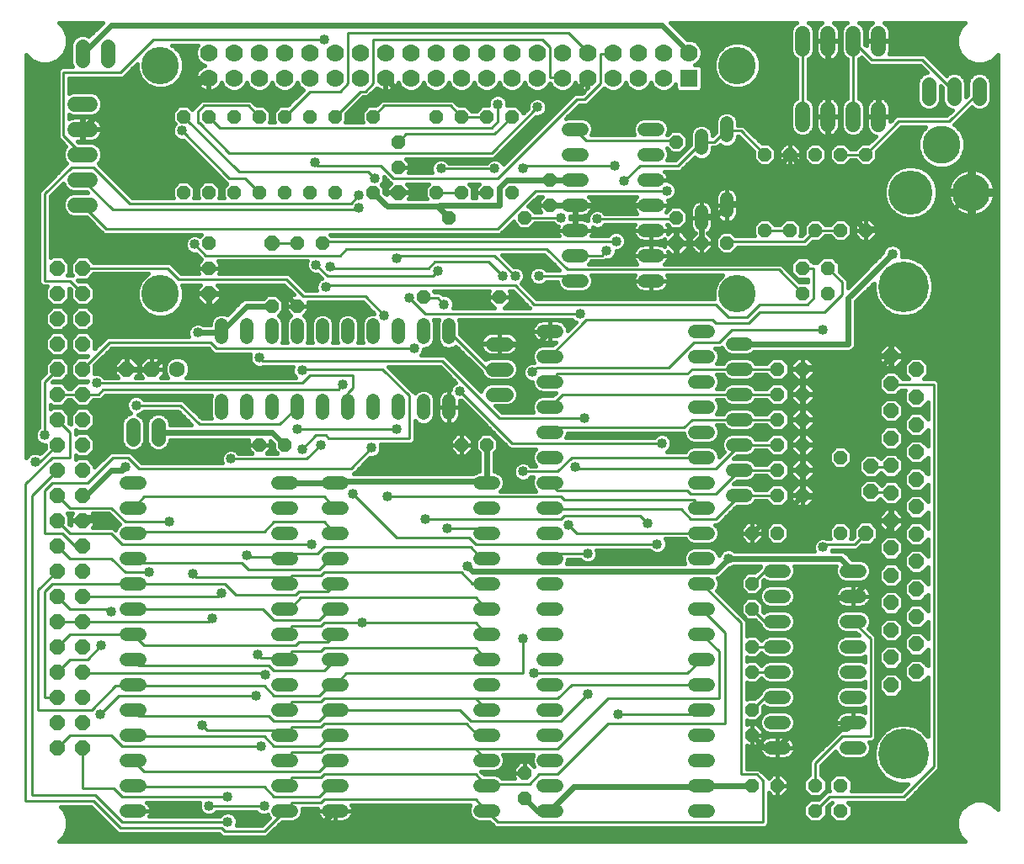
<source format=gtl>
G75*
%MOIN*%
%OFA0B0*%
%FSLAX24Y24*%
%IPPOS*%
%LPD*%
%AMOC8*
5,1,8,0,0,1.08239X$1,22.5*
%
%ADD10OC8,0.0520*%
%ADD11C,0.0520*%
%ADD12C,0.0560*%
%ADD13OC8,0.0560*%
%ADD14C,0.0600*%
%ADD15OC8,0.0600*%
%ADD16C,0.2000*%
%ADD17R,0.0700X0.0700*%
%ADD18C,0.0700*%
%ADD19C,0.1483*%
%ADD20C,0.1750*%
%ADD21C,0.1500*%
%ADD22OC8,0.0630*%
%ADD23C,0.0630*%
%ADD24C,0.0100*%
%ADD25C,0.0400*%
%ADD26C,0.0240*%
%ADD27C,0.0160*%
D10*
X021180Y002680D03*
X021180Y003680D03*
X030180Y003180D03*
X031180Y003180D03*
X030180Y005180D03*
X030180Y006180D03*
X030180Y007680D03*
X030180Y008680D03*
X030180Y010180D03*
X030180Y011180D03*
X030180Y013180D03*
X031180Y013180D03*
X033680Y013180D03*
X033680Y016180D03*
X029180Y024680D03*
X028180Y024680D03*
X027180Y025680D03*
X030680Y025180D03*
X031680Y025180D03*
X032680Y025180D03*
X033680Y025180D03*
X034680Y025180D03*
X034680Y028180D03*
X033680Y028180D03*
X032680Y028180D03*
X031680Y028180D03*
X030680Y028180D03*
X027180Y028680D03*
X022180Y027180D03*
X022180Y026180D03*
X021180Y025680D03*
X020680Y026680D03*
X019680Y026680D03*
X018680Y026680D03*
X017680Y026680D03*
X018180Y025680D03*
X016180Y027680D03*
X016180Y028680D03*
X015180Y029680D03*
X013680Y029680D03*
X012680Y029680D03*
X011680Y029680D03*
X010680Y029680D03*
X009680Y029680D03*
X008680Y029680D03*
X007680Y029680D03*
X007680Y026680D03*
X008680Y026680D03*
X009680Y026680D03*
X010680Y026680D03*
X011680Y026680D03*
X012680Y026680D03*
X013680Y026680D03*
X015180Y026680D03*
X013180Y024680D03*
X012180Y024680D03*
X012180Y022180D03*
X011180Y022180D03*
X008680Y023680D03*
X008680Y024680D03*
X017180Y022530D03*
X020180Y022530D03*
X019680Y016680D03*
X018680Y016680D03*
X011680Y016680D03*
X010680Y016680D03*
X017680Y029680D03*
X018680Y029680D03*
X019680Y029680D03*
X020680Y029680D03*
D11*
X022920Y029180D02*
X023440Y029180D01*
X023440Y028180D02*
X022920Y028180D01*
X022920Y027180D02*
X023440Y027180D01*
X023440Y026180D02*
X022920Y026180D01*
X022920Y025180D02*
X023440Y025180D01*
X023440Y024180D02*
X022920Y024180D01*
X022920Y023180D02*
X023440Y023180D01*
X025920Y023180D02*
X026440Y023180D01*
X026440Y024180D02*
X025920Y024180D01*
X025920Y025180D02*
X026440Y025180D01*
X026440Y026180D02*
X025920Y026180D01*
X025920Y027180D02*
X026440Y027180D01*
X026440Y028180D02*
X025920Y028180D01*
X025920Y029180D02*
X026440Y029180D01*
X028180Y028940D02*
X028180Y028420D01*
X029180Y028920D02*
X029180Y029440D01*
X029180Y026440D02*
X029180Y025920D01*
X028180Y025940D02*
X028180Y025420D01*
X027920Y021180D02*
X028440Y021180D01*
X029420Y020680D02*
X029940Y020680D01*
X029940Y019680D02*
X029420Y019680D01*
X028440Y019180D02*
X027920Y019180D01*
X027920Y018180D02*
X028440Y018180D01*
X028440Y017180D02*
X027920Y017180D01*
X027920Y016180D02*
X028440Y016180D01*
X029420Y015680D02*
X029940Y015680D01*
X029940Y014680D02*
X029420Y014680D01*
X028440Y015180D02*
X027920Y015180D01*
X027920Y014180D02*
X028440Y014180D01*
X028440Y013180D02*
X027920Y013180D01*
X027920Y012180D02*
X028440Y012180D01*
X028440Y011180D02*
X027920Y011180D01*
X027920Y010180D02*
X028440Y010180D01*
X028440Y009180D02*
X027920Y009180D01*
X027920Y008180D02*
X028440Y008180D01*
X028440Y007180D02*
X027920Y007180D01*
X027920Y006180D02*
X028440Y006180D01*
X028440Y005180D02*
X027920Y005180D01*
X027920Y004180D02*
X028440Y004180D01*
X028440Y003180D02*
X027920Y003180D01*
X027920Y002180D02*
X028440Y002180D01*
X030920Y004680D02*
X031440Y004680D01*
X031440Y005680D02*
X030920Y005680D01*
X030920Y006680D02*
X031440Y006680D01*
X031440Y007680D02*
X030920Y007680D01*
X030920Y008680D02*
X031440Y008680D01*
X031440Y009680D02*
X030920Y009680D01*
X030920Y010680D02*
X031440Y010680D01*
X031440Y011680D02*
X030920Y011680D01*
X033920Y011680D02*
X034440Y011680D01*
X034440Y010680D02*
X033920Y010680D01*
X033920Y009680D02*
X034440Y009680D01*
X034440Y008680D02*
X033920Y008680D01*
X033920Y007680D02*
X034440Y007680D01*
X034440Y006680D02*
X033920Y006680D01*
X033920Y005680D02*
X034440Y005680D01*
X034440Y004680D02*
X033920Y004680D01*
X022440Y004180D02*
X021920Y004180D01*
X021920Y003180D02*
X022440Y003180D01*
X022440Y002180D02*
X021920Y002180D01*
X019940Y002180D02*
X019420Y002180D01*
X019420Y003180D02*
X019940Y003180D01*
X019940Y004180D02*
X019420Y004180D01*
X019420Y005180D02*
X019940Y005180D01*
X019940Y006180D02*
X019420Y006180D01*
X019420Y007180D02*
X019940Y007180D01*
X019940Y008180D02*
X019420Y008180D01*
X019420Y009180D02*
X019940Y009180D01*
X019940Y010180D02*
X019420Y010180D01*
X019420Y011180D02*
X019940Y011180D01*
X019940Y012180D02*
X019420Y012180D01*
X019420Y013180D02*
X019940Y013180D01*
X019940Y014180D02*
X019420Y014180D01*
X019420Y015180D02*
X019940Y015180D01*
X021920Y015180D02*
X022440Y015180D01*
X022440Y014180D02*
X021920Y014180D01*
X021920Y013180D02*
X022440Y013180D01*
X022440Y012180D02*
X021920Y012180D01*
X021920Y011180D02*
X022440Y011180D01*
X022440Y010180D02*
X021920Y010180D01*
X021920Y009180D02*
X022440Y009180D01*
X022440Y008180D02*
X021920Y008180D01*
X021920Y007180D02*
X022440Y007180D01*
X022440Y006180D02*
X021920Y006180D01*
X021920Y005180D02*
X022440Y005180D01*
X013940Y005180D02*
X013420Y005180D01*
X013420Y006180D02*
X013940Y006180D01*
X013940Y007180D02*
X013420Y007180D01*
X013420Y008180D02*
X013940Y008180D01*
X013940Y009180D02*
X013420Y009180D01*
X013420Y010180D02*
X013940Y010180D01*
X013940Y011180D02*
X013420Y011180D01*
X013420Y012180D02*
X013940Y012180D01*
X013940Y013180D02*
X013420Y013180D01*
X013420Y014180D02*
X013940Y014180D01*
X013940Y015180D02*
X013420Y015180D01*
X011940Y015180D02*
X011420Y015180D01*
X011420Y014180D02*
X011940Y014180D01*
X011940Y013180D02*
X011420Y013180D01*
X011420Y012180D02*
X011940Y012180D01*
X011940Y011180D02*
X011420Y011180D01*
X011420Y010180D02*
X011940Y010180D01*
X011940Y009180D02*
X011420Y009180D01*
X011420Y008180D02*
X011940Y008180D01*
X011940Y007180D02*
X011420Y007180D01*
X011420Y006180D02*
X011940Y006180D01*
X011940Y005180D02*
X011420Y005180D01*
X011420Y004180D02*
X011940Y004180D01*
X011940Y003180D02*
X011420Y003180D01*
X011420Y002180D02*
X011940Y002180D01*
X013420Y002180D02*
X013940Y002180D01*
X013940Y003180D02*
X013420Y003180D01*
X013420Y004180D02*
X013940Y004180D01*
X005940Y004180D02*
X005420Y004180D01*
X005420Y003180D02*
X005940Y003180D01*
X005940Y002180D02*
X005420Y002180D01*
X005420Y005180D02*
X005940Y005180D01*
X005940Y006180D02*
X005420Y006180D01*
X005420Y007180D02*
X005940Y007180D01*
X005940Y008180D02*
X005420Y008180D01*
X005420Y009180D02*
X005940Y009180D01*
X005940Y010180D02*
X005420Y010180D01*
X005420Y011180D02*
X005940Y011180D01*
X005940Y012180D02*
X005420Y012180D01*
X005420Y013180D02*
X005940Y013180D01*
X005940Y014180D02*
X005420Y014180D01*
X005420Y015180D02*
X005940Y015180D01*
X009180Y017920D02*
X009180Y018440D01*
X010180Y018440D02*
X010180Y017920D01*
X011180Y017920D02*
X011180Y018440D01*
X012180Y018440D02*
X012180Y017920D01*
X013180Y017920D02*
X013180Y018440D01*
X014180Y018440D02*
X014180Y017920D01*
X015180Y017920D02*
X015180Y018440D01*
X016180Y018440D02*
X016180Y017920D01*
X017180Y017920D02*
X017180Y018440D01*
X018180Y018440D02*
X018180Y017920D01*
X018180Y020920D02*
X018180Y021440D01*
X017180Y021440D02*
X017180Y020920D01*
X016180Y020920D02*
X016180Y021440D01*
X015180Y021440D02*
X015180Y020920D01*
X014180Y020920D02*
X014180Y021440D01*
X013180Y021440D02*
X013180Y020920D01*
X012180Y020920D02*
X012180Y021440D01*
X011180Y021440D02*
X011180Y020920D01*
X010180Y020920D02*
X010180Y021440D01*
X009180Y021440D02*
X009180Y020920D01*
X021920Y021180D02*
X022440Y021180D01*
X022440Y020180D02*
X021920Y020180D01*
X021920Y019180D02*
X022440Y019180D01*
X022440Y018180D02*
X021920Y018180D01*
X021920Y017180D02*
X022440Y017180D01*
X022440Y016180D02*
X021920Y016180D01*
X027920Y020180D02*
X028440Y020180D01*
X029420Y018680D02*
X029940Y018680D01*
X029940Y017680D02*
X029420Y017680D01*
X029420Y016680D02*
X029940Y016680D01*
D12*
X020460Y018680D02*
X019900Y018680D01*
X019900Y019680D02*
X020460Y019680D01*
X020460Y020680D02*
X019900Y020680D01*
X006680Y017460D02*
X006680Y016900D01*
X005680Y016900D02*
X005680Y017460D01*
X004680Y031900D02*
X004680Y032460D01*
X003680Y032460D02*
X003680Y031900D01*
X037180Y030960D02*
X037180Y030400D01*
X038180Y030400D02*
X038180Y030960D01*
X039180Y030960D02*
X039180Y030400D01*
D13*
X033180Y023680D03*
X033180Y022680D03*
X032180Y022680D03*
X032180Y023680D03*
X032180Y019680D03*
X032180Y018680D03*
X032180Y017680D03*
X032180Y016680D03*
X032180Y015680D03*
X032180Y014680D03*
X031180Y014680D03*
X031180Y015680D03*
X031180Y016680D03*
X031180Y017680D03*
X031180Y018680D03*
X031180Y019680D03*
X032680Y003180D03*
X033680Y003180D03*
X033680Y002180D03*
X032680Y002180D03*
D14*
X003980Y026180D02*
X003380Y026180D01*
X003380Y027180D02*
X003980Y027180D01*
X003980Y028180D02*
X003380Y028180D01*
X003380Y029180D02*
X003980Y029180D01*
X003980Y030180D02*
X003380Y030180D01*
X032180Y029980D02*
X032180Y029380D01*
X033180Y029380D02*
X033180Y029980D01*
X034180Y029980D02*
X034180Y029380D01*
X035180Y029380D02*
X035180Y029980D01*
X035180Y032380D02*
X035180Y032980D01*
X034180Y032980D02*
X034180Y032380D01*
X033180Y032380D02*
X033180Y032980D01*
X032180Y032980D02*
X032180Y032380D01*
D15*
X027180Y024680D03*
X035680Y020200D03*
X036680Y019660D03*
X035680Y019110D03*
X036680Y018570D03*
X035680Y018030D03*
X036680Y017480D03*
X035680Y016940D03*
X036680Y016400D03*
X035680Y015850D03*
X034880Y015830D03*
X034880Y014830D03*
X035680Y014770D03*
X036680Y015310D03*
X036680Y014220D03*
X035680Y013680D03*
X036680Y013140D03*
X035680Y012590D03*
X036680Y012050D03*
X035680Y011510D03*
X036680Y010960D03*
X035680Y010420D03*
X036680Y009880D03*
X035680Y009330D03*
X036680Y008790D03*
X035680Y008250D03*
X036680Y007700D03*
X035680Y007160D03*
X034680Y013180D03*
X016180Y026680D03*
X011180Y024680D03*
X008680Y022680D03*
X005430Y019680D03*
X003680Y019680D03*
X002680Y019680D03*
X002680Y018680D03*
X003680Y018680D03*
X003680Y017680D03*
X002680Y017680D03*
X002680Y016680D03*
X003680Y016680D03*
X003680Y015680D03*
X002680Y015680D03*
X002680Y014680D03*
X003680Y014680D03*
X003680Y013680D03*
X002680Y013680D03*
X002680Y012680D03*
X003680Y012680D03*
X003680Y011680D03*
X003680Y010680D03*
X002680Y010680D03*
X002680Y011680D03*
X002680Y009680D03*
X003680Y009680D03*
X003680Y008680D03*
X002680Y008680D03*
X002680Y007680D03*
X003680Y007680D03*
X003680Y006680D03*
X002680Y006680D03*
X002680Y005680D03*
X003680Y005680D03*
X003680Y004680D03*
X002680Y004680D03*
X002680Y020680D03*
X003680Y020680D03*
X003680Y021680D03*
X002680Y021680D03*
X002680Y022680D03*
X002680Y023680D03*
X003680Y023680D03*
X003680Y022680D03*
D16*
X036180Y022940D03*
X036180Y004420D03*
D17*
X027680Y031208D03*
D18*
X026680Y031208D03*
X025680Y031208D03*
X025680Y032208D03*
X026680Y032208D03*
X027680Y032208D03*
X024680Y032208D03*
X023680Y032208D03*
X022680Y032208D03*
X021680Y032208D03*
X020680Y032208D03*
X019680Y032208D03*
X018680Y032208D03*
X017680Y032208D03*
X016680Y032208D03*
X015680Y032208D03*
X014680Y032208D03*
X013680Y032208D03*
X012680Y032208D03*
X011680Y032208D03*
X010680Y032208D03*
X009680Y032208D03*
X008680Y032208D03*
X008680Y031208D03*
X009680Y031208D03*
X010680Y031208D03*
X011680Y031208D03*
X012680Y031208D03*
X013680Y031208D03*
X014680Y031208D03*
X015680Y031208D03*
X016680Y031208D03*
X017680Y031208D03*
X018680Y031208D03*
X019680Y031208D03*
X020680Y031208D03*
X021680Y031208D03*
X022680Y031208D03*
X023680Y031208D03*
X024680Y031208D03*
D19*
X029597Y031708D03*
X029597Y022652D03*
X006763Y022652D03*
X006763Y031708D03*
D20*
X036460Y026680D03*
D21*
X038861Y026680D03*
X037680Y028570D03*
D22*
X006430Y019680D03*
D23*
X007430Y019680D03*
D24*
X008743Y020743D02*
X008993Y020493D01*
X016805Y020493D01*
X017930Y019993D02*
X020180Y017743D01*
X023555Y017743D01*
X022368Y017368D02*
X027493Y017368D01*
X027805Y017680D01*
X029680Y017680D01*
X031180Y017680D01*
X031180Y016680D02*
X029680Y016680D01*
X028743Y015743D01*
X023243Y015743D01*
X023180Y015805D01*
X023055Y016180D02*
X022493Y015618D01*
X021118Y015618D01*
X022180Y015180D02*
X022493Y014868D01*
X027618Y014868D01*
X027743Y014743D01*
X028743Y014743D01*
X029680Y015680D01*
X031180Y015680D01*
X031180Y014680D02*
X029680Y014680D01*
X028743Y013743D01*
X027743Y013743D01*
X027368Y014118D01*
X022243Y014118D01*
X022180Y014180D01*
X022618Y013743D02*
X022743Y013868D01*
X025743Y013868D01*
X026055Y013555D01*
X026430Y012743D02*
X019243Y012743D01*
X018993Y012993D01*
X016118Y012993D01*
X014368Y014743D01*
X013680Y014180D02*
X013243Y014618D01*
X006118Y014618D01*
X005680Y014180D01*
X005368Y013618D02*
X007118Y013618D01*
X005743Y013243D02*
X010868Y013243D01*
X011243Y013618D01*
X013243Y013618D01*
X013680Y013180D01*
X013243Y012618D02*
X019055Y012618D01*
X019493Y012180D01*
X019680Y012180D01*
X019118Y011180D02*
X018680Y011618D01*
X013243Y011618D01*
X013118Y011493D01*
X011993Y011493D01*
X011680Y011180D01*
X011868Y011430D01*
X008180Y011430D01*
X008055Y011555D01*
X009055Y010680D02*
X003680Y010680D01*
X003180Y010180D02*
X004680Y010180D01*
X004805Y010055D01*
X005680Y010180D02*
X010805Y010180D01*
X011243Y009743D01*
X013055Y009743D01*
X013493Y010180D01*
X013680Y010180D01*
X013243Y009618D02*
X014743Y009618D01*
X019243Y009618D01*
X019680Y009180D01*
X019243Y008618D02*
X019680Y008180D01*
X019243Y008618D02*
X013243Y008618D01*
X013118Y008493D01*
X011993Y008493D01*
X011680Y008180D01*
X011680Y008243D01*
X010743Y008243D01*
X010618Y008368D01*
X011055Y007930D02*
X011243Y007743D01*
X013243Y007743D01*
X013680Y008180D01*
X014118Y007618D02*
X013680Y007180D01*
X013493Y007180D01*
X013055Y006743D01*
X011243Y006743D01*
X010868Y007118D01*
X005743Y007118D01*
X005680Y007180D01*
X005680Y007118D01*
X004993Y007118D01*
X004055Y006180D01*
X001930Y006180D01*
X001930Y010930D01*
X002680Y011680D01*
X002493Y011180D02*
X002180Y010868D01*
X002180Y006680D01*
X002680Y006680D01*
X002680Y007680D02*
X003180Y008180D01*
X003868Y008180D01*
X004430Y008743D01*
X003680Y009680D02*
X002680Y009680D01*
X003180Y010180D02*
X002680Y010680D01*
X002493Y011180D02*
X005680Y011180D01*
X009305Y011180D01*
X009743Y010743D01*
X012118Y010743D01*
X012243Y010868D01*
X013368Y010868D01*
X013680Y011180D01*
X013055Y011743D02*
X013493Y012180D01*
X013680Y012180D01*
X013243Y012618D02*
X012993Y012368D01*
X011868Y012368D01*
X011680Y012180D01*
X011680Y012243D01*
X010243Y012243D01*
X010180Y012305D01*
X009993Y011993D02*
X010243Y011743D01*
X013055Y011743D01*
X012743Y012743D02*
X005243Y012743D01*
X004805Y013180D01*
X003180Y013180D01*
X002680Y013680D01*
X002868Y013180D02*
X002180Y013180D01*
X002180Y014868D01*
X002493Y015180D01*
X003868Y015180D01*
X004868Y016180D01*
X005493Y016180D01*
X005930Y015743D01*
X014305Y015743D01*
X015118Y016555D01*
X016118Y017305D02*
X012180Y017305D01*
X012930Y017055D02*
X012368Y016493D01*
X012930Y017055D02*
X013305Y017055D01*
X013430Y016930D01*
X016618Y016930D01*
X016618Y018618D01*
X015555Y019680D01*
X012430Y019680D01*
X012368Y019618D01*
X012680Y019430D02*
X012368Y019118D01*
X004243Y019118D01*
X004493Y018868D02*
X004305Y018680D01*
X003680Y018680D01*
X002680Y018680D01*
X002180Y019180D02*
X002180Y017055D01*
X002680Y016680D02*
X001993Y015993D01*
X001805Y015993D01*
X002493Y016180D02*
X001430Y015118D01*
X001430Y002555D01*
X004118Y002555D01*
X005180Y001493D01*
X009180Y001493D01*
X009305Y001368D01*
X010868Y001368D01*
X011680Y002180D01*
X011993Y002493D01*
X013118Y002493D01*
X013243Y002618D01*
X019243Y002618D01*
X019680Y002180D01*
X020118Y001743D01*
X030618Y001743D01*
X030618Y003368D01*
X030368Y003618D01*
X029743Y003618D01*
X029743Y009618D01*
X028180Y011180D01*
X028180Y010180D02*
X029118Y009243D01*
X029118Y005618D01*
X024493Y005618D01*
X022493Y003618D01*
X021743Y003618D01*
X021368Y003243D01*
X019680Y003243D01*
X019680Y003180D01*
X019243Y003618D01*
X013243Y003618D01*
X013118Y003493D01*
X011993Y003493D01*
X011680Y003180D01*
X011243Y002743D02*
X010868Y003118D01*
X005743Y003118D01*
X005680Y003180D01*
X006118Y003743D02*
X013055Y003743D01*
X013493Y004180D01*
X013680Y004180D01*
X013243Y004618D02*
X019243Y004618D01*
X019274Y004586D01*
X019305Y004618D01*
X022493Y004618D01*
X024493Y006618D01*
X028868Y006618D01*
X028868Y008493D01*
X028180Y009180D01*
X028180Y008180D02*
X027618Y007618D01*
X021555Y007618D01*
X021118Y007618D02*
X014118Y007618D01*
X013243Y006618D02*
X019243Y006618D01*
X019274Y006586D01*
X019305Y006618D01*
X022493Y006618D01*
X023055Y007180D01*
X028180Y007180D01*
X028180Y006180D02*
X027993Y005993D01*
X024868Y005993D01*
X023680Y006805D02*
X022618Y005743D01*
X019055Y005743D01*
X018618Y006180D01*
X013680Y006180D01*
X013493Y006180D01*
X013055Y005743D01*
X011243Y005743D01*
X011055Y005930D01*
X005930Y005930D01*
X005680Y006180D01*
X005118Y006743D02*
X010555Y006743D01*
X010930Y007555D02*
X010868Y007618D01*
X003743Y007618D01*
X003680Y007680D01*
X002680Y008680D02*
X003180Y009180D01*
X005680Y009180D01*
X006118Y008743D01*
X012118Y008743D01*
X012243Y008868D01*
X013368Y008868D01*
X013680Y009180D01*
X013243Y009618D02*
X013118Y009493D01*
X011993Y009493D01*
X011680Y009180D01*
X011680Y010180D02*
X011868Y010180D01*
X012305Y010618D01*
X019243Y010618D01*
X019680Y010180D01*
X019680Y011180D02*
X019118Y011180D01*
X019680Y013180D02*
X019493Y013368D01*
X018118Y013368D01*
X017243Y013743D02*
X022618Y013743D01*
X022930Y013493D02*
X023243Y013180D01*
X028180Y013180D01*
X028180Y014180D02*
X027868Y014493D01*
X022743Y014493D01*
X022618Y014618D01*
X015743Y014618D01*
X013118Y016680D02*
X012555Y016118D01*
X009555Y016118D01*
X008305Y017493D02*
X007555Y018243D01*
X005805Y018243D01*
X004493Y018868D02*
X013805Y018868D01*
X013993Y019055D01*
X014180Y018743D02*
X014368Y018930D01*
X014368Y019430D01*
X012680Y019430D01*
X014180Y018743D02*
X014180Y018180D01*
X012180Y018180D02*
X011493Y017493D01*
X008305Y017493D01*
X010805Y019993D02*
X017930Y019993D01*
X018180Y021180D02*
X019680Y019680D01*
X020180Y019680D01*
X021493Y019555D02*
X021680Y019743D01*
X026868Y019743D01*
X027868Y020743D01*
X028868Y020743D01*
X029368Y021243D01*
X032993Y021243D01*
X033055Y021930D02*
X030493Y021930D01*
X030055Y021493D01*
X028743Y021493D01*
X028618Y021618D01*
X023618Y021618D01*
X022180Y020180D01*
X022493Y019493D02*
X027618Y019493D01*
X027805Y019680D01*
X029680Y019680D01*
X031180Y019680D01*
X031180Y018680D02*
X029680Y018680D01*
X022680Y018680D01*
X022180Y018180D01*
X022368Y017368D02*
X022180Y017180D01*
X023055Y016180D02*
X028180Y016180D01*
X026618Y016743D02*
X020680Y016743D01*
X018618Y018805D01*
X017243Y021868D02*
X023368Y021868D01*
X023180Y023180D02*
X022993Y023368D01*
X021743Y023368D01*
X022055Y024430D02*
X022868Y023618D01*
X031243Y023618D01*
X032180Y022680D01*
X032618Y022493D02*
X032618Y023680D01*
X032180Y023680D01*
X033180Y023680D02*
X033743Y023118D01*
X033743Y022618D01*
X033055Y021930D01*
X032618Y022493D02*
X032368Y022243D01*
X030493Y022243D01*
X029993Y021743D01*
X029243Y021743D01*
X028743Y022243D01*
X021555Y022243D01*
X020805Y022993D01*
X013368Y022993D01*
X013305Y022930D01*
X013368Y023368D02*
X012930Y023805D01*
X013368Y023368D02*
X017555Y023368D01*
X017743Y023555D01*
X017618Y023930D02*
X017368Y023680D01*
X013555Y023680D01*
X013493Y023743D01*
X013868Y024180D02*
X014118Y024430D01*
X022055Y024430D01*
X023180Y024180D02*
X024243Y024180D01*
X024430Y024368D01*
X024805Y024743D02*
X013243Y024743D01*
X013180Y024680D01*
X013868Y024180D02*
X008555Y024180D01*
X008118Y024618D01*
X007055Y023680D02*
X003680Y023680D01*
X003180Y023180D02*
X003680Y022680D01*
X003180Y023180D02*
X002180Y023180D01*
X002180Y026618D01*
X003243Y027680D01*
X004118Y027680D01*
X005555Y026243D01*
X014305Y026243D01*
X014618Y026555D01*
X014618Y026055D02*
X014555Y025993D01*
X004868Y025993D01*
X003680Y027180D01*
X003680Y026180D02*
X004618Y025243D01*
X020118Y025243D01*
X021618Y026743D01*
X026805Y026743D01*
X027243Y027743D02*
X025743Y027743D01*
X025118Y027118D01*
X024743Y027743D02*
X021243Y027743D01*
X021118Y027618D01*
X020118Y027243D02*
X023243Y030368D01*
X023555Y030368D01*
X024180Y030993D01*
X024180Y032180D01*
X024680Y032180D01*
X024680Y032208D01*
X023680Y032243D02*
X023680Y032208D01*
X023680Y032243D02*
X022930Y032993D01*
X014180Y032993D01*
X014180Y030993D01*
X013868Y030680D01*
X012680Y030680D01*
X011680Y029680D01*
X010680Y029680D02*
X010243Y030118D01*
X008493Y030118D01*
X008243Y029868D01*
X008243Y029430D01*
X008305Y029430D01*
X009493Y028243D01*
X019868Y028243D01*
X021680Y030055D01*
X020680Y029680D02*
X019993Y028993D01*
X016493Y028993D01*
X016180Y028680D01*
X015493Y027743D02*
X015993Y027243D01*
X020118Y027243D01*
X019993Y027618D02*
X017868Y027618D01*
X017680Y026680D02*
X018680Y026680D01*
X021180Y025680D02*
X022618Y025680D01*
X024055Y025618D02*
X027118Y025618D01*
X027180Y025680D01*
X029180Y024680D02*
X029243Y024743D01*
X032243Y024743D01*
X032680Y025180D01*
X033680Y025180D01*
X031680Y025180D02*
X030680Y025180D01*
X027243Y027743D02*
X028180Y028680D01*
X028680Y028680D01*
X029180Y029180D01*
X029180Y029118D01*
X029743Y029118D01*
X030680Y028180D01*
X032180Y029680D02*
X032180Y032680D01*
X034180Y032680D02*
X034180Y029680D01*
X034680Y028180D02*
X033680Y028180D01*
X034680Y028180D02*
X035993Y029493D01*
X037993Y029493D01*
X039180Y030680D01*
X038180Y030680D02*
X036930Y031930D01*
X034930Y031930D01*
X034180Y032680D01*
X027180Y028680D02*
X027118Y028743D01*
X023618Y028743D01*
X023180Y029180D01*
X022680Y031208D02*
X022680Y031243D01*
X022180Y031243D01*
X022180Y032430D01*
X021868Y032743D01*
X015180Y032743D01*
X015180Y030993D01*
X014868Y030680D01*
X014680Y030680D01*
X013680Y029680D01*
X015180Y029680D02*
X015618Y030118D01*
X018243Y030118D01*
X018680Y029680D01*
X019680Y029680D01*
X019868Y029243D02*
X020118Y029493D01*
X020118Y030180D01*
X019868Y029243D02*
X009118Y029243D01*
X008680Y029680D01*
X007680Y029680D02*
X009868Y027493D01*
X014993Y027493D01*
X015243Y027243D01*
X015493Y027743D02*
X012993Y027743D01*
X012868Y027868D01*
X010680Y026680D02*
X010118Y027243D01*
X009493Y027243D01*
X007618Y029118D01*
X005180Y031430D02*
X006493Y032743D01*
X013243Y032743D01*
X005180Y031430D02*
X002930Y031430D01*
X002930Y028930D01*
X003680Y028180D01*
X007055Y023680D02*
X007493Y023243D01*
X011743Y023243D01*
X012430Y022555D01*
X014868Y022555D01*
X015618Y021805D01*
X016618Y022493D02*
X017243Y021868D01*
X017180Y022493D02*
X017180Y022530D01*
X017180Y022493D02*
X017743Y022493D01*
X017993Y022243D01*
X017618Y023930D02*
X019743Y023930D01*
X020305Y023368D01*
X020805Y023368D02*
X019993Y024180D01*
X016243Y024180D01*
X016118Y024055D01*
X012180Y024680D02*
X011180Y024680D01*
X008743Y020743D02*
X004743Y020743D01*
X003680Y019680D01*
X002680Y019680D02*
X002180Y019180D01*
X002680Y017680D02*
X003180Y017180D01*
X003180Y016180D01*
X002493Y016180D01*
X002680Y015680D02*
X001680Y014680D01*
X001680Y002805D01*
X004180Y002805D01*
X005243Y001743D01*
X009430Y001743D01*
X008680Y002368D02*
X010868Y002368D01*
X011243Y002743D02*
X013055Y002743D01*
X013493Y003180D01*
X013680Y003180D01*
X013118Y004493D02*
X011993Y004493D01*
X011680Y004180D01*
X011243Y004743D02*
X013055Y004743D01*
X013493Y005180D01*
X013680Y005180D01*
X013243Y005618D02*
X018868Y005618D01*
X019305Y005180D01*
X019680Y005180D01*
X019274Y004586D02*
X019680Y004180D01*
X019680Y006180D02*
X019274Y006586D01*
X021118Y007618D02*
X021118Y008993D01*
X022180Y012180D02*
X022368Y012368D01*
X023680Y012368D01*
X030180Y011180D02*
X030680Y011680D01*
X031180Y011680D01*
X030180Y010180D02*
X030680Y009680D01*
X031180Y009680D01*
X031180Y008680D02*
X030180Y008680D01*
X030180Y007680D02*
X031180Y007680D01*
X031180Y006680D02*
X030680Y006680D01*
X030180Y006180D01*
X032680Y004055D02*
X032680Y003180D01*
X033243Y002743D02*
X036180Y002743D01*
X037368Y003930D01*
X037368Y019055D01*
X035680Y019055D01*
X035680Y019110D01*
X035680Y015850D02*
X035680Y015805D01*
X034930Y015805D01*
X034880Y015830D01*
X034880Y014830D02*
X034930Y014805D01*
X035680Y014805D01*
X035680Y014770D01*
X034680Y013180D02*
X034243Y012743D01*
X033118Y012743D01*
X032993Y012618D01*
X034180Y009680D02*
X034868Y008993D01*
X034868Y005118D01*
X033743Y005118D01*
X032680Y004055D01*
X033243Y002743D02*
X032680Y002180D01*
X013243Y004618D02*
X013118Y004493D01*
X013118Y005493D02*
X013243Y005618D01*
X013118Y005493D02*
X011993Y005493D01*
X011680Y005180D01*
X011805Y005368D01*
X008618Y005368D01*
X008430Y005555D01*
X010743Y004743D02*
X005243Y004743D01*
X004805Y005180D01*
X003180Y005180D01*
X002680Y004680D01*
X003680Y004680D02*
X003680Y003055D01*
X004930Y003055D01*
X005243Y002743D01*
X009430Y002743D01*
X011243Y004743D02*
X010868Y005118D01*
X005743Y005118D01*
X005680Y005180D01*
X005680Y004180D02*
X006118Y003743D01*
X004368Y005993D02*
X005118Y006743D01*
X005930Y007930D02*
X011055Y007930D01*
X011993Y006493D02*
X013118Y006493D01*
X013243Y006618D01*
X011993Y006493D02*
X011680Y006180D01*
X008680Y009680D02*
X003680Y009680D01*
X005680Y008180D02*
X005930Y007930D01*
X008680Y009680D02*
X008805Y009805D01*
X009055Y010680D02*
X009180Y010805D01*
X009993Y011993D02*
X005868Y011993D01*
X005680Y012180D01*
X005368Y011618D02*
X006305Y011618D01*
X005368Y011618D02*
X004805Y012180D01*
X003180Y012180D01*
X002680Y012680D01*
X002868Y013180D02*
X003368Y012680D01*
X003680Y012680D01*
X004805Y014180D02*
X005368Y013618D01*
X005743Y013243D02*
X005680Y013180D01*
X004805Y014180D02*
X003180Y014180D01*
X002680Y014680D01*
X010680Y020118D02*
X010805Y019993D01*
X022180Y019180D02*
X022493Y019493D01*
D25*
X021493Y019555D03*
X023555Y017743D03*
X023180Y015805D03*
X021118Y015618D03*
X022930Y013493D03*
X023680Y012368D03*
X026055Y013555D03*
X026430Y012743D03*
X029243Y012180D03*
X032993Y012618D03*
X026618Y016743D03*
X023368Y021868D03*
X021743Y023368D03*
X020805Y023368D03*
X020305Y023368D03*
X017993Y022243D03*
X016618Y022493D03*
X015618Y021805D03*
X016805Y020493D03*
X018618Y018805D03*
X016118Y017305D03*
X015118Y016555D03*
X013118Y016680D03*
X012368Y016493D03*
X012180Y017305D03*
X013993Y019055D03*
X012368Y019618D03*
X010680Y020118D03*
X008368Y020368D03*
X008243Y021118D03*
X005805Y018243D03*
X004243Y019118D03*
X002180Y017055D03*
X001805Y015993D03*
X004555Y013805D03*
X005368Y015805D03*
X007118Y013618D03*
X006305Y011618D03*
X008055Y011555D03*
X009180Y010805D03*
X008805Y009805D03*
X010618Y008368D03*
X010930Y007555D03*
X010555Y006743D03*
X008430Y005555D03*
X010743Y004743D03*
X009430Y002743D03*
X008680Y002368D03*
X009430Y001743D03*
X010868Y002368D03*
X006743Y001118D03*
X004368Y005993D03*
X004430Y008743D03*
X004805Y010055D03*
X010180Y012305D03*
X012743Y012743D03*
X014368Y014743D03*
X015743Y014618D03*
X017243Y013743D03*
X018118Y013368D03*
X018930Y011868D03*
X021118Y008993D03*
X021555Y007618D03*
X023680Y006805D03*
X024868Y005993D03*
X014743Y009618D03*
X009555Y016118D03*
X013305Y022930D03*
X013493Y023743D03*
X012930Y023805D03*
X014618Y026055D03*
X014618Y026555D03*
X015243Y027243D03*
X012868Y027868D03*
X016118Y024055D03*
X017743Y023555D03*
X017868Y027618D03*
X019993Y027618D03*
X021118Y027618D03*
X022618Y025680D03*
X024055Y025618D03*
X024805Y024743D03*
X024430Y024368D03*
X026805Y026743D03*
X025118Y027118D03*
X024743Y027743D03*
X021680Y030055D03*
X020118Y030180D03*
X013243Y032743D03*
X007618Y029118D03*
X008118Y024618D03*
X032993Y021243D03*
X035743Y024243D03*
D26*
X033993Y022493D01*
X033993Y020680D01*
X029680Y020680D01*
X032180Y019680D02*
X032180Y018680D01*
X032180Y017680D01*
X032180Y016680D01*
X032180Y015680D01*
X032180Y014680D01*
X032243Y014618D01*
X033993Y014618D01*
X035430Y013180D01*
X035118Y012868D01*
X035118Y011618D01*
X034180Y010680D01*
X034118Y010618D01*
X033430Y010618D01*
X033430Y005430D01*
X033930Y005430D01*
X034180Y005680D01*
X033430Y005430D02*
X031930Y005430D01*
X031180Y004680D01*
X030680Y004680D01*
X030180Y005180D01*
X030180Y003180D02*
X028180Y003180D01*
X028118Y003118D01*
X023118Y003118D01*
X022180Y002180D01*
X021680Y002180D01*
X021180Y002680D01*
X013680Y002180D02*
X012555Y001055D01*
X006805Y001055D01*
X006743Y001118D01*
X018930Y011868D02*
X019118Y011680D01*
X028743Y011680D01*
X029243Y012180D01*
X033680Y012180D01*
X034180Y011680D01*
X035430Y013180D02*
X035680Y013430D01*
X035680Y013680D01*
X032180Y014680D02*
X031680Y014180D01*
X031180Y014180D01*
X030180Y013180D01*
X032180Y019680D02*
X032243Y019743D01*
X035243Y019743D01*
X035680Y020180D01*
X035680Y020200D01*
X034680Y025180D02*
X034743Y025243D01*
X037368Y025243D01*
X038805Y026680D01*
X038861Y026680D01*
X034680Y025180D02*
X032243Y027618D01*
X032305Y027680D01*
X033180Y027680D01*
X033180Y029680D01*
X033180Y032680D01*
X031680Y028180D02*
X032243Y027618D01*
X031680Y028180D02*
X029743Y026243D01*
X029243Y026243D01*
X029180Y026180D01*
X028743Y025743D01*
X028243Y025743D01*
X028180Y025680D01*
X028180Y024680D01*
X027180Y024680D01*
X026180Y026180D02*
X023180Y026180D01*
X022180Y026180D01*
X023180Y026180D02*
X023180Y025180D01*
X023180Y027180D02*
X022180Y027180D01*
X020493Y027180D01*
X020180Y026868D01*
X020180Y026180D01*
X017805Y026180D01*
X017743Y026118D01*
X015743Y026118D01*
X015180Y026680D01*
X017743Y026118D02*
X018180Y025680D01*
X022180Y021180D02*
X021680Y020680D01*
X020180Y020680D01*
X019680Y016680D02*
X019680Y015180D01*
X019618Y015243D01*
X013743Y015243D01*
X013680Y015180D01*
X011680Y015180D01*
X011680Y016680D02*
X011180Y017180D01*
X006680Y017180D01*
X005368Y015805D02*
X005243Y015680D01*
X004805Y015680D01*
X003805Y014680D01*
X003680Y014680D01*
X003805Y013805D02*
X004555Y013805D01*
X003805Y013805D02*
X003680Y013680D01*
X005430Y019680D02*
X006430Y019680D01*
X007118Y020368D01*
X008368Y020368D01*
X008243Y021118D02*
X009118Y021118D01*
X009180Y021180D01*
X010180Y022180D01*
X011180Y022180D01*
X011680Y022680D02*
X008680Y022680D01*
X011680Y022680D02*
X012180Y022180D01*
X004118Y029618D02*
X003680Y029180D01*
X004118Y029618D02*
X006930Y029618D01*
X008493Y031180D01*
X008680Y031180D01*
X008680Y031208D01*
X004805Y033305D02*
X026618Y033305D01*
X027680Y032243D01*
X027680Y032208D01*
X023680Y031208D02*
X023680Y031180D01*
X023118Y030618D01*
X016243Y030618D01*
X015680Y031180D01*
X015680Y031208D01*
X004805Y033305D02*
X003680Y032180D01*
D27*
X002947Y001167D02*
X002740Y000960D01*
X038620Y000960D01*
X038413Y001167D01*
X038275Y001500D01*
X038275Y001860D01*
X038413Y002193D01*
X038667Y002447D01*
X039000Y002585D01*
X039360Y002585D01*
X039693Y002447D01*
X039900Y002240D01*
X039900Y032120D01*
X039693Y031913D01*
X039360Y031775D01*
X039000Y031775D01*
X038667Y031913D01*
X038413Y032167D01*
X038275Y032500D01*
X038275Y032860D01*
X038413Y033193D01*
X038620Y033400D01*
X035413Y033400D01*
X035432Y033391D01*
X035493Y033346D01*
X035546Y033293D01*
X035591Y033232D01*
X035625Y033164D01*
X035648Y033092D01*
X035660Y033018D01*
X035660Y032700D01*
X035200Y032700D01*
X035200Y032660D01*
X035660Y032660D01*
X035660Y032342D01*
X035648Y032268D01*
X035625Y032196D01*
X035607Y032160D01*
X037025Y032160D01*
X037160Y032025D01*
X037877Y031308D01*
X037919Y031350D01*
X038088Y031420D01*
X038271Y031420D01*
X038441Y031350D01*
X038570Y031221D01*
X038640Y031051D01*
X038640Y030465D01*
X038720Y030545D01*
X038720Y031051D01*
X038790Y031221D01*
X038919Y031350D01*
X039088Y031420D01*
X039271Y031420D01*
X039441Y031350D01*
X039570Y031221D01*
X039640Y031051D01*
X039640Y030308D01*
X039570Y030139D01*
X039441Y030010D01*
X039271Y029940D01*
X039088Y029940D01*
X038919Y030010D01*
X038877Y030052D01*
X038222Y029397D01*
X038190Y029365D01*
X038207Y029358D01*
X038468Y029097D01*
X038610Y028755D01*
X038610Y028385D01*
X038468Y028043D01*
X038207Y027781D01*
X037865Y027640D01*
X037495Y027640D01*
X037153Y027781D01*
X036892Y028043D01*
X036750Y028385D01*
X036750Y028755D01*
X036892Y029097D01*
X037058Y029263D01*
X036088Y029263D01*
X035120Y028295D01*
X035120Y027998D01*
X034862Y027740D01*
X034498Y027740D01*
X034288Y027950D01*
X034072Y027950D01*
X033862Y027740D01*
X033498Y027740D01*
X033240Y027998D01*
X033240Y028362D01*
X033498Y028620D01*
X033862Y028620D01*
X034072Y028410D01*
X034288Y028410D01*
X034498Y028620D01*
X034795Y028620D01*
X035084Y028909D01*
X035068Y028912D01*
X034996Y028935D01*
X034928Y028969D01*
X034867Y029014D01*
X034814Y029067D01*
X034769Y029128D01*
X034735Y029196D01*
X034712Y029268D01*
X034700Y029342D01*
X034700Y029660D01*
X035160Y029660D01*
X035160Y029700D01*
X035160Y030460D01*
X035142Y030460D01*
X035068Y030448D01*
X034996Y030425D01*
X034928Y030391D01*
X034867Y030346D01*
X034814Y030293D01*
X034769Y030232D01*
X034735Y030164D01*
X034712Y030092D01*
X034700Y030018D01*
X034700Y029700D01*
X035160Y029700D01*
X035200Y029700D01*
X035200Y030460D01*
X035218Y030460D01*
X035292Y030448D01*
X035364Y030425D01*
X035432Y030391D01*
X035493Y030346D01*
X035546Y030293D01*
X035591Y030232D01*
X035625Y030164D01*
X035648Y030092D01*
X035660Y030018D01*
X035660Y029700D01*
X035200Y029700D01*
X035200Y029660D01*
X035660Y029660D01*
X035660Y029485D01*
X035763Y029588D01*
X035763Y029588D01*
X035897Y029722D01*
X037897Y029722D01*
X038115Y029940D01*
X038088Y029940D01*
X037919Y030010D01*
X037790Y030139D01*
X037720Y030308D01*
X037720Y030815D01*
X037640Y030895D01*
X037640Y030308D01*
X037570Y030139D01*
X037441Y030010D01*
X037271Y029940D01*
X037088Y029940D01*
X036919Y030010D01*
X036790Y030139D01*
X036720Y030308D01*
X036720Y031051D01*
X036790Y031221D01*
X036919Y031350D01*
X037088Y031420D01*
X037115Y031420D01*
X036835Y031700D01*
X034835Y031700D01*
X034507Y032028D01*
X034452Y031973D01*
X034410Y031956D01*
X034410Y030404D01*
X034452Y030387D01*
X034587Y030252D01*
X034660Y030075D01*
X034660Y029285D01*
X034587Y029108D01*
X034452Y028973D01*
X034275Y028900D01*
X034085Y028900D01*
X033908Y028973D01*
X033773Y029108D01*
X033700Y029285D01*
X033700Y030075D01*
X033773Y030252D01*
X033908Y030387D01*
X033950Y030404D01*
X033950Y031956D01*
X033908Y031973D01*
X033773Y032108D01*
X033700Y032285D01*
X033700Y033075D01*
X033773Y033252D01*
X033908Y033387D01*
X033940Y033400D01*
X033413Y033400D01*
X033432Y033391D01*
X033493Y033346D01*
X033546Y033293D01*
X033591Y033232D01*
X033625Y033164D01*
X033648Y033092D01*
X033660Y033018D01*
X033660Y032700D01*
X033200Y032700D01*
X033200Y032660D01*
X033660Y032660D01*
X033660Y032342D01*
X033648Y032268D01*
X033625Y032196D01*
X033591Y032128D01*
X033546Y032067D01*
X033493Y032014D01*
X033432Y031969D01*
X033364Y031935D01*
X033292Y031912D01*
X033218Y031900D01*
X033200Y031900D01*
X033200Y032660D01*
X033160Y032660D01*
X033160Y031900D01*
X033142Y031900D01*
X033068Y031912D01*
X032996Y031935D01*
X032928Y031969D01*
X032867Y032014D01*
X032814Y032067D01*
X032769Y032128D01*
X032735Y032196D01*
X032712Y032268D01*
X032700Y032342D01*
X032700Y032660D01*
X033160Y032660D01*
X033160Y032700D01*
X032700Y032700D01*
X032700Y033018D01*
X032712Y033092D01*
X032735Y033164D01*
X032769Y033232D01*
X032814Y033293D01*
X032867Y033346D01*
X032928Y033391D01*
X032947Y033400D01*
X032420Y033400D01*
X032452Y033387D01*
X032587Y033252D01*
X032660Y033075D01*
X032660Y032285D01*
X032587Y032108D01*
X032452Y031973D01*
X032410Y031956D01*
X032410Y030404D01*
X032452Y030387D01*
X032587Y030252D01*
X032660Y030075D01*
X032660Y029285D01*
X032587Y029108D01*
X032452Y028973D01*
X032275Y028900D01*
X032085Y028900D01*
X031908Y028973D01*
X031773Y029108D01*
X031700Y029285D01*
X031700Y030075D01*
X031773Y030252D01*
X031908Y030387D01*
X031950Y030404D01*
X031950Y031956D01*
X031908Y031973D01*
X031773Y032108D01*
X031700Y032285D01*
X031700Y033075D01*
X031773Y033252D01*
X031908Y033387D01*
X031940Y033400D01*
X026947Y033400D01*
X027609Y032738D01*
X027785Y032738D01*
X027980Y032657D01*
X028129Y032508D01*
X028210Y032313D01*
X028210Y032102D01*
X028129Y031907D01*
X027980Y031758D01*
X027930Y031738D01*
X028105Y031738D01*
X028210Y031632D01*
X028210Y030783D01*
X028105Y030678D01*
X027255Y030678D01*
X027150Y030783D01*
X027150Y030957D01*
X027129Y030907D01*
X026980Y030758D01*
X026785Y030678D01*
X026575Y030678D01*
X026380Y030758D01*
X026231Y030907D01*
X026180Y031030D01*
X026129Y030907D01*
X025980Y030758D01*
X025785Y030678D01*
X025575Y030678D01*
X025380Y030758D01*
X025231Y030907D01*
X025180Y031030D01*
X025129Y030907D01*
X024980Y030758D01*
X024785Y030678D01*
X024575Y030678D01*
X024380Y030758D01*
X024325Y030813D01*
X024275Y030763D01*
X023650Y030138D01*
X023338Y030138D01*
X022812Y029611D01*
X022832Y029620D01*
X023528Y029620D01*
X023689Y029553D01*
X023813Y029429D01*
X023880Y029268D01*
X023880Y029092D01*
X023830Y028972D01*
X025530Y028972D01*
X025480Y029092D01*
X025480Y029268D01*
X025547Y029429D01*
X025671Y029553D01*
X025832Y029620D01*
X026528Y029620D01*
X026689Y029553D01*
X026813Y029429D01*
X026880Y029268D01*
X026880Y029092D01*
X026830Y028972D01*
X026850Y028972D01*
X026998Y029120D01*
X027362Y029120D01*
X027620Y028862D01*
X027620Y028498D01*
X027362Y028240D01*
X026998Y028240D01*
X026816Y028422D01*
X026880Y028268D01*
X026880Y028092D01*
X026830Y027972D01*
X027147Y027972D01*
X027740Y028565D01*
X027740Y029028D01*
X027807Y029189D01*
X027931Y029313D01*
X028092Y029380D01*
X028268Y029380D01*
X028429Y029313D01*
X028553Y029189D01*
X028620Y029028D01*
X028620Y028945D01*
X028740Y029065D01*
X028740Y029528D01*
X028807Y029689D01*
X028931Y029813D01*
X029092Y029880D01*
X029268Y029880D01*
X029429Y029813D01*
X029553Y029689D01*
X029620Y029528D01*
X029620Y029347D01*
X029838Y029347D01*
X029972Y029213D01*
X030565Y028620D01*
X030862Y028620D01*
X031120Y028362D01*
X031120Y027998D01*
X030862Y027740D01*
X030498Y027740D01*
X030240Y027998D01*
X030240Y028295D01*
X029647Y028888D01*
X029620Y028888D01*
X029620Y028832D01*
X029553Y028671D01*
X029429Y028547D01*
X029268Y028480D01*
X029092Y028480D01*
X028931Y028547D01*
X028902Y028576D01*
X028901Y028576D01*
X028902Y028576D02*
X028775Y028450D01*
X028620Y028450D01*
X028620Y028332D01*
X028553Y028171D01*
X028429Y028047D01*
X028268Y027980D01*
X028092Y027980D01*
X027931Y028047D01*
X027902Y028076D01*
X027472Y027647D01*
X027472Y027647D01*
X027338Y027513D01*
X026730Y027513D01*
X026776Y027467D01*
X026816Y027411D01*
X026848Y027349D01*
X026869Y027283D01*
X026880Y027215D01*
X026880Y027180D01*
X026180Y027180D01*
X026180Y027180D01*
X026880Y027180D01*
X026880Y027145D01*
X026876Y027122D01*
X026881Y027122D01*
X027020Y027065D01*
X027127Y026958D01*
X027185Y026818D01*
X027185Y026667D01*
X027127Y026527D01*
X027020Y026420D01*
X026881Y026363D01*
X026841Y026363D01*
X026848Y026349D01*
X026869Y026283D01*
X026880Y026215D01*
X026880Y026180D01*
X026180Y026180D01*
X026180Y026180D01*
X026880Y026180D01*
X026880Y026145D01*
X026869Y026077D01*
X026848Y026011D01*
X026816Y025949D01*
X026788Y025910D01*
X026998Y026120D01*
X027362Y026120D01*
X027620Y025862D01*
X027620Y025498D01*
X027362Y025240D01*
X026998Y025240D01*
X026850Y025388D01*
X026828Y025388D01*
X026848Y025349D01*
X026869Y025283D01*
X026880Y025215D01*
X026880Y025180D01*
X026180Y025180D01*
X026180Y025180D01*
X026880Y025180D01*
X026880Y025145D01*
X026869Y025077D01*
X026855Y025034D01*
X026981Y025160D01*
X027160Y025160D01*
X027160Y024700D01*
X027200Y024700D01*
X027200Y025160D01*
X027379Y025160D01*
X027660Y024879D01*
X027660Y024700D01*
X027200Y024700D01*
X027200Y024660D01*
X027660Y024660D01*
X027660Y024481D01*
X027379Y024200D01*
X027200Y024200D01*
X027200Y024660D01*
X027160Y024660D01*
X027160Y024200D01*
X026981Y024200D01*
X026855Y024326D01*
X026869Y024283D01*
X026880Y024215D01*
X026880Y024180D01*
X026180Y024180D01*
X026180Y024180D01*
X026180Y024180D01*
X026180Y024620D01*
X026475Y024620D01*
X026543Y024609D01*
X026609Y024588D01*
X026671Y024556D01*
X026700Y024535D01*
X026700Y024660D01*
X027160Y024660D01*
X027160Y024700D01*
X026700Y024700D01*
X026700Y024825D01*
X026671Y024804D01*
X026609Y024772D01*
X026543Y024751D01*
X026475Y024740D01*
X026180Y024740D01*
X026180Y025180D01*
X026180Y025180D01*
X026180Y025180D01*
X025480Y025180D01*
X025480Y025215D01*
X025491Y025283D01*
X025512Y025349D01*
X025532Y025388D01*
X024362Y025388D01*
X024270Y025295D01*
X024131Y025238D01*
X023979Y025238D01*
X023869Y025283D01*
X023869Y025283D01*
X023880Y025215D01*
X023880Y025180D01*
X023180Y025180D01*
X023180Y025180D01*
X023180Y025180D01*
X023180Y025620D01*
X023475Y025620D01*
X023543Y025609D01*
X023609Y025588D01*
X023671Y025556D01*
X023675Y025553D01*
X023675Y025693D01*
X023733Y025833D01*
X023840Y025940D01*
X023979Y025997D01*
X024131Y025997D01*
X024270Y025940D01*
X024362Y025847D01*
X025630Y025847D01*
X025584Y025893D01*
X025544Y025949D01*
X025512Y026011D01*
X025491Y026077D01*
X025480Y026145D01*
X025480Y026180D01*
X026180Y026180D01*
X026180Y026180D01*
X025480Y026180D01*
X025480Y026215D01*
X025491Y026283D01*
X025512Y026349D01*
X025544Y026411D01*
X025584Y026467D01*
X025630Y026513D01*
X023730Y026513D01*
X023776Y026467D01*
X023816Y026411D01*
X023848Y026349D01*
X023869Y026283D01*
X023880Y026215D01*
X023880Y026180D01*
X023180Y026180D01*
X023180Y026180D01*
X023180Y026180D01*
X022620Y026180D01*
X022180Y026180D01*
X022180Y026180D01*
X023180Y026180D01*
X023880Y026180D01*
X023880Y026145D01*
X023869Y026077D01*
X023848Y026011D01*
X023816Y025949D01*
X023776Y025893D01*
X023727Y025844D01*
X023671Y025804D01*
X023609Y025772D01*
X023543Y025751D01*
X023475Y025740D01*
X023180Y025740D01*
X023180Y026180D01*
X023180Y026180D01*
X023180Y025740D01*
X022997Y025740D01*
X022997Y025620D01*
X023180Y025620D01*
X023180Y025180D01*
X023880Y025180D01*
X023880Y025145D01*
X023869Y025077D01*
X023848Y025011D01*
X023828Y024972D01*
X024498Y024972D01*
X024590Y025065D01*
X024729Y025122D01*
X024881Y025122D01*
X025020Y025065D01*
X025127Y024958D01*
X025185Y024818D01*
X025185Y024667D01*
X025127Y024527D01*
X025020Y024420D01*
X024881Y024363D01*
X024810Y024363D01*
X024810Y024292D01*
X024752Y024152D01*
X024645Y024045D01*
X024506Y023988D01*
X024375Y023988D01*
X024338Y023950D01*
X023821Y023950D01*
X023813Y023931D01*
X023730Y023847D01*
X025630Y023847D01*
X025584Y023893D01*
X025544Y023949D01*
X025512Y024011D01*
X025491Y024077D01*
X025480Y024145D01*
X025480Y024180D01*
X026180Y024180D01*
X026880Y024180D01*
X026880Y024145D01*
X026869Y024077D01*
X026848Y024011D01*
X026816Y023949D01*
X026776Y023893D01*
X026730Y023847D01*
X031338Y023847D01*
X032045Y023140D01*
X032371Y023140D01*
X032388Y023123D01*
X032388Y023237D01*
X032371Y023220D01*
X031989Y023220D01*
X031720Y023489D01*
X031720Y023871D01*
X031989Y024140D01*
X032371Y024140D01*
X032601Y023910D01*
X032713Y023910D01*
X032736Y023887D01*
X032989Y024140D01*
X033371Y024140D01*
X033640Y023871D01*
X033640Y023545D01*
X033838Y023347D01*
X033972Y023213D01*
X033972Y022897D01*
X035363Y024287D01*
X035363Y024318D01*
X035420Y024458D01*
X035527Y024565D01*
X035667Y024622D01*
X035818Y024622D01*
X035958Y024565D01*
X036065Y024458D01*
X036122Y024318D01*
X036122Y024167D01*
X036103Y024120D01*
X036335Y024120D01*
X036635Y024040D01*
X036905Y023884D01*
X037124Y023665D01*
X037280Y023395D01*
X037360Y023095D01*
X037360Y022785D01*
X037280Y022485D01*
X037124Y022215D01*
X036905Y021996D01*
X036635Y021840D01*
X036335Y021760D01*
X036025Y021760D01*
X035725Y021840D01*
X035455Y021996D01*
X035236Y022215D01*
X035080Y022485D01*
X035000Y022785D01*
X035000Y023076D01*
X034292Y022368D01*
X034292Y020620D01*
X034247Y020510D01*
X034162Y020426D01*
X034052Y020380D01*
X030262Y020380D01*
X030189Y020307D01*
X030028Y020240D01*
X029332Y020240D01*
X029171Y020307D01*
X029047Y020431D01*
X028998Y020548D01*
X028963Y020513D01*
X028730Y020513D01*
X028813Y020429D01*
X028880Y020268D01*
X028880Y020092D01*
X028813Y019931D01*
X028792Y019910D01*
X029039Y019910D01*
X029047Y019929D01*
X029171Y020053D01*
X029332Y020120D01*
X030028Y020120D01*
X030189Y020053D01*
X030313Y019929D01*
X030321Y019910D01*
X030759Y019910D01*
X030989Y020140D01*
X031371Y020140D01*
X031640Y019871D01*
X031640Y019489D01*
X031371Y019220D01*
X030989Y019220D01*
X030759Y019450D01*
X030321Y019450D01*
X030313Y019431D01*
X030189Y019307D01*
X030028Y019240D01*
X029332Y019240D01*
X029171Y019307D01*
X029047Y019431D01*
X029039Y019450D01*
X028792Y019450D01*
X028813Y019429D01*
X028880Y019268D01*
X028880Y019092D01*
X028813Y018931D01*
X028792Y018910D01*
X029039Y018910D01*
X029047Y018929D01*
X029171Y019053D01*
X029332Y019120D01*
X030028Y019120D01*
X030189Y019053D01*
X030313Y018929D01*
X030321Y018910D01*
X030759Y018910D01*
X030989Y019140D01*
X031371Y019140D01*
X031640Y018871D01*
X031640Y018489D01*
X031371Y018220D01*
X030989Y018220D01*
X030759Y018450D01*
X030321Y018450D01*
X030313Y018431D01*
X030189Y018307D01*
X030028Y018240D01*
X029332Y018240D01*
X029171Y018307D01*
X029047Y018431D01*
X029039Y018450D01*
X028792Y018450D01*
X028813Y018429D01*
X028880Y018268D01*
X028880Y018092D01*
X028813Y017931D01*
X028792Y017910D01*
X029039Y017910D01*
X029047Y017929D01*
X029171Y018053D01*
X029332Y018120D01*
X030028Y018120D01*
X030189Y018053D01*
X030313Y017929D01*
X030321Y017910D01*
X030759Y017910D01*
X030989Y018140D01*
X031371Y018140D01*
X031640Y017871D01*
X031640Y017489D01*
X031371Y017220D01*
X030989Y017220D01*
X030759Y017450D01*
X030321Y017450D01*
X030313Y017431D01*
X030189Y017307D01*
X030028Y017240D01*
X029332Y017240D01*
X029171Y017307D01*
X029047Y017431D01*
X029039Y017450D01*
X028792Y017450D01*
X028813Y017429D01*
X028880Y017268D01*
X028880Y017092D01*
X028813Y016931D01*
X028689Y016807D01*
X028528Y016740D01*
X027832Y016740D01*
X027671Y016807D01*
X027547Y016931D01*
X027480Y017092D01*
X027480Y017138D01*
X022880Y017138D01*
X022880Y017092D01*
X022830Y016972D01*
X026310Y016972D01*
X026402Y017065D01*
X026542Y017122D01*
X026693Y017122D01*
X026833Y017065D01*
X026940Y016958D01*
X026997Y016818D01*
X026997Y016667D01*
X026940Y016527D01*
X026833Y016420D01*
X026808Y016410D01*
X027539Y016410D01*
X027547Y016429D01*
X027671Y016553D01*
X027832Y016620D01*
X028528Y016620D01*
X028689Y016553D01*
X028813Y016429D01*
X028880Y016268D01*
X028880Y016205D01*
X029076Y016402D01*
X029047Y016431D01*
X028980Y016592D01*
X028980Y016768D01*
X029047Y016929D01*
X029171Y017053D01*
X029332Y017120D01*
X030028Y017120D01*
X030189Y017053D01*
X030313Y016929D01*
X030321Y016910D01*
X030759Y016910D01*
X030989Y017140D01*
X031371Y017140D01*
X031640Y016871D01*
X031640Y016489D01*
X031371Y016220D01*
X030989Y016220D01*
X030759Y016450D01*
X030321Y016450D01*
X030313Y016431D01*
X030189Y016307D01*
X030028Y016240D01*
X029565Y016240D01*
X029445Y016120D01*
X030028Y016120D01*
X030189Y016053D01*
X030313Y015929D01*
X030321Y015910D01*
X030759Y015910D01*
X030989Y016140D01*
X031371Y016140D01*
X031640Y015871D01*
X031640Y015489D01*
X031371Y015220D01*
X030989Y015220D01*
X030759Y015450D01*
X030321Y015450D01*
X030313Y015431D01*
X030189Y015307D01*
X030028Y015240D01*
X029565Y015240D01*
X029445Y015120D01*
X030028Y015120D01*
X030189Y015053D01*
X030313Y014929D01*
X030321Y014910D01*
X030759Y014910D01*
X030989Y015140D01*
X031371Y015140D01*
X031640Y014871D01*
X031640Y014489D01*
X031371Y014220D01*
X030989Y014220D01*
X030759Y014450D01*
X030321Y014450D01*
X030313Y014431D01*
X030189Y014307D01*
X030028Y014240D01*
X029565Y014240D01*
X028838Y013513D01*
X028730Y013513D01*
X028813Y013429D01*
X028880Y013268D01*
X028880Y013092D01*
X028813Y012931D01*
X028689Y012807D01*
X028528Y012740D01*
X027832Y012740D01*
X027671Y012807D01*
X027547Y012931D01*
X027539Y012950D01*
X026755Y012950D01*
X026810Y012818D01*
X026810Y012667D01*
X026752Y012527D01*
X026645Y012420D01*
X026506Y012363D01*
X026354Y012363D01*
X026215Y012420D01*
X026123Y012513D01*
X024031Y012513D01*
X024060Y012443D01*
X024060Y012292D01*
X024002Y012152D01*
X023895Y012045D01*
X023756Y011988D01*
X023604Y011988D01*
X023465Y012045D01*
X023373Y012138D01*
X022880Y012138D01*
X022880Y012092D01*
X023418Y012092D01*
X023942Y012092D02*
X027480Y012092D01*
X027527Y011980D01*
X022833Y011980D01*
X022880Y012092D01*
X024043Y012251D02*
X027480Y012251D01*
X027480Y012268D02*
X027480Y012092D01*
X027480Y012268D02*
X027547Y012429D01*
X027671Y012553D01*
X027832Y012620D01*
X028528Y012620D01*
X028689Y012553D01*
X028813Y012429D01*
X028874Y012283D01*
X028920Y012395D01*
X029027Y012502D01*
X029167Y012560D01*
X029318Y012560D01*
X029458Y012502D01*
X029480Y012480D01*
X032638Y012480D01*
X032613Y012542D01*
X032613Y012693D01*
X032670Y012833D01*
X032777Y012940D01*
X032917Y012997D01*
X033068Y012997D01*
X033128Y012972D01*
X033265Y012972D01*
X033240Y012998D01*
X033240Y013362D01*
X033498Y013620D01*
X033862Y013620D01*
X034120Y013362D01*
X034120Y012998D01*
X034095Y012972D01*
X034147Y012972D01*
X034200Y013025D01*
X034200Y013379D01*
X034481Y013660D01*
X034879Y013660D01*
X035160Y013379D01*
X035160Y012981D01*
X034879Y012700D01*
X034525Y012700D01*
X034338Y012513D01*
X033360Y012513D01*
X033347Y012480D01*
X033740Y012480D01*
X033850Y012434D01*
X033934Y012350D01*
X033934Y012350D01*
X034164Y012120D01*
X034528Y012120D01*
X034689Y012053D01*
X034813Y011929D01*
X034880Y011768D01*
X034880Y011592D01*
X034813Y011431D01*
X034689Y011307D01*
X034528Y011240D01*
X033832Y011240D01*
X033671Y011307D01*
X033547Y011431D01*
X033480Y011592D01*
X033480Y011768D01*
X033527Y011880D01*
X031833Y011880D01*
X031880Y011768D01*
X031880Y011592D01*
X031813Y011431D01*
X031689Y011307D01*
X031528Y011240D01*
X030832Y011240D01*
X030671Y011307D01*
X030652Y011326D01*
X030620Y011295D01*
X030620Y011002D01*
X030671Y011053D01*
X030832Y011120D01*
X031528Y011120D01*
X031689Y011053D01*
X031813Y010929D01*
X031880Y010768D01*
X031880Y010592D01*
X031813Y010431D01*
X031689Y010307D01*
X031528Y010240D01*
X030832Y010240D01*
X030671Y010307D01*
X030620Y010358D01*
X030620Y010065D01*
X030652Y010034D01*
X030671Y010053D01*
X030832Y010120D01*
X031528Y010120D01*
X031689Y010053D01*
X031813Y009929D01*
X031880Y009768D01*
X031880Y009592D01*
X031813Y009431D01*
X031689Y009307D01*
X031528Y009240D01*
X030832Y009240D01*
X030671Y009307D01*
X030547Y009431D01*
X030507Y009528D01*
X030295Y009740D01*
X029998Y009740D01*
X029740Y009998D01*
X029740Y010362D01*
X029998Y010620D01*
X030362Y010620D01*
X030544Y010438D01*
X030480Y010592D01*
X030480Y010768D01*
X030544Y010922D01*
X030362Y010740D01*
X029998Y010740D01*
X029740Y010998D01*
X029740Y011362D01*
X029998Y011620D01*
X030295Y011620D01*
X030450Y011775D01*
X029262Y011775D01*
X029287Y011800D02*
X029318Y011800D01*
X029458Y011858D01*
X029480Y011880D01*
X030527Y011880D01*
X030507Y011832D01*
X030450Y011775D01*
X029994Y011617D02*
X029103Y011617D01*
X028945Y011458D02*
X029836Y011458D01*
X029740Y011300D02*
X028867Y011300D01*
X028880Y011268D02*
X028829Y011391D01*
X028912Y011426D01*
X029287Y011800D01*
X028880Y011268D02*
X028880Y011092D01*
X028813Y010931D01*
X028784Y010902D01*
X029838Y009847D01*
X029972Y009713D01*
X029972Y009095D01*
X029998Y009120D01*
X030362Y009120D01*
X030550Y008932D01*
X030671Y009053D01*
X030832Y009120D01*
X031528Y009120D01*
X031689Y009053D01*
X031813Y008929D01*
X031880Y008768D01*
X031880Y008592D01*
X031813Y008431D01*
X031689Y008307D01*
X031528Y008240D01*
X030832Y008240D01*
X030671Y008307D01*
X030550Y008428D01*
X030362Y008240D01*
X029998Y008240D01*
X029972Y008265D01*
X029972Y008095D01*
X029998Y008120D01*
X030362Y008120D01*
X030550Y007932D01*
X030671Y008053D01*
X030832Y008120D01*
X031528Y008120D01*
X031689Y008053D01*
X031813Y007929D01*
X031880Y007768D01*
X031880Y007592D01*
X031813Y007431D01*
X031689Y007307D01*
X031528Y007240D01*
X030832Y007240D01*
X030671Y007307D01*
X030550Y007428D01*
X030362Y007240D01*
X029998Y007240D01*
X029972Y007265D01*
X029972Y006595D01*
X029998Y006620D01*
X030295Y006620D01*
X030450Y006775D01*
X030507Y006832D01*
X030547Y006929D01*
X030671Y007053D01*
X030832Y007120D01*
X031528Y007120D01*
X031689Y007053D01*
X031813Y006929D01*
X031880Y006768D01*
X031880Y006592D01*
X031813Y006431D01*
X031689Y006307D01*
X031528Y006240D01*
X030832Y006240D01*
X030671Y006307D01*
X030652Y006326D01*
X030620Y006295D01*
X030620Y006002D01*
X030671Y006053D01*
X030832Y006120D01*
X031528Y006120D01*
X031689Y006053D01*
X031813Y005929D01*
X031880Y005768D01*
X031880Y005592D01*
X031813Y005431D01*
X031689Y005307D01*
X031528Y005240D01*
X030832Y005240D01*
X030671Y005307D01*
X030620Y005358D01*
X030620Y005180D01*
X030180Y005180D01*
X030180Y005180D01*
X030180Y005180D01*
X030180Y005620D01*
X030362Y005620D01*
X030544Y005438D01*
X030480Y005592D01*
X030480Y005768D01*
X030544Y005922D01*
X030362Y005740D01*
X029998Y005740D01*
X029972Y005765D01*
X029972Y005595D01*
X029998Y005620D01*
X030180Y005620D01*
X030180Y005180D01*
X030620Y005180D01*
X030620Y005002D01*
X030633Y005016D01*
X030689Y005056D01*
X030751Y005088D01*
X030817Y005109D01*
X030885Y005120D01*
X031180Y005120D01*
X031180Y004680D01*
X031180Y004680D01*
X031880Y004680D01*
X031880Y004715D01*
X031869Y004783D01*
X031848Y004849D01*
X031816Y004911D01*
X031776Y004967D01*
X031727Y005016D01*
X031671Y005056D01*
X031609Y005088D01*
X031543Y005109D01*
X031475Y005120D01*
X031180Y005120D01*
X031180Y004680D01*
X031180Y004680D01*
X031880Y004680D01*
X031880Y004645D01*
X031869Y004577D01*
X031848Y004511D01*
X031816Y004449D01*
X031776Y004393D01*
X031727Y004344D01*
X031671Y004304D01*
X031609Y004272D01*
X031543Y004251D01*
X031475Y004240D01*
X031180Y004240D01*
X031180Y004680D01*
X031180Y004680D01*
X031180Y004680D01*
X030480Y004680D01*
X030480Y004715D01*
X030491Y004783D01*
X030512Y004849D01*
X030544Y004911D01*
X030572Y004950D01*
X030362Y004740D01*
X030180Y004740D01*
X030180Y005180D01*
X030180Y005180D01*
X030180Y004740D01*
X029998Y004740D01*
X029972Y004765D01*
X029972Y003847D01*
X030463Y003847D01*
X030713Y003597D01*
X030844Y003466D01*
X030998Y003620D01*
X031180Y003620D01*
X031180Y003180D01*
X031180Y003180D01*
X031620Y003180D01*
X031620Y003362D01*
X031362Y003620D01*
X031180Y003620D01*
X031180Y003180D01*
X031180Y003180D01*
X031620Y003180D01*
X031620Y002998D01*
X031362Y002740D01*
X031180Y002740D01*
X031180Y003180D01*
X031180Y003180D01*
X031180Y002740D01*
X030998Y002740D01*
X030847Y002890D01*
X030847Y001647D01*
X030713Y001513D01*
X020022Y001513D01*
X019795Y001740D01*
X019332Y001740D01*
X019171Y001807D01*
X019047Y001931D01*
X018980Y002092D01*
X018980Y002268D01*
X019030Y002388D01*
X014328Y002388D01*
X014348Y002349D01*
X014369Y002283D01*
X014380Y002215D01*
X014380Y002180D01*
X013680Y002180D01*
X013680Y002180D01*
X014380Y002180D01*
X014380Y002145D01*
X014369Y002077D01*
X014348Y002011D01*
X014316Y001949D01*
X014276Y001893D01*
X014227Y001844D01*
X014171Y001804D01*
X014109Y001772D01*
X014043Y001751D01*
X013975Y001740D01*
X013680Y001740D01*
X013680Y002180D01*
X013680Y002180D01*
X013680Y002180D01*
X012980Y002180D01*
X012980Y002215D01*
X012988Y002263D01*
X012380Y002263D01*
X012380Y002092D01*
X012313Y001931D01*
X012189Y001807D01*
X012028Y001740D01*
X011565Y001740D01*
X010963Y001138D01*
X009210Y001138D01*
X009085Y001263D01*
X005085Y001263D01*
X004950Y001397D01*
X004022Y002325D01*
X002815Y002325D01*
X002947Y002193D01*
X003085Y001860D01*
X003085Y001500D01*
X002947Y001167D01*
X002935Y001156D02*
X009192Y001156D01*
X009781Y001597D02*
X009810Y001667D01*
X009810Y001818D01*
X009752Y001958D01*
X009645Y002065D01*
X009506Y002122D01*
X009354Y002122D01*
X009215Y002065D01*
X009123Y001972D01*
X006328Y001972D01*
X006348Y002011D01*
X006369Y002077D01*
X006380Y002145D01*
X006380Y002180D01*
X006380Y002215D01*
X006369Y002283D01*
X006348Y002349D01*
X006316Y002411D01*
X006276Y002467D01*
X006230Y002513D01*
X008329Y002513D01*
X008300Y002443D01*
X008300Y002292D01*
X008358Y002152D01*
X008465Y002045D01*
X008604Y001988D01*
X008756Y001988D01*
X008895Y002045D01*
X008987Y002138D01*
X010560Y002138D01*
X010652Y002045D01*
X010792Y001988D01*
X010943Y001988D01*
X011012Y002016D01*
X011047Y001931D01*
X011076Y001902D01*
X010772Y001597D01*
X009781Y001597D01*
X009795Y001631D02*
X010806Y001631D01*
X010964Y001790D02*
X009810Y001790D01*
X009756Y001948D02*
X011040Y001948D01*
X010591Y002107D02*
X009544Y002107D01*
X009316Y002107D02*
X008956Y002107D01*
X008404Y002107D02*
X006374Y002107D01*
X006380Y002180D02*
X005680Y002180D01*
X006380Y002180D01*
X006372Y002265D02*
X008311Y002265D01*
X008300Y002424D02*
X006307Y002424D01*
X005680Y002180D02*
X005680Y002180D01*
X004875Y001473D02*
X003074Y001473D01*
X003085Y001631D02*
X004716Y001631D01*
X004558Y001790D02*
X003085Y001790D01*
X003049Y001948D02*
X004399Y001948D01*
X004241Y002107D02*
X002983Y002107D01*
X002875Y002265D02*
X004082Y002265D01*
X005033Y001314D02*
X003008Y001314D01*
X002777Y000997D02*
X038583Y000997D01*
X038425Y001156D02*
X010981Y001156D01*
X011139Y001314D02*
X038352Y001314D01*
X038286Y001473D02*
X011298Y001473D01*
X011456Y001631D02*
X019904Y001631D01*
X019213Y001790D02*
X014143Y001790D01*
X014315Y001948D02*
X019040Y001948D01*
X018980Y002107D02*
X014374Y002107D01*
X014372Y002265D02*
X018980Y002265D01*
X019565Y003620D02*
X019445Y003740D01*
X020028Y003740D01*
X020189Y003807D01*
X020313Y003931D01*
X020380Y004092D01*
X020380Y004268D01*
X020330Y004388D01*
X021530Y004388D01*
X021480Y004268D01*
X021480Y004092D01*
X021544Y003938D01*
X021362Y004120D01*
X021180Y004120D01*
X021180Y003680D01*
X021180Y003680D01*
X021180Y003680D01*
X020740Y003680D01*
X020740Y003862D01*
X020998Y004120D01*
X021180Y004120D01*
X021180Y003680D01*
X020740Y003680D01*
X020740Y003498D01*
X020765Y003472D01*
X020270Y003472D01*
X020189Y003553D01*
X020028Y003620D01*
X019565Y003620D01*
X019494Y003692D02*
X020740Y003692D01*
X020740Y003850D02*
X020232Y003850D01*
X020345Y004009D02*
X020886Y004009D01*
X021180Y004009D02*
X021180Y004009D01*
X021180Y003850D02*
X021180Y003850D01*
X021180Y003692D02*
X021180Y003692D01*
X021474Y004009D02*
X021515Y004009D01*
X021480Y004167D02*
X020380Y004167D01*
X020356Y004326D02*
X021504Y004326D01*
X020740Y003533D02*
X020209Y003533D01*
X013680Y002180D02*
X013680Y001740D01*
X013385Y001740D01*
X013317Y001751D01*
X013251Y001772D01*
X013189Y001804D01*
X013133Y001844D01*
X013084Y001893D01*
X013044Y001949D01*
X013012Y002011D01*
X012991Y002077D01*
X012980Y002145D01*
X012980Y002180D01*
X013680Y002180D01*
X013680Y002107D02*
X013680Y002107D01*
X013680Y001948D02*
X013680Y001948D01*
X013680Y001790D02*
X013680Y001790D01*
X013217Y001790D02*
X012147Y001790D01*
X012320Y001948D02*
X013045Y001948D01*
X012986Y002107D02*
X012380Y002107D01*
X024060Y012409D02*
X026242Y012409D01*
X026618Y012409D02*
X027539Y012409D01*
X027706Y012568D02*
X026769Y012568D01*
X026810Y012726D02*
X032626Y012726D01*
X032613Y012568D02*
X028654Y012568D01*
X028821Y012409D02*
X028934Y012409D01*
X028767Y012885D02*
X029853Y012885D01*
X029740Y012998D02*
X029998Y012740D01*
X030180Y012740D01*
X030362Y012740D01*
X030620Y012998D01*
X030620Y013180D01*
X030620Y013362D01*
X030362Y013620D01*
X030180Y013620D01*
X030180Y013180D01*
X030620Y013180D01*
X030180Y013180D01*
X030180Y013180D01*
X030180Y013180D01*
X030180Y012740D01*
X030180Y013180D01*
X030180Y013180D01*
X030180Y013180D01*
X029740Y013180D01*
X029740Y013362D01*
X029998Y013620D01*
X030180Y013620D01*
X030180Y013180D01*
X029740Y013180D01*
X029740Y012998D01*
X029740Y013043D02*
X028860Y013043D01*
X028880Y013202D02*
X029740Y013202D01*
X029740Y013360D02*
X028842Y013360D01*
X028844Y013519D02*
X029896Y013519D01*
X030180Y013519D02*
X030180Y013519D01*
X030180Y013360D02*
X030180Y013360D01*
X030180Y013202D02*
X030180Y013202D01*
X030180Y013043D02*
X030180Y013043D01*
X030180Y012885D02*
X030180Y012885D01*
X030507Y012885D02*
X030853Y012885D01*
X030740Y012998D02*
X030998Y012740D01*
X031362Y012740D01*
X031620Y012998D01*
X031620Y013362D01*
X031362Y013620D01*
X030998Y013620D01*
X030740Y013362D01*
X030740Y012998D01*
X030740Y013043D02*
X030620Y013043D01*
X030620Y013202D02*
X030740Y013202D01*
X030740Y013360D02*
X030620Y013360D01*
X030464Y013519D02*
X030896Y013519D01*
X031464Y013519D02*
X033396Y013519D01*
X033240Y013360D02*
X031620Y013360D01*
X031620Y013202D02*
X033240Y013202D01*
X033240Y013043D02*
X031620Y013043D01*
X031507Y012885D02*
X032722Y012885D01*
X033875Y012409D02*
X035200Y012409D01*
X035200Y012391D02*
X035481Y012110D01*
X035879Y012110D01*
X036160Y012391D01*
X036160Y012789D01*
X035879Y013070D01*
X035481Y013070D01*
X035200Y012789D01*
X035200Y012391D01*
X035200Y012568D02*
X034393Y012568D01*
X034034Y012251D02*
X035341Y012251D01*
X035481Y011990D02*
X035200Y011709D01*
X035200Y011311D01*
X035481Y011030D01*
X035879Y011030D01*
X036160Y011311D01*
X036160Y011709D01*
X035879Y011990D01*
X035481Y011990D01*
X035425Y011934D02*
X034809Y011934D01*
X034877Y011775D02*
X035266Y011775D01*
X035200Y011617D02*
X034880Y011617D01*
X034824Y011458D02*
X035200Y011458D01*
X035212Y011300D02*
X034671Y011300D01*
X034609Y011088D02*
X034543Y011109D01*
X034475Y011120D01*
X034180Y011120D01*
X034180Y010680D01*
X034180Y010680D01*
X034880Y010680D01*
X034880Y010715D01*
X034869Y010783D01*
X034848Y010849D01*
X034816Y010911D01*
X034776Y010967D01*
X034727Y011016D01*
X034671Y011056D01*
X034609Y011088D01*
X034760Y010983D02*
X036200Y010983D01*
X036200Y011141D02*
X035990Y011141D01*
X036200Y011159D02*
X036200Y010761D01*
X036481Y010480D01*
X036879Y010480D01*
X037138Y010739D01*
X037138Y010101D01*
X036879Y010360D01*
X036481Y010360D01*
X036200Y010079D01*
X036200Y009681D01*
X036481Y009400D01*
X036879Y009400D01*
X037138Y009659D01*
X037138Y009011D01*
X036879Y009270D01*
X036481Y009270D01*
X036200Y008989D01*
X036200Y008591D01*
X036481Y008310D01*
X036879Y008310D01*
X037138Y008569D01*
X037138Y007921D01*
X036879Y008180D01*
X036481Y008180D01*
X036200Y007899D01*
X036200Y007501D01*
X036481Y007220D01*
X036879Y007220D01*
X037138Y007479D01*
X037138Y005122D01*
X037124Y005145D01*
X036905Y005364D01*
X036635Y005520D01*
X036335Y005600D01*
X036025Y005600D01*
X035725Y005520D01*
X035455Y005364D01*
X035236Y005145D01*
X035080Y004875D01*
X035000Y004575D01*
X035000Y004265D01*
X035080Y003965D01*
X035236Y003695D01*
X035455Y003476D01*
X035725Y003320D01*
X036025Y003240D01*
X036335Y003240D01*
X036358Y003246D01*
X036085Y002972D01*
X034123Y002972D01*
X034140Y002989D01*
X034140Y003371D01*
X033871Y003640D01*
X033489Y003640D01*
X033220Y003371D01*
X033220Y002989D01*
X033237Y002972D01*
X033147Y002972D01*
X033013Y002838D01*
X032815Y002640D01*
X032489Y002640D01*
X032220Y002371D01*
X032220Y001989D01*
X032489Y001720D01*
X032871Y001720D01*
X033140Y001989D01*
X033140Y002315D01*
X033338Y002513D01*
X033362Y002513D01*
X033220Y002371D01*
X033220Y001989D01*
X033489Y001720D01*
X033871Y001720D01*
X034140Y001989D01*
X034140Y002371D01*
X033998Y002513D01*
X036275Y002513D01*
X037463Y003700D01*
X037597Y003835D01*
X037597Y019150D01*
X037463Y019285D01*
X036984Y019285D01*
X037160Y019461D01*
X037160Y019859D01*
X036879Y020140D01*
X036481Y020140D01*
X036200Y019859D01*
X036200Y019461D01*
X036376Y019285D01*
X036160Y019285D01*
X036160Y019309D01*
X035879Y019590D01*
X035481Y019590D01*
X035200Y019309D01*
X035200Y018911D01*
X035481Y018630D01*
X035879Y018630D01*
X036074Y018825D01*
X036256Y018825D01*
X036200Y018769D01*
X036200Y018371D01*
X036481Y018090D01*
X036879Y018090D01*
X037138Y018349D01*
X037138Y017701D01*
X036879Y017960D01*
X036481Y017960D01*
X036200Y017679D01*
X036200Y017281D01*
X036481Y017000D01*
X036879Y017000D01*
X037138Y017259D01*
X037138Y016621D01*
X036879Y016880D01*
X036481Y016880D01*
X036200Y016599D01*
X036200Y016201D01*
X036481Y015920D01*
X036879Y015920D01*
X037138Y016179D01*
X037138Y015531D01*
X036879Y015790D01*
X036481Y015790D01*
X036200Y015509D01*
X036200Y015111D01*
X036481Y014830D01*
X036879Y014830D01*
X037138Y015089D01*
X037138Y014441D01*
X036879Y014700D01*
X036481Y014700D01*
X036200Y014419D01*
X036200Y014021D01*
X036481Y013740D01*
X036879Y013740D01*
X037138Y013999D01*
X037138Y013361D01*
X036879Y013620D01*
X036481Y013620D01*
X036200Y013339D01*
X036200Y012941D01*
X036481Y012660D01*
X036879Y012660D01*
X037138Y012919D01*
X037138Y012271D01*
X036879Y012530D01*
X036481Y012530D01*
X036200Y012249D01*
X036200Y011851D01*
X036481Y011570D01*
X036879Y011570D01*
X037138Y011829D01*
X037138Y011181D01*
X036879Y011440D01*
X036481Y011440D01*
X036200Y011159D01*
X036148Y011300D02*
X036341Y011300D01*
X036160Y011458D02*
X037138Y011458D01*
X037138Y011300D02*
X037019Y011300D01*
X036925Y011617D02*
X037138Y011617D01*
X037138Y011775D02*
X037084Y011775D01*
X037597Y011775D02*
X039900Y011775D01*
X039900Y011617D02*
X037597Y011617D01*
X037597Y011458D02*
X039900Y011458D01*
X039900Y011300D02*
X037597Y011300D01*
X037597Y011141D02*
X039900Y011141D01*
X039900Y010983D02*
X037597Y010983D01*
X037597Y010824D02*
X039900Y010824D01*
X039900Y010666D02*
X037597Y010666D01*
X037597Y010507D02*
X039900Y010507D01*
X039900Y010349D02*
X037597Y010349D01*
X037597Y010190D02*
X039900Y010190D01*
X039900Y010032D02*
X037597Y010032D01*
X037597Y009873D02*
X039900Y009873D01*
X039900Y009715D02*
X037597Y009715D01*
X037597Y009556D02*
X039900Y009556D01*
X039900Y009398D02*
X037597Y009398D01*
X037597Y009239D02*
X039900Y009239D01*
X039900Y009081D02*
X037597Y009081D01*
X037597Y008922D02*
X039900Y008922D01*
X039900Y008764D02*
X037597Y008764D01*
X037597Y008605D02*
X039900Y008605D01*
X039900Y008447D02*
X037597Y008447D01*
X037597Y008288D02*
X039900Y008288D01*
X039900Y008130D02*
X037597Y008130D01*
X037597Y007971D02*
X039900Y007971D01*
X039900Y007813D02*
X037597Y007813D01*
X037597Y007654D02*
X039900Y007654D01*
X039900Y007496D02*
X037597Y007496D01*
X037597Y007337D02*
X039900Y007337D01*
X039900Y007179D02*
X037597Y007179D01*
X037597Y007020D02*
X039900Y007020D01*
X039900Y006862D02*
X037597Y006862D01*
X037597Y006703D02*
X039900Y006703D01*
X039900Y006545D02*
X037597Y006545D01*
X037597Y006386D02*
X039900Y006386D01*
X039900Y006228D02*
X037597Y006228D01*
X037597Y006069D02*
X039900Y006069D01*
X039900Y005911D02*
X037597Y005911D01*
X037597Y005752D02*
X039900Y005752D01*
X039900Y005594D02*
X037597Y005594D01*
X037597Y005435D02*
X039900Y005435D01*
X039900Y005277D02*
X037597Y005277D01*
X037597Y005118D02*
X039900Y005118D01*
X039900Y004960D02*
X037597Y004960D01*
X037597Y004801D02*
X039900Y004801D01*
X039900Y004643D02*
X037597Y004643D01*
X037597Y004484D02*
X039900Y004484D01*
X039900Y004326D02*
X037597Y004326D01*
X037597Y004167D02*
X039900Y004167D01*
X039900Y004009D02*
X037597Y004009D01*
X037597Y003850D02*
X039900Y003850D01*
X039900Y003692D02*
X037454Y003692D01*
X037296Y003533D02*
X039900Y003533D01*
X039900Y003375D02*
X037137Y003375D01*
X036979Y003216D02*
X039900Y003216D01*
X039900Y003058D02*
X036820Y003058D01*
X036662Y002899D02*
X039900Y002899D01*
X039900Y002741D02*
X036503Y002741D01*
X036345Y002582D02*
X038993Y002582D01*
X039367Y002582D02*
X039900Y002582D01*
X039900Y002424D02*
X039716Y002424D01*
X039875Y002265D02*
X039900Y002265D01*
X038644Y002424D02*
X034087Y002424D01*
X034140Y002265D02*
X038485Y002265D01*
X038377Y002107D02*
X034140Y002107D01*
X034099Y001948D02*
X038311Y001948D01*
X038275Y001790D02*
X033940Y001790D01*
X033420Y001790D02*
X032940Y001790D01*
X033099Y001948D02*
X033261Y001948D01*
X033220Y002107D02*
X033140Y002107D01*
X033140Y002265D02*
X033220Y002265D01*
X033249Y002424D02*
X033273Y002424D01*
X032915Y002741D02*
X032891Y002741D01*
X032871Y002720D02*
X033140Y002989D01*
X033140Y003371D01*
X032910Y003601D01*
X032910Y003960D01*
X033498Y004548D01*
X033547Y004431D01*
X033671Y004307D01*
X033832Y004240D01*
X034528Y004240D01*
X034689Y004307D01*
X034813Y004431D01*
X034880Y004592D01*
X034880Y004768D01*
X034830Y004888D01*
X034963Y004888D01*
X035097Y005022D01*
X035097Y009088D01*
X034963Y009222D01*
X034784Y009402D01*
X034813Y009431D01*
X034880Y009592D01*
X034880Y009768D01*
X034813Y009929D01*
X034689Y010053D01*
X034528Y010120D01*
X033832Y010120D01*
X033671Y010053D01*
X033547Y009929D01*
X033480Y009768D01*
X033480Y009592D01*
X033547Y009431D01*
X033671Y009307D01*
X033832Y009240D01*
X034295Y009240D01*
X034415Y009120D01*
X033832Y009120D01*
X033671Y009053D01*
X033547Y008929D01*
X033480Y008768D01*
X033480Y008592D01*
X033547Y008431D01*
X033671Y008307D01*
X033832Y008240D01*
X034528Y008240D01*
X034638Y008286D01*
X034638Y008074D01*
X034528Y008120D01*
X033832Y008120D01*
X033671Y008053D01*
X033547Y007929D01*
X033480Y007768D01*
X033480Y007592D01*
X033547Y007431D01*
X033671Y007307D01*
X033832Y007240D01*
X034528Y007240D01*
X034638Y007286D01*
X034638Y007074D01*
X034528Y007120D01*
X033832Y007120D01*
X033671Y007053D01*
X033547Y006929D01*
X033480Y006768D01*
X033480Y006592D01*
X033547Y006431D01*
X033671Y006307D01*
X033832Y006240D01*
X034528Y006240D01*
X034638Y006286D01*
X034638Y006073D01*
X034609Y006088D01*
X034543Y006109D01*
X034475Y006120D01*
X034180Y006120D01*
X034180Y005680D01*
X034180Y005680D01*
X034180Y005680D01*
X033480Y005680D01*
X033480Y005715D01*
X033491Y005783D01*
X033512Y005849D01*
X033544Y005911D01*
X033584Y005967D01*
X033633Y006016D01*
X033689Y006056D01*
X033751Y006088D01*
X033817Y006109D01*
X033885Y006120D01*
X034180Y006120D01*
X034180Y005680D01*
X033480Y005680D01*
X033480Y005645D01*
X033491Y005577D01*
X033512Y005511D01*
X033544Y005449D01*
X033584Y005393D01*
X033633Y005344D01*
X033640Y005340D01*
X032585Y004285D01*
X032450Y004150D01*
X032450Y003601D01*
X032220Y003371D01*
X032220Y002989D01*
X032489Y002720D01*
X032871Y002720D01*
X033050Y002899D02*
X033074Y002899D01*
X033140Y003058D02*
X033220Y003058D01*
X033220Y003216D02*
X033140Y003216D01*
X033136Y003375D02*
X033224Y003375D01*
X033382Y003533D02*
X032978Y003533D01*
X032910Y003692D02*
X035240Y003692D01*
X035147Y003850D02*
X032910Y003850D01*
X032959Y004009D02*
X035069Y004009D01*
X035026Y004167D02*
X033117Y004167D01*
X033276Y004326D02*
X033652Y004326D01*
X033525Y004484D02*
X033434Y004484D01*
X033101Y004801D02*
X031863Y004801D01*
X031880Y004643D02*
X032942Y004643D01*
X032784Y004484D02*
X031834Y004484D01*
X031701Y004326D02*
X032625Y004326D01*
X032467Y004167D02*
X029972Y004167D01*
X029972Y004009D02*
X032450Y004009D01*
X032450Y003850D02*
X029972Y003850D01*
X029972Y004326D02*
X030659Y004326D01*
X030633Y004344D02*
X030689Y004304D01*
X030751Y004272D01*
X030817Y004251D01*
X030885Y004240D01*
X031180Y004240D01*
X031180Y004680D01*
X030480Y004680D01*
X030480Y004645D01*
X030491Y004577D01*
X030512Y004511D01*
X030544Y004449D01*
X030584Y004393D01*
X030633Y004344D01*
X030526Y004484D02*
X029972Y004484D01*
X029972Y004643D02*
X030480Y004643D01*
X030497Y004801D02*
X030423Y004801D01*
X030180Y004801D02*
X030180Y004801D01*
X030180Y004960D02*
X030180Y004960D01*
X030180Y005118D02*
X030180Y005118D01*
X030180Y005277D02*
X030180Y005277D01*
X030180Y005435D02*
X030180Y005435D01*
X030180Y005594D02*
X030180Y005594D01*
X030389Y005594D02*
X030480Y005594D01*
X030480Y005752D02*
X030374Y005752D01*
X030533Y005911D02*
X030539Y005911D01*
X030620Y006069D02*
X030709Y006069D01*
X030620Y006228D02*
X034638Y006228D01*
X035097Y006228D02*
X037138Y006228D01*
X037138Y006386D02*
X035097Y006386D01*
X035097Y006545D02*
X037138Y006545D01*
X037138Y006703D02*
X035902Y006703D01*
X035879Y006680D02*
X036160Y006961D01*
X036160Y007359D01*
X035879Y007640D01*
X035481Y007640D01*
X035200Y007359D01*
X035200Y006961D01*
X035481Y006680D01*
X035879Y006680D01*
X036060Y006862D02*
X037138Y006862D01*
X037138Y007020D02*
X036160Y007020D01*
X036160Y007179D02*
X037138Y007179D01*
X037138Y007337D02*
X036996Y007337D01*
X036364Y007337D02*
X036160Y007337D01*
X036206Y007496D02*
X036023Y007496D01*
X036200Y007654D02*
X035097Y007654D01*
X035097Y007496D02*
X035337Y007496D01*
X035200Y007337D02*
X035097Y007337D01*
X035097Y007179D02*
X035200Y007179D01*
X035200Y007020D02*
X035097Y007020D01*
X035097Y006862D02*
X035300Y006862D01*
X035458Y006703D02*
X035097Y006703D01*
X034638Y007179D02*
X029972Y007179D01*
X029972Y007020D02*
X030638Y007020D01*
X030519Y006862D02*
X029972Y006862D01*
X029972Y006703D02*
X030378Y006703D01*
X030459Y007337D02*
X030641Y007337D01*
X030589Y007971D02*
X030511Y007971D01*
X030410Y008288D02*
X030717Y008288D01*
X029972Y008130D02*
X034638Y008130D01*
X035097Y008130D02*
X035200Y008130D01*
X035200Y008051D02*
X035481Y007770D01*
X035879Y007770D01*
X036160Y008051D01*
X036160Y008449D01*
X035879Y008730D01*
X035481Y008730D01*
X035200Y008449D01*
X035200Y008051D01*
X035280Y007971D02*
X035097Y007971D01*
X035097Y007813D02*
X035439Y007813D01*
X035921Y007813D02*
X036200Y007813D01*
X036272Y007971D02*
X036080Y007971D01*
X036160Y008130D02*
X036431Y008130D01*
X036160Y008288D02*
X037138Y008288D01*
X037138Y008130D02*
X036929Y008130D01*
X037088Y007971D02*
X037138Y007971D01*
X037138Y008447D02*
X037015Y008447D01*
X037068Y009081D02*
X037138Y009081D01*
X037138Y009239D02*
X036910Y009239D01*
X037138Y009398D02*
X036160Y009398D01*
X036160Y009529D02*
X035879Y009810D01*
X035481Y009810D01*
X035200Y009529D01*
X035200Y009131D01*
X035481Y008850D01*
X035879Y008850D01*
X036160Y009131D01*
X036160Y009529D01*
X036133Y009556D02*
X036325Y009556D01*
X036200Y009715D02*
X035974Y009715D01*
X035879Y009940D02*
X036160Y010221D01*
X036160Y010619D01*
X035879Y010900D01*
X035481Y010900D01*
X035200Y010619D01*
X035200Y010221D01*
X035481Y009940D01*
X035879Y009940D01*
X035970Y010032D02*
X036200Y010032D01*
X036200Y009873D02*
X034836Y009873D01*
X034880Y009715D02*
X035386Y009715D01*
X035227Y009556D02*
X034865Y009556D01*
X034788Y009398D02*
X035200Y009398D01*
X035200Y009239D02*
X034946Y009239D01*
X035097Y009081D02*
X035251Y009081D01*
X035097Y008922D02*
X035409Y008922D01*
X035356Y008605D02*
X035097Y008605D01*
X035097Y008447D02*
X035200Y008447D01*
X035200Y008288D02*
X035097Y008288D01*
X035097Y008764D02*
X036200Y008764D01*
X036200Y008922D02*
X035951Y008922D01*
X036109Y009081D02*
X036292Y009081D01*
X036160Y009239D02*
X036450Y009239D01*
X037035Y009556D02*
X037138Y009556D01*
X037138Y010190D02*
X037049Y010190D01*
X037138Y010349D02*
X036890Y010349D01*
X036906Y010507D02*
X037138Y010507D01*
X037138Y010666D02*
X037064Y010666D01*
X036454Y010507D02*
X036160Y010507D01*
X036160Y010349D02*
X036470Y010349D01*
X036311Y010190D02*
X036129Y010190D01*
X036113Y010666D02*
X036296Y010666D01*
X036200Y010824D02*
X035955Y010824D01*
X035405Y010824D02*
X034856Y010824D01*
X034880Y010680D02*
X034180Y010680D01*
X034180Y010680D01*
X034180Y010240D01*
X034475Y010240D01*
X034543Y010251D01*
X034609Y010272D01*
X034671Y010304D01*
X034727Y010344D01*
X034776Y010393D01*
X034816Y010449D01*
X034848Y010511D01*
X034869Y010577D01*
X034880Y010645D01*
X034880Y010680D01*
X034880Y010666D02*
X035247Y010666D01*
X035200Y010507D02*
X034846Y010507D01*
X034731Y010349D02*
X035200Y010349D01*
X035231Y010190D02*
X030620Y010190D01*
X030620Y010349D02*
X030629Y010349D01*
X030515Y010507D02*
X030475Y010507D01*
X030480Y010666D02*
X029020Y010666D01*
X028861Y010824D02*
X029914Y010824D01*
X029755Y010983D02*
X028834Y010983D01*
X028880Y011141D02*
X029740Y011141D01*
X029885Y010507D02*
X029178Y010507D01*
X029337Y010349D02*
X029740Y010349D01*
X029740Y010190D02*
X029495Y010190D01*
X029654Y010032D02*
X029740Y010032D01*
X029812Y009873D02*
X029865Y009873D01*
X029971Y009715D02*
X030320Y009715D01*
X030479Y009556D02*
X029972Y009556D01*
X029972Y009398D02*
X030580Y009398D01*
X030737Y009081D02*
X030402Y009081D01*
X029972Y009239D02*
X034296Y009239D01*
X033737Y009081D02*
X031623Y009081D01*
X031816Y008922D02*
X033544Y008922D01*
X033480Y008764D02*
X031880Y008764D01*
X031880Y008605D02*
X033480Y008605D01*
X033540Y008447D02*
X031820Y008447D01*
X031643Y008288D02*
X033717Y008288D01*
X033589Y007971D02*
X031771Y007971D01*
X031861Y007813D02*
X033499Y007813D01*
X033480Y007654D02*
X031880Y007654D01*
X031840Y007496D02*
X033520Y007496D01*
X033641Y007337D02*
X031719Y007337D01*
X031722Y007020D02*
X033638Y007020D01*
X033519Y006862D02*
X031841Y006862D01*
X031880Y006703D02*
X033480Y006703D01*
X033500Y006545D02*
X031860Y006545D01*
X031768Y006386D02*
X033592Y006386D01*
X033714Y006069D02*
X031651Y006069D01*
X031821Y005911D02*
X033544Y005911D01*
X033486Y005752D02*
X031880Y005752D01*
X031880Y005594D02*
X033488Y005594D01*
X033554Y005435D02*
X031815Y005435D01*
X031616Y005277D02*
X033576Y005277D01*
X033418Y005118D02*
X031487Y005118D01*
X031180Y005118D02*
X031180Y005118D01*
X031180Y004960D02*
X031180Y004960D01*
X031180Y004801D02*
X031180Y004801D01*
X031180Y004643D02*
X031180Y004643D01*
X031180Y004484D02*
X031180Y004484D01*
X031180Y004326D02*
X031180Y004326D01*
X031180Y003533D02*
X031180Y003533D01*
X031180Y003375D02*
X031180Y003375D01*
X031180Y003216D02*
X031180Y003216D01*
X031180Y003058D02*
X031180Y003058D01*
X031180Y002899D02*
X031180Y002899D01*
X031180Y002741D02*
X031180Y002741D01*
X031363Y002741D02*
X032469Y002741D01*
X032431Y002582D02*
X030847Y002582D01*
X030847Y002424D02*
X032273Y002424D01*
X032220Y002265D02*
X030847Y002265D01*
X030847Y002107D02*
X032220Y002107D01*
X032261Y001948D02*
X030847Y001948D01*
X030847Y001790D02*
X032420Y001790D01*
X032310Y002899D02*
X031521Y002899D01*
X031620Y003058D02*
X032220Y003058D01*
X032220Y003216D02*
X031620Y003216D01*
X031608Y003375D02*
X032224Y003375D01*
X032382Y003533D02*
X031449Y003533D01*
X030911Y003533D02*
X030777Y003533D01*
X030619Y003692D02*
X032450Y003692D01*
X030997Y002741D02*
X030847Y002741D01*
X030831Y001631D02*
X038275Y001631D01*
X036328Y003216D02*
X034140Y003216D01*
X034140Y003058D02*
X036170Y003058D01*
X035631Y003375D02*
X034136Y003375D01*
X033978Y003533D02*
X035398Y003533D01*
X035000Y004326D02*
X034708Y004326D01*
X034835Y004484D02*
X035000Y004484D01*
X035018Y004643D02*
X034880Y004643D01*
X034866Y004801D02*
X035060Y004801D01*
X035035Y004960D02*
X035129Y004960D01*
X035097Y005118D02*
X035220Y005118D01*
X035097Y005277D02*
X035368Y005277D01*
X035578Y005435D02*
X035097Y005435D01*
X035097Y005594D02*
X036000Y005594D01*
X036360Y005594D02*
X037138Y005594D01*
X037138Y005752D02*
X035097Y005752D01*
X035097Y005911D02*
X037138Y005911D01*
X037138Y006069D02*
X035097Y006069D01*
X034180Y006069D02*
X034180Y006069D01*
X034180Y005911D02*
X034180Y005911D01*
X034180Y005752D02*
X034180Y005752D01*
X033259Y004960D02*
X031781Y004960D01*
X030873Y005118D02*
X030620Y005118D01*
X030620Y005277D02*
X030744Y005277D01*
X029986Y005752D02*
X029972Y005752D01*
X031780Y009398D02*
X033580Y009398D01*
X033495Y009556D02*
X031865Y009556D01*
X031880Y009715D02*
X033480Y009715D01*
X033524Y009873D02*
X031836Y009873D01*
X031711Y010032D02*
X033649Y010032D01*
X033751Y010272D02*
X033817Y010251D01*
X033885Y010240D01*
X034180Y010240D01*
X034180Y010680D01*
X034180Y010680D01*
X034180Y010680D01*
X033480Y010680D01*
X033480Y010715D01*
X033491Y010783D01*
X033512Y010849D01*
X033544Y010911D01*
X033584Y010967D01*
X033633Y011016D01*
X033689Y011056D01*
X033751Y011088D01*
X033817Y011109D01*
X033885Y011120D01*
X034180Y011120D01*
X034180Y010680D01*
X033480Y010680D01*
X033480Y010645D01*
X033491Y010577D01*
X033512Y010511D01*
X033544Y010449D01*
X033584Y010393D01*
X033633Y010344D01*
X033689Y010304D01*
X033751Y010272D01*
X033629Y010349D02*
X031731Y010349D01*
X031845Y010507D02*
X033514Y010507D01*
X033480Y010666D02*
X031880Y010666D01*
X031857Y010824D02*
X033504Y010824D01*
X033600Y010983D02*
X031760Y010983D01*
X031671Y011300D02*
X033689Y011300D01*
X033536Y011458D02*
X031824Y011458D01*
X031880Y011617D02*
X033480Y011617D01*
X033483Y011775D02*
X031877Y011775D01*
X030689Y011300D02*
X030625Y011300D01*
X030620Y011141D02*
X035370Y011141D01*
X036160Y011617D02*
X036435Y011617D01*
X036276Y011775D02*
X036094Y011775D01*
X036200Y011934D02*
X035935Y011934D01*
X036200Y012092D02*
X034595Y012092D01*
X034905Y012726D02*
X035200Y012726D01*
X035296Y012885D02*
X035063Y012885D01*
X035160Y013043D02*
X035454Y013043D01*
X035481Y013200D02*
X035200Y013481D01*
X035200Y013660D01*
X035660Y013660D01*
X035660Y013700D01*
X035660Y014160D01*
X035481Y014160D01*
X035200Y013879D01*
X035200Y013700D01*
X035660Y013700D01*
X035700Y013700D01*
X035700Y014160D01*
X035879Y014160D01*
X036160Y013879D01*
X036160Y013700D01*
X035700Y013700D01*
X035700Y013660D01*
X036160Y013660D01*
X036160Y013481D01*
X035879Y013200D01*
X035700Y013200D01*
X035700Y013660D01*
X035660Y013660D01*
X035660Y013200D01*
X035481Y013200D01*
X035480Y013202D02*
X035160Y013202D01*
X035160Y013360D02*
X035321Y013360D01*
X035200Y013519D02*
X035020Y013519D01*
X035200Y013836D02*
X029161Y013836D01*
X029319Y013994D02*
X035315Y013994D01*
X035474Y014153D02*
X029478Y014153D01*
X029002Y013677D02*
X035660Y013677D01*
X035700Y013677D02*
X037138Y013677D01*
X037138Y013519D02*
X036980Y013519D01*
X036974Y013836D02*
X037138Y013836D01*
X037133Y013994D02*
X037138Y013994D01*
X037597Y013994D02*
X039900Y013994D01*
X039900Y013836D02*
X037597Y013836D01*
X037597Y013677D02*
X039900Y013677D01*
X039900Y013519D02*
X037597Y013519D01*
X037597Y013360D02*
X039900Y013360D01*
X039900Y013202D02*
X037597Y013202D01*
X037597Y013043D02*
X039900Y013043D01*
X039900Y012885D02*
X037597Y012885D01*
X037597Y012726D02*
X039900Y012726D01*
X039900Y012568D02*
X037597Y012568D01*
X037597Y012409D02*
X039900Y012409D01*
X039900Y012251D02*
X037597Y012251D01*
X037597Y012092D02*
X039900Y012092D01*
X039900Y011934D02*
X037597Y011934D01*
X037138Y012409D02*
X037000Y012409D01*
X037138Y012568D02*
X036160Y012568D01*
X036160Y012726D02*
X036415Y012726D01*
X036257Y012885D02*
X036064Y012885D01*
X036200Y013043D02*
X035906Y013043D01*
X035880Y013202D02*
X036200Y013202D01*
X036221Y013360D02*
X036039Y013360D01*
X036160Y013519D02*
X036380Y013519D01*
X036386Y013836D02*
X036160Y013836D01*
X036227Y013994D02*
X036045Y013994D01*
X036200Y014153D02*
X035886Y014153D01*
X035879Y014290D02*
X036160Y014571D01*
X036160Y014969D01*
X035879Y015250D01*
X035481Y015250D01*
X035310Y015079D01*
X035079Y015310D01*
X034681Y015310D01*
X034400Y015029D01*
X034400Y014631D01*
X034681Y014350D01*
X035079Y014350D01*
X035250Y014521D01*
X035481Y014290D01*
X035879Y014290D01*
X035900Y014311D02*
X036200Y014311D01*
X036251Y014470D02*
X036058Y014470D01*
X036160Y014628D02*
X036409Y014628D01*
X036160Y014787D02*
X037138Y014787D01*
X037138Y014945D02*
X036994Y014945D01*
X036951Y014628D02*
X037138Y014628D01*
X037138Y014470D02*
X037109Y014470D01*
X037597Y014470D02*
X039900Y014470D01*
X039900Y014628D02*
X037597Y014628D01*
X037597Y014787D02*
X039900Y014787D01*
X039900Y014945D02*
X037597Y014945D01*
X037597Y015104D02*
X039900Y015104D01*
X039900Y015262D02*
X037597Y015262D01*
X037597Y015421D02*
X039900Y015421D01*
X039900Y015579D02*
X037597Y015579D01*
X037597Y015738D02*
X039900Y015738D01*
X039900Y015896D02*
X037597Y015896D01*
X037597Y016055D02*
X039900Y016055D01*
X039900Y016213D02*
X037597Y016213D01*
X037597Y016372D02*
X039900Y016372D01*
X039900Y016530D02*
X037597Y016530D01*
X037597Y016689D02*
X039900Y016689D01*
X039900Y016847D02*
X037597Y016847D01*
X037597Y017006D02*
X039900Y017006D01*
X039900Y017164D02*
X037597Y017164D01*
X037597Y017323D02*
X039900Y017323D01*
X039900Y017481D02*
X037597Y017481D01*
X037597Y017640D02*
X039900Y017640D01*
X039900Y017798D02*
X037597Y017798D01*
X037597Y017957D02*
X039900Y017957D01*
X039900Y018115D02*
X037597Y018115D01*
X037597Y018274D02*
X039900Y018274D01*
X039900Y018432D02*
X037597Y018432D01*
X037597Y018591D02*
X039900Y018591D01*
X039900Y018749D02*
X037597Y018749D01*
X037597Y018908D02*
X039900Y018908D01*
X039900Y019066D02*
X037597Y019066D01*
X037523Y019225D02*
X039900Y019225D01*
X039900Y019383D02*
X037082Y019383D01*
X037160Y019542D02*
X039900Y019542D01*
X039900Y019700D02*
X037160Y019700D01*
X037160Y019859D02*
X039900Y019859D01*
X039900Y020017D02*
X037002Y020017D01*
X036358Y020017D02*
X036160Y020017D01*
X036160Y020001D02*
X036160Y020180D01*
X035700Y020180D01*
X035700Y020220D01*
X035660Y020220D01*
X035660Y020680D01*
X035481Y020680D01*
X035200Y020399D01*
X035200Y020220D01*
X035660Y020220D01*
X035660Y020180D01*
X035200Y020180D01*
X035200Y020001D01*
X035481Y019720D01*
X035660Y019720D01*
X035660Y020180D01*
X035700Y020180D01*
X035700Y019720D01*
X035879Y019720D01*
X036160Y020001D01*
X036200Y019859D02*
X036017Y019859D01*
X036200Y019700D02*
X032640Y019700D01*
X032640Y019690D02*
X032640Y019871D01*
X032371Y020140D01*
X032190Y020140D01*
X032190Y019690D01*
X032170Y019690D01*
X032170Y020140D01*
X031989Y020140D01*
X031720Y019871D01*
X031720Y019690D01*
X032170Y019690D01*
X032170Y019670D01*
X031720Y019670D01*
X031720Y019489D01*
X031989Y019220D01*
X032170Y019220D01*
X032170Y019670D01*
X032190Y019670D01*
X032190Y019690D01*
X032640Y019690D01*
X032640Y019670D02*
X032190Y019670D01*
X032190Y019220D01*
X032371Y019220D01*
X032640Y019489D01*
X032640Y019670D01*
X032640Y019542D02*
X035433Y019542D01*
X035274Y019383D02*
X032534Y019383D01*
X032375Y019225D02*
X035200Y019225D01*
X035200Y019066D02*
X032445Y019066D01*
X032371Y019140D02*
X032190Y019140D01*
X032190Y018690D01*
X032170Y018690D01*
X032170Y019140D01*
X031989Y019140D01*
X031720Y018871D01*
X031720Y018690D01*
X032170Y018690D01*
X032170Y018670D01*
X031720Y018670D01*
X031720Y018489D01*
X031989Y018220D01*
X032170Y018220D01*
X032170Y018670D01*
X032190Y018670D01*
X032190Y018690D01*
X032640Y018690D01*
X032640Y018871D01*
X032371Y019140D01*
X032190Y019066D02*
X032170Y019066D01*
X032170Y018908D02*
X032190Y018908D01*
X032190Y018749D02*
X032170Y018749D01*
X032190Y018670D02*
X032640Y018670D01*
X032640Y018489D01*
X032371Y018220D01*
X032190Y018220D01*
X032190Y018670D01*
X032190Y018591D02*
X032170Y018591D01*
X032170Y018432D02*
X032190Y018432D01*
X032190Y018274D02*
X032170Y018274D01*
X032170Y018140D02*
X031989Y018140D01*
X031720Y017871D01*
X031720Y017690D01*
X032170Y017690D01*
X032170Y018140D01*
X032190Y018140D02*
X032190Y017690D01*
X032170Y017690D01*
X032170Y017670D01*
X031720Y017670D01*
X031720Y017489D01*
X031989Y017220D01*
X032170Y017220D01*
X032170Y017670D01*
X032190Y017670D01*
X032190Y017690D01*
X032640Y017690D01*
X032640Y017871D01*
X032371Y018140D01*
X032190Y018140D01*
X032190Y018115D02*
X032170Y018115D01*
X032170Y017957D02*
X032190Y017957D01*
X032190Y017798D02*
X032170Y017798D01*
X032190Y017670D02*
X032640Y017670D01*
X032640Y017489D01*
X032371Y017220D01*
X032190Y017220D01*
X032190Y017670D01*
X032190Y017640D02*
X032170Y017640D01*
X032170Y017481D02*
X032190Y017481D01*
X032190Y017323D02*
X032170Y017323D01*
X032170Y017140D02*
X031989Y017140D01*
X031720Y016871D01*
X031720Y016690D01*
X032170Y016690D01*
X032170Y017140D01*
X032190Y017140D02*
X032190Y016690D01*
X032170Y016690D01*
X032170Y016670D01*
X031720Y016670D01*
X031720Y016489D01*
X031989Y016220D01*
X032170Y016220D01*
X032170Y016670D01*
X032190Y016670D01*
X032190Y016690D01*
X032640Y016690D01*
X032640Y016871D01*
X032371Y017140D01*
X032190Y017140D01*
X032190Y017006D02*
X032170Y017006D01*
X032170Y016847D02*
X032190Y016847D01*
X032190Y016689D02*
X035253Y016689D01*
X035200Y016741D02*
X035481Y016460D01*
X035879Y016460D01*
X036160Y016741D01*
X036160Y017139D01*
X035879Y017420D01*
X035481Y017420D01*
X035200Y017139D01*
X035200Y016741D01*
X035200Y016847D02*
X032640Y016847D01*
X032640Y016670D02*
X032190Y016670D01*
X032190Y016220D01*
X032371Y016220D01*
X032640Y016489D01*
X032640Y016670D01*
X032640Y016530D02*
X033408Y016530D01*
X033498Y016620D02*
X033240Y016362D01*
X033240Y015998D01*
X033498Y015740D01*
X033862Y015740D01*
X034120Y015998D01*
X034120Y016362D01*
X033862Y016620D01*
X033498Y016620D01*
X033249Y016372D02*
X032522Y016372D01*
X032371Y016140D02*
X032190Y016140D01*
X032190Y015690D01*
X032170Y015690D01*
X032170Y016140D01*
X031989Y016140D01*
X031720Y015871D01*
X031720Y015690D01*
X032170Y015690D01*
X032170Y015670D01*
X031720Y015670D01*
X031720Y015489D01*
X031989Y015220D01*
X032170Y015220D01*
X032170Y015670D01*
X032190Y015670D01*
X032190Y015690D01*
X032640Y015690D01*
X032640Y015871D01*
X032371Y016140D01*
X032456Y016055D02*
X033240Y016055D01*
X033240Y016213D02*
X029538Y016213D01*
X030186Y016055D02*
X030904Y016055D01*
X030838Y016372D02*
X030254Y016372D01*
X030237Y017006D02*
X030855Y017006D01*
X030887Y017323D02*
X030205Y017323D01*
X030286Y017957D02*
X030806Y017957D01*
X030964Y018115D02*
X030040Y018115D01*
X030108Y018274D02*
X030936Y018274D01*
X030777Y018432D02*
X030314Y018432D01*
X030158Y019066D02*
X030915Y019066D01*
X030985Y019225D02*
X028880Y019225D01*
X028869Y019066D02*
X029202Y019066D01*
X029095Y019383D02*
X028832Y019383D01*
X028849Y020017D02*
X029135Y020017D01*
X028880Y020176D02*
X035200Y020176D01*
X035200Y020334D02*
X030216Y020334D01*
X030225Y020017D02*
X030866Y020017D01*
X031494Y020017D02*
X031866Y020017D01*
X031720Y019859D02*
X031640Y019859D01*
X031640Y019700D02*
X031720Y019700D01*
X031720Y019542D02*
X031640Y019542D01*
X031534Y019383D02*
X031826Y019383D01*
X031985Y019225D02*
X031375Y019225D01*
X031445Y019066D02*
X031915Y019066D01*
X031757Y018908D02*
X031603Y018908D01*
X031640Y018749D02*
X031720Y018749D01*
X031720Y018591D02*
X031640Y018591D01*
X031583Y018432D02*
X031777Y018432D01*
X031936Y018274D02*
X031424Y018274D01*
X031396Y018115D02*
X031964Y018115D01*
X031806Y017957D02*
X031554Y017957D01*
X031640Y017798D02*
X031720Y017798D01*
X031720Y017640D02*
X031640Y017640D01*
X031632Y017481D02*
X031728Y017481D01*
X031887Y017323D02*
X031473Y017323D01*
X031505Y017006D02*
X031855Y017006D01*
X031720Y016847D02*
X031640Y016847D01*
X031640Y016689D02*
X032170Y016689D01*
X032170Y016530D02*
X032190Y016530D01*
X032190Y016372D02*
X032170Y016372D01*
X032170Y016055D02*
X032190Y016055D01*
X032190Y015896D02*
X032170Y015896D01*
X032170Y015738D02*
X032190Y015738D01*
X032190Y015670D02*
X032640Y015670D01*
X032640Y015489D01*
X032371Y015220D01*
X032190Y015220D01*
X032190Y015670D01*
X032190Y015579D02*
X032170Y015579D01*
X032170Y015421D02*
X032190Y015421D01*
X032190Y015262D02*
X032170Y015262D01*
X032170Y015140D02*
X031989Y015140D01*
X031720Y014871D01*
X031720Y014690D01*
X032170Y014690D01*
X032170Y015140D01*
X032190Y015140D02*
X032190Y014690D01*
X032170Y014690D01*
X032170Y014670D01*
X031720Y014670D01*
X031720Y014489D01*
X031989Y014220D01*
X032170Y014220D01*
X032170Y014670D01*
X032190Y014670D01*
X032190Y014690D01*
X032640Y014690D01*
X032640Y014871D01*
X032371Y015140D01*
X032190Y015140D01*
X032190Y015104D02*
X032170Y015104D01*
X032170Y014945D02*
X032190Y014945D01*
X032190Y014787D02*
X032170Y014787D01*
X032190Y014670D02*
X032640Y014670D01*
X032640Y014489D01*
X032371Y014220D01*
X032190Y014220D01*
X032190Y014670D01*
X032190Y014628D02*
X032170Y014628D01*
X032170Y014470D02*
X032190Y014470D01*
X032190Y014311D02*
X032170Y014311D01*
X031898Y014311D02*
X031462Y014311D01*
X031620Y014470D02*
X031740Y014470D01*
X031720Y014628D02*
X031640Y014628D01*
X031640Y014787D02*
X031720Y014787D01*
X031794Y014945D02*
X031566Y014945D01*
X031407Y015104D02*
X031953Y015104D01*
X031947Y015262D02*
X031413Y015262D01*
X031571Y015421D02*
X031789Y015421D01*
X031720Y015579D02*
X031640Y015579D01*
X031640Y015738D02*
X031720Y015738D01*
X031745Y015896D02*
X031615Y015896D01*
X031456Y016055D02*
X031904Y016055D01*
X031838Y016372D02*
X031522Y016372D01*
X031640Y016530D02*
X031720Y016530D01*
X032505Y017006D02*
X035200Y017006D01*
X035225Y017164D02*
X028880Y017164D01*
X028857Y017323D02*
X029155Y017323D01*
X029123Y017006D02*
X028844Y017006D01*
X028729Y016847D02*
X029013Y016847D01*
X028980Y016689D02*
X026997Y016689D01*
X026986Y016847D02*
X027631Y016847D01*
X027516Y017006D02*
X026892Y017006D01*
X026941Y016530D02*
X027648Y016530D01*
X028712Y016530D02*
X029006Y016530D01*
X029046Y016372D02*
X028837Y016372D01*
X028880Y016213D02*
X028888Y016213D01*
X030081Y015262D02*
X030947Y015262D01*
X030953Y015104D02*
X030067Y015104D01*
X030297Y014945D02*
X030794Y014945D01*
X030789Y015421D02*
X030303Y015421D01*
X030193Y014311D02*
X030898Y014311D01*
X032462Y014311D02*
X035460Y014311D01*
X035302Y014470D02*
X035198Y014470D01*
X035660Y014153D02*
X035700Y014153D01*
X035700Y013994D02*
X035660Y013994D01*
X035660Y013836D02*
X035700Y013836D01*
X035700Y013519D02*
X035660Y013519D01*
X035660Y013360D02*
X035700Y013360D01*
X035700Y013202D02*
X035660Y013202D01*
X036160Y012409D02*
X036360Y012409D01*
X036202Y012251D02*
X036019Y012251D01*
X036945Y012726D02*
X037138Y012726D01*
X037138Y012885D02*
X037103Y012885D01*
X037597Y014153D02*
X039900Y014153D01*
X039900Y014311D02*
X037597Y014311D01*
X036366Y014945D02*
X036160Y014945D01*
X036208Y015104D02*
X036025Y015104D01*
X036200Y015262D02*
X035127Y015262D01*
X035079Y015350D02*
X035290Y015561D01*
X035481Y015370D01*
X035879Y015370D01*
X036160Y015651D01*
X036160Y016049D01*
X035879Y016330D01*
X035481Y016330D01*
X035270Y016119D01*
X035079Y016310D01*
X034681Y016310D01*
X034400Y016029D01*
X034400Y015631D01*
X034681Y015350D01*
X035079Y015350D01*
X035149Y015421D02*
X035431Y015421D01*
X035335Y015104D02*
X035285Y015104D01*
X035929Y015421D02*
X036200Y015421D01*
X036270Y015579D02*
X036088Y015579D01*
X036160Y015738D02*
X036429Y015738D01*
X036160Y015896D02*
X037138Y015896D01*
X037138Y015738D02*
X036931Y015738D01*
X037090Y015579D02*
X037138Y015579D01*
X037138Y016055D02*
X037013Y016055D01*
X037070Y016689D02*
X037138Y016689D01*
X037138Y016847D02*
X036912Y016847D01*
X036884Y017006D02*
X037138Y017006D01*
X037138Y017164D02*
X037043Y017164D01*
X036476Y017006D02*
X036160Y017006D01*
X036160Y016847D02*
X036448Y016847D01*
X036290Y016689D02*
X036107Y016689D01*
X036200Y016530D02*
X035949Y016530D01*
X036200Y016372D02*
X034111Y016372D01*
X034120Y016213D02*
X034584Y016213D01*
X034426Y016055D02*
X034120Y016055D01*
X034018Y015896D02*
X034400Y015896D01*
X034400Y015738D02*
X032640Y015738D01*
X032640Y015579D02*
X034452Y015579D01*
X034611Y015421D02*
X032571Y015421D01*
X032413Y015262D02*
X034633Y015262D01*
X034475Y015104D02*
X032407Y015104D01*
X032566Y014945D02*
X034400Y014945D01*
X034400Y014787D02*
X032640Y014787D01*
X032640Y014628D02*
X034403Y014628D01*
X034562Y014470D02*
X032620Y014470D01*
X033964Y013519D02*
X034340Y013519D01*
X034200Y013360D02*
X034120Y013360D01*
X034120Y013202D02*
X034200Y013202D01*
X034200Y013043D02*
X034120Y013043D01*
X034180Y010983D02*
X034180Y010983D01*
X034180Y010824D02*
X034180Y010824D01*
X034180Y010666D02*
X034180Y010666D01*
X034180Y010507D02*
X034180Y010507D01*
X034180Y010349D02*
X034180Y010349D01*
X034711Y010032D02*
X035390Y010032D01*
X036004Y008605D02*
X036200Y008605D01*
X036160Y008447D02*
X036345Y008447D01*
X036782Y005435D02*
X037138Y005435D01*
X037138Y005277D02*
X036992Y005277D01*
X030503Y010824D02*
X030446Y010824D01*
X027593Y012885D02*
X026782Y012885D01*
X026343Y017006D02*
X022844Y017006D01*
X021630Y016513D02*
X021547Y016429D01*
X021480Y016268D01*
X021480Y016092D01*
X021547Y015931D01*
X021630Y015847D01*
X021425Y015847D01*
X021333Y015940D01*
X021193Y015997D01*
X021042Y015997D01*
X020902Y015940D01*
X020795Y015833D01*
X020738Y015693D01*
X020738Y015542D01*
X020795Y015402D01*
X020902Y015295D01*
X021042Y015238D01*
X021193Y015238D01*
X021333Y015295D01*
X021425Y015388D01*
X021530Y015388D01*
X021480Y015268D01*
X021480Y015092D01*
X021547Y014931D01*
X021630Y014847D01*
X020230Y014847D01*
X020313Y014931D01*
X020380Y015092D01*
X020380Y015268D01*
X020313Y015429D01*
X020189Y015553D01*
X020028Y015620D01*
X019980Y015620D01*
X019980Y016358D01*
X020120Y016498D01*
X020120Y016862D01*
X019862Y017120D01*
X019498Y017120D01*
X019240Y016862D01*
X019240Y016498D01*
X019380Y016358D01*
X019380Y015620D01*
X019332Y015620D01*
X019171Y015553D01*
X019160Y015542D01*
X014430Y015542D01*
X014535Y015647D01*
X015063Y016175D01*
X015193Y016175D01*
X015333Y016233D01*
X015440Y016340D01*
X015497Y016479D01*
X015497Y016631D01*
X015469Y016700D01*
X016713Y016700D01*
X016847Y016835D01*
X016847Y017630D01*
X016931Y017547D01*
X017092Y017480D01*
X017268Y017480D01*
X017429Y017547D01*
X017553Y017671D01*
X017620Y017832D01*
X017620Y018528D01*
X017553Y018689D01*
X017429Y018813D01*
X017268Y018880D01*
X017092Y018880D01*
X016931Y018813D01*
X016839Y018721D01*
X016713Y018847D01*
X015798Y019763D01*
X017835Y019763D01*
X018450Y019147D01*
X018402Y019127D01*
X018295Y019020D01*
X018238Y018881D01*
X018238Y018876D01*
X018215Y018880D01*
X018180Y018880D01*
X018180Y018180D01*
X018620Y018180D01*
X018620Y018425D01*
X018672Y018425D01*
X020585Y016513D01*
X021630Y016513D01*
X021523Y016372D02*
X019994Y016372D01*
X019980Y016213D02*
X021480Y016213D01*
X021496Y016055D02*
X019980Y016055D01*
X019980Y015896D02*
X020859Y015896D01*
X020756Y015738D02*
X019980Y015738D01*
X020126Y015579D02*
X020738Y015579D01*
X020788Y015421D02*
X020317Y015421D01*
X020380Y015262D02*
X020983Y015262D01*
X021252Y015262D02*
X021480Y015262D01*
X021480Y015104D02*
X020380Y015104D01*
X020319Y014945D02*
X021541Y014945D01*
X021582Y015896D02*
X021376Y015896D01*
X020567Y016530D02*
X020120Y016530D01*
X020120Y016689D02*
X020409Y016689D01*
X020250Y016847D02*
X020120Y016847D01*
X020092Y017006D02*
X019977Y017006D01*
X019933Y017164D02*
X016847Y017164D01*
X016847Y017006D02*
X018383Y017006D01*
X018498Y017120D02*
X018240Y016862D01*
X018240Y016680D01*
X018680Y016680D01*
X019120Y016680D01*
X019120Y016862D01*
X018862Y017120D01*
X018680Y017120D01*
X018680Y016680D01*
X018680Y016680D01*
X018680Y016680D01*
X019120Y016680D01*
X019120Y016498D01*
X018862Y016240D01*
X018680Y016240D01*
X018680Y016680D01*
X018680Y016680D01*
X018680Y016680D01*
X018680Y017120D01*
X018498Y017120D01*
X018680Y017006D02*
X018680Y017006D01*
X018680Y016847D02*
X018680Y016847D01*
X018680Y016689D02*
X018680Y016689D01*
X018680Y016680D02*
X018240Y016680D01*
X018240Y016498D01*
X018498Y016240D01*
X018680Y016240D01*
X018680Y016680D01*
X018680Y016530D02*
X018680Y016530D01*
X018680Y016372D02*
X018680Y016372D01*
X018994Y016372D02*
X019366Y016372D01*
X019380Y016213D02*
X015285Y016213D01*
X015453Y016372D02*
X018366Y016372D01*
X018240Y016530D02*
X015497Y016530D01*
X015474Y016689D02*
X018240Y016689D01*
X018240Y016847D02*
X016847Y016847D01*
X016847Y017323D02*
X019775Y017323D01*
X019616Y017481D02*
X018221Y017481D01*
X018215Y017480D02*
X018283Y017491D01*
X018349Y017512D01*
X018411Y017544D01*
X018467Y017584D01*
X018516Y017633D01*
X018556Y017689D01*
X018588Y017751D01*
X018609Y017817D01*
X018620Y017885D01*
X018620Y018180D01*
X018180Y018180D01*
X018180Y018180D01*
X018180Y018180D01*
X018180Y017480D01*
X018215Y017480D01*
X018180Y017480D02*
X018180Y018180D01*
X018180Y018180D01*
X018180Y018180D01*
X017740Y018180D01*
X017740Y018475D01*
X017751Y018543D01*
X017772Y018609D01*
X017804Y018671D01*
X017844Y018727D01*
X017893Y018776D01*
X017949Y018816D01*
X018011Y018848D01*
X018077Y018869D01*
X018145Y018880D01*
X018180Y018880D01*
X018180Y018180D01*
X017740Y018180D01*
X017740Y017885D01*
X017751Y017817D01*
X017772Y017751D01*
X017804Y017689D01*
X017844Y017633D01*
X017893Y017584D01*
X017949Y017544D01*
X018011Y017512D01*
X018077Y017491D01*
X018145Y017480D01*
X018180Y017480D01*
X018180Y017481D02*
X018180Y017481D01*
X018139Y017481D02*
X017270Y017481D01*
X017090Y017481D02*
X016847Y017481D01*
X017522Y017640D02*
X017840Y017640D01*
X017757Y017798D02*
X017606Y017798D01*
X017620Y017957D02*
X017740Y017957D01*
X017740Y018115D02*
X017620Y018115D01*
X017620Y018274D02*
X017740Y018274D01*
X017740Y018432D02*
X017620Y018432D01*
X017594Y018591D02*
X017766Y018591D01*
X017867Y018749D02*
X017493Y018749D01*
X018180Y018749D02*
X018180Y018749D01*
X018180Y018591D02*
X018180Y018591D01*
X018180Y018432D02*
X018180Y018432D01*
X018180Y018274D02*
X018180Y018274D01*
X018180Y018115D02*
X018180Y018115D01*
X018180Y017957D02*
X018180Y017957D01*
X018180Y017798D02*
X018180Y017798D01*
X018180Y017640D02*
X018180Y017640D01*
X018520Y017640D02*
X019458Y017640D01*
X019299Y017798D02*
X018603Y017798D01*
X018620Y017957D02*
X019141Y017957D01*
X018982Y018115D02*
X018620Y018115D01*
X018620Y018274D02*
X018824Y018274D01*
X019451Y018797D02*
X018025Y020222D01*
X017072Y020222D01*
X017127Y020277D01*
X017185Y020417D01*
X017185Y020480D01*
X017268Y020480D01*
X017429Y020547D01*
X017553Y020671D01*
X017620Y020832D01*
X017620Y021528D01*
X017574Y021638D01*
X017786Y021638D01*
X017740Y021528D01*
X017740Y020832D01*
X017807Y020671D01*
X017931Y020547D01*
X018092Y020480D01*
X018268Y020480D01*
X018429Y020547D01*
X018458Y020576D01*
X019440Y019595D01*
X019440Y019588D01*
X019510Y019419D01*
X019639Y019290D01*
X019808Y019220D01*
X020551Y019220D01*
X020721Y019290D01*
X020850Y019419D01*
X020920Y019588D01*
X020920Y019771D01*
X020850Y019941D01*
X020721Y020070D01*
X020551Y020140D01*
X019808Y020140D01*
X019639Y020070D01*
X019627Y020058D01*
X018620Y021065D01*
X018620Y021528D01*
X018574Y021638D01*
X023060Y021638D01*
X023152Y021545D01*
X023200Y021525D01*
X022880Y021205D01*
X022880Y021215D01*
X022869Y021283D01*
X022848Y021349D01*
X022816Y021411D01*
X022776Y021467D01*
X022727Y021516D01*
X022671Y021556D01*
X022609Y021588D01*
X022543Y021609D01*
X022475Y021620D01*
X022180Y021620D01*
X022180Y021180D01*
X022180Y021180D01*
X022180Y020740D01*
X022415Y020740D01*
X022295Y020620D01*
X021832Y020620D01*
X021671Y020553D01*
X021547Y020429D01*
X021480Y020268D01*
X021480Y020092D01*
X021545Y019935D01*
X021417Y019935D01*
X021277Y019877D01*
X021170Y019770D01*
X021113Y019631D01*
X021113Y019479D01*
X021170Y019340D01*
X021277Y019233D01*
X021417Y019175D01*
X021480Y019175D01*
X021480Y019092D01*
X021547Y018931D01*
X021671Y018807D01*
X021832Y018740D01*
X022415Y018740D01*
X022295Y018620D01*
X021832Y018620D01*
X021671Y018553D01*
X021547Y018429D01*
X021480Y018268D01*
X021480Y018092D01*
X021530Y017972D01*
X020275Y017972D01*
X020028Y018220D01*
X020551Y018220D01*
X020721Y018290D01*
X020850Y018419D01*
X020920Y018588D01*
X020920Y018771D01*
X020850Y018941D01*
X020721Y019070D01*
X020551Y019140D01*
X019808Y019140D01*
X019639Y019070D01*
X019510Y018941D01*
X019451Y018797D01*
X019496Y018908D02*
X019340Y018908D01*
X019182Y019066D02*
X019635Y019066D01*
X019798Y019225D02*
X019023Y019225D01*
X018865Y019383D02*
X019546Y019383D01*
X019459Y019542D02*
X018706Y019542D01*
X018548Y019700D02*
X019335Y019700D01*
X019176Y019859D02*
X018389Y019859D01*
X018231Y020017D02*
X019018Y020017D01*
X018859Y020176D02*
X018072Y020176D01*
X018062Y020493D02*
X017298Y020493D01*
X017151Y020334D02*
X018701Y020334D01*
X018542Y020493D02*
X018298Y020493D01*
X017827Y020651D02*
X017533Y020651D01*
X017610Y020810D02*
X017750Y020810D01*
X017740Y020968D02*
X017620Y020968D01*
X017620Y021127D02*
X017740Y021127D01*
X017740Y021285D02*
X017620Y021285D01*
X017620Y021444D02*
X017740Y021444D01*
X017771Y021602D02*
X017589Y021602D01*
X018344Y022097D02*
X018372Y022167D01*
X018372Y022318D01*
X018315Y022458D01*
X018208Y022565D01*
X018068Y022622D01*
X017938Y022622D01*
X017838Y022722D01*
X017610Y022722D01*
X017570Y022763D01*
X019790Y022763D01*
X019740Y022712D01*
X019740Y022530D01*
X020180Y022530D01*
X020620Y022530D01*
X020620Y022712D01*
X020570Y022763D01*
X020710Y022763D01*
X021325Y022147D01*
X021375Y022097D01*
X020370Y022097D01*
X020620Y022348D01*
X020620Y022530D01*
X020180Y022530D01*
X020180Y022530D01*
X020180Y022530D01*
X019740Y022530D01*
X019740Y022348D01*
X019990Y022097D01*
X018344Y022097D01*
X018372Y022236D02*
X019852Y022236D01*
X019740Y022395D02*
X018341Y022395D01*
X018219Y022553D02*
X019740Y022553D01*
X019740Y022712D02*
X017849Y022712D01*
X018589Y021602D02*
X021795Y021602D01*
X021817Y021609D02*
X021751Y021588D01*
X021689Y021556D01*
X021633Y021516D01*
X021584Y021467D01*
X021544Y021411D01*
X021512Y021349D01*
X021491Y021283D01*
X021480Y021215D01*
X021480Y021180D01*
X022180Y021180D01*
X022180Y021180D01*
X022180Y021180D01*
X022180Y021620D01*
X021885Y021620D01*
X021817Y021609D01*
X021568Y021444D02*
X018620Y021444D01*
X018620Y021285D02*
X021491Y021285D01*
X021480Y021180D02*
X021480Y021145D01*
X021491Y021077D01*
X021512Y021011D01*
X021544Y020949D01*
X021584Y020893D01*
X021633Y020844D01*
X021689Y020804D01*
X021751Y020772D01*
X021817Y020751D01*
X021885Y020740D01*
X022180Y020740D01*
X022180Y021180D01*
X021480Y021180D01*
X021483Y021127D02*
X020574Y021127D01*
X020568Y021129D02*
X020496Y021140D01*
X020190Y021140D01*
X020190Y020690D01*
X020170Y020690D01*
X020170Y021140D01*
X019864Y021140D01*
X019792Y021129D01*
X019723Y021106D01*
X019659Y021073D01*
X019600Y021031D01*
X019549Y020980D01*
X019507Y020921D01*
X019474Y020857D01*
X019451Y020788D01*
X019440Y020716D01*
X019440Y020690D01*
X020170Y020690D01*
X020170Y020670D01*
X020190Y020670D01*
X020190Y020690D01*
X020920Y020690D01*
X020920Y020716D01*
X020909Y020788D01*
X020886Y020857D01*
X020853Y020921D01*
X020811Y020980D01*
X020760Y021031D01*
X020701Y021073D01*
X020637Y021106D01*
X020568Y021129D01*
X020819Y020968D02*
X021534Y020968D01*
X021681Y020810D02*
X020902Y020810D01*
X020920Y020670D02*
X020190Y020670D01*
X020190Y020220D01*
X020496Y020220D01*
X020568Y020231D01*
X020637Y020254D01*
X020701Y020287D01*
X020760Y020329D01*
X020811Y020380D01*
X020853Y020439D01*
X020886Y020503D01*
X020909Y020572D01*
X020920Y020644D01*
X020920Y020670D01*
X020920Y020651D02*
X022326Y020651D01*
X022180Y020810D02*
X022180Y020810D01*
X022180Y020968D02*
X022180Y020968D01*
X022180Y021127D02*
X022180Y021127D01*
X022180Y021285D02*
X022180Y021285D01*
X022180Y021444D02*
X022180Y021444D01*
X022180Y021602D02*
X022180Y021602D01*
X022565Y021602D02*
X023096Y021602D01*
X023118Y021444D02*
X022792Y021444D01*
X022869Y021285D02*
X022960Y021285D01*
X021610Y020493D02*
X020881Y020493D01*
X020765Y020334D02*
X021508Y020334D01*
X021480Y020176D02*
X019510Y020176D01*
X019600Y020329D02*
X019659Y020287D01*
X019723Y020254D01*
X019792Y020231D01*
X019864Y020220D01*
X020170Y020220D01*
X020170Y020670D01*
X019440Y020670D01*
X019440Y020644D01*
X019451Y020572D01*
X019474Y020503D01*
X019507Y020439D01*
X019549Y020380D01*
X019600Y020329D01*
X019595Y020334D02*
X019351Y020334D01*
X019479Y020493D02*
X019193Y020493D01*
X019034Y020651D02*
X019440Y020651D01*
X019458Y020810D02*
X018876Y020810D01*
X018717Y020968D02*
X019541Y020968D01*
X019786Y021127D02*
X018620Y021127D01*
X020170Y021127D02*
X020190Y021127D01*
X020190Y020968D02*
X020170Y020968D01*
X020170Y020810D02*
X020190Y020810D01*
X020190Y020651D02*
X020170Y020651D01*
X020170Y020493D02*
X020190Y020493D01*
X020190Y020334D02*
X020170Y020334D01*
X020774Y020017D02*
X021511Y020017D01*
X021259Y019859D02*
X020884Y019859D01*
X020920Y019700D02*
X021141Y019700D01*
X021113Y019542D02*
X020901Y019542D01*
X020814Y019383D02*
X021152Y019383D01*
X021297Y019225D02*
X020562Y019225D01*
X020725Y019066D02*
X021491Y019066D01*
X021570Y018908D02*
X020864Y018908D01*
X020920Y018749D02*
X021811Y018749D01*
X021761Y018591D02*
X020920Y018591D01*
X020855Y018432D02*
X021550Y018432D01*
X021482Y018274D02*
X020681Y018274D01*
X020133Y018115D02*
X021480Y018115D01*
X019383Y017006D02*
X018977Y017006D01*
X019120Y016847D02*
X019240Y016847D01*
X019240Y016689D02*
X019120Y016689D01*
X019120Y016530D02*
X019240Y016530D01*
X019380Y016055D02*
X014942Y016055D01*
X014784Y015896D02*
X019380Y015896D01*
X019380Y015738D02*
X014625Y015738D01*
X014467Y015579D02*
X019234Y015579D01*
X016867Y018749D02*
X016811Y018749D01*
X016653Y018908D02*
X018249Y018908D01*
X018341Y019066D02*
X016494Y019066D01*
X016336Y019225D02*
X018373Y019225D01*
X018214Y019383D02*
X016177Y019383D01*
X016019Y019542D02*
X018056Y019542D01*
X017897Y019700D02*
X015860Y019700D01*
X014786Y020722D02*
X014574Y020722D01*
X014620Y020832D01*
X014620Y021528D01*
X014553Y021689D01*
X014429Y021813D01*
X014268Y021880D01*
X014092Y021880D01*
X013931Y021813D01*
X013807Y021689D01*
X013740Y021528D01*
X013740Y020832D01*
X013786Y020722D01*
X013574Y020722D01*
X013620Y020832D01*
X013620Y021528D01*
X013553Y021689D01*
X013429Y021813D01*
X013268Y021880D01*
X013092Y021880D01*
X012931Y021813D01*
X012807Y021689D01*
X012740Y021528D01*
X012740Y020832D01*
X012786Y020722D01*
X012574Y020722D01*
X012620Y020832D01*
X012620Y021528D01*
X012553Y021689D01*
X012432Y021810D01*
X012620Y021998D01*
X012620Y022180D01*
X012620Y022325D01*
X014772Y022325D01*
X015217Y021880D01*
X015092Y021880D01*
X014931Y021813D01*
X014807Y021689D01*
X014740Y021528D01*
X014740Y020832D01*
X014786Y020722D01*
X014750Y020810D02*
X014610Y020810D01*
X014620Y020968D02*
X014740Y020968D01*
X014740Y021127D02*
X014620Y021127D01*
X014620Y021285D02*
X014740Y021285D01*
X014740Y021444D02*
X014620Y021444D01*
X014589Y021602D02*
X014771Y021602D01*
X014878Y021761D02*
X014482Y021761D01*
X013878Y021761D02*
X013482Y021761D01*
X013589Y021602D02*
X013771Y021602D01*
X013740Y021444D02*
X013620Y021444D01*
X013620Y021285D02*
X013740Y021285D01*
X013740Y021127D02*
X013620Y021127D01*
X013620Y020968D02*
X013740Y020968D01*
X013750Y020810D02*
X013610Y020810D01*
X012750Y020810D02*
X012610Y020810D01*
X012620Y020968D02*
X012740Y020968D01*
X012740Y021127D02*
X012620Y021127D01*
X012620Y021285D02*
X012740Y021285D01*
X012740Y021444D02*
X012620Y021444D01*
X012589Y021602D02*
X012771Y021602D01*
X012878Y021761D02*
X012482Y021761D01*
X012541Y021919D02*
X015178Y021919D01*
X015020Y022078D02*
X012620Y022078D01*
X012620Y022180D02*
X012180Y022180D01*
X012620Y022180D01*
X012620Y022236D02*
X014861Y022236D01*
X013138Y023272D02*
X013090Y023252D01*
X012983Y023145D01*
X012925Y023006D01*
X012925Y022854D01*
X012954Y022785D01*
X012525Y022785D01*
X011972Y023338D01*
X011838Y023472D01*
X009095Y023472D01*
X009120Y023498D01*
X009120Y023680D01*
X009120Y023862D01*
X009032Y023950D01*
X012579Y023950D01*
X012550Y023881D01*
X012550Y023729D01*
X012608Y023590D01*
X012715Y023483D01*
X012854Y023425D01*
X012985Y023425D01*
X013138Y023272D01*
X013064Y023346D02*
X011965Y023346D01*
X012123Y023187D02*
X013025Y023187D01*
X012935Y023029D02*
X012282Y023029D01*
X012440Y022870D02*
X012925Y022870D01*
X012694Y023504D02*
X009120Y023504D01*
X009120Y023663D02*
X012578Y023663D01*
X012550Y023821D02*
X009120Y023821D01*
X009120Y023680D02*
X008680Y023680D01*
X008680Y023680D01*
X009120Y023680D01*
X008680Y023680D02*
X008240Y023680D01*
X008680Y023680D01*
X008680Y023680D01*
X008240Y023680D02*
X008240Y023862D01*
X008394Y024016D01*
X008325Y024085D01*
X008172Y024238D01*
X008042Y024238D01*
X007902Y024295D01*
X007795Y024402D01*
X007738Y024542D01*
X007738Y024693D01*
X007795Y024833D01*
X007902Y024940D01*
X008042Y024997D01*
X008193Y024997D01*
X008322Y024944D01*
X008390Y025013D01*
X004522Y025013D01*
X004388Y025147D01*
X003835Y025700D01*
X003285Y025700D01*
X003108Y025773D01*
X002973Y025908D01*
X002900Y026085D01*
X002900Y026275D01*
X002973Y026452D01*
X003108Y026587D01*
X003285Y026660D01*
X003875Y026660D01*
X003835Y026700D01*
X003285Y026700D01*
X003108Y026773D01*
X002973Y026908D01*
X002921Y027033D01*
X002410Y026522D01*
X002410Y024089D01*
X002481Y024160D01*
X002879Y024160D01*
X003160Y023879D01*
X003160Y023481D01*
X003089Y023410D01*
X003271Y023410D01*
X003200Y023481D01*
X003200Y023879D01*
X003481Y024160D01*
X003879Y024160D01*
X004129Y023910D01*
X007150Y023910D01*
X007285Y023775D01*
X007588Y023472D01*
X008265Y023472D01*
X008240Y023498D01*
X008240Y023680D01*
X008240Y023663D02*
X007398Y023663D01*
X007239Y023821D02*
X008240Y023821D01*
X008357Y023980D02*
X004059Y023980D01*
X003901Y024138D02*
X008272Y024138D01*
X007901Y024297D02*
X002410Y024297D01*
X002410Y024455D02*
X007773Y024455D01*
X007738Y024614D02*
X002410Y024614D01*
X002410Y024772D02*
X007770Y024772D01*
X007893Y024931D02*
X002410Y024931D01*
X002410Y025089D02*
X004446Y025089D01*
X004287Y025248D02*
X002410Y025248D01*
X002410Y025406D02*
X004129Y025406D01*
X003970Y025565D02*
X002410Y025565D01*
X002410Y025723D02*
X003229Y025723D01*
X003000Y025882D02*
X002410Y025882D01*
X002410Y026040D02*
X002918Y026040D01*
X002900Y026199D02*
X002410Y026199D01*
X002410Y026357D02*
X002934Y026357D01*
X003037Y026516D02*
X002410Y026516D01*
X002562Y026674D02*
X003861Y026674D01*
X003049Y026833D02*
X002720Y026833D01*
X002879Y026991D02*
X002939Y026991D01*
X002545Y027308D02*
X001460Y027308D01*
X001460Y027150D02*
X002387Y027150D01*
X002228Y026991D02*
X001460Y026991D01*
X001460Y026833D02*
X002070Y026833D01*
X002085Y026847D02*
X001950Y026713D01*
X001950Y023085D01*
X002085Y022950D01*
X002271Y022950D01*
X002200Y022879D01*
X002200Y022481D01*
X002481Y022200D01*
X002879Y022200D01*
X003160Y022481D01*
X003160Y022875D01*
X003200Y022835D01*
X003200Y022481D01*
X003481Y022200D01*
X003879Y022200D01*
X004160Y022481D01*
X004160Y022879D01*
X003879Y023160D01*
X003525Y023160D01*
X003485Y023200D01*
X003879Y023200D01*
X004129Y023450D01*
X006281Y023450D01*
X006241Y023434D01*
X005982Y023174D01*
X005841Y022836D01*
X005841Y022469D01*
X005982Y022131D01*
X006241Y021871D01*
X006579Y021731D01*
X006946Y021731D01*
X007285Y021871D01*
X007544Y022131D01*
X007684Y022469D01*
X007684Y022836D01*
X007611Y023013D01*
X008334Y023013D01*
X008200Y022879D01*
X008200Y022700D01*
X008660Y022700D01*
X008660Y022660D01*
X008700Y022660D01*
X008700Y022700D01*
X009160Y022700D01*
X009160Y022879D01*
X009026Y023013D01*
X011647Y023013D01*
X012040Y022620D01*
X011998Y022620D01*
X011740Y022362D01*
X011740Y022180D01*
X012180Y022180D01*
X012180Y022180D01*
X012180Y022180D01*
X011740Y022180D01*
X011740Y021998D01*
X011928Y021810D01*
X011807Y021689D01*
X011740Y021528D01*
X011740Y020832D01*
X011786Y020722D01*
X011574Y020722D01*
X011620Y020832D01*
X011620Y021528D01*
X011553Y021689D01*
X011432Y021810D01*
X011620Y021998D01*
X011620Y022362D01*
X011362Y022620D01*
X010998Y022620D01*
X010858Y022480D01*
X010120Y022480D01*
X010010Y022434D01*
X009926Y022350D01*
X009401Y021825D01*
X009268Y021880D01*
X009092Y021880D01*
X008931Y021813D01*
X008807Y021689D01*
X008740Y021528D01*
X008740Y021417D01*
X008480Y021417D01*
X008458Y021440D01*
X008318Y021497D01*
X008167Y021497D01*
X008027Y021440D01*
X007920Y021333D01*
X007863Y021193D01*
X007863Y021042D01*
X007891Y020972D01*
X004647Y020972D01*
X004513Y020838D01*
X004160Y020485D01*
X004160Y020879D01*
X003879Y021160D01*
X003481Y021160D01*
X003200Y020879D01*
X003200Y020481D01*
X003481Y020200D01*
X003875Y020200D01*
X003835Y020160D01*
X003481Y020160D01*
X003200Y019879D01*
X003200Y019481D01*
X003481Y019200D01*
X003865Y019200D01*
X003863Y019193D01*
X003863Y019160D01*
X003481Y019160D01*
X003231Y018910D01*
X003129Y018910D01*
X002879Y019160D01*
X002485Y019160D01*
X002525Y019200D01*
X002879Y019200D01*
X003160Y019481D01*
X003160Y019879D01*
X002879Y020160D01*
X002481Y020160D01*
X002200Y019879D01*
X002200Y019525D01*
X002085Y019410D01*
X001950Y019275D01*
X001950Y017362D01*
X001858Y017270D01*
X001800Y017131D01*
X001800Y016979D01*
X001858Y016840D01*
X001965Y016733D01*
X002104Y016675D01*
X002200Y016675D01*
X002200Y016525D01*
X001998Y016324D01*
X001881Y016372D01*
X001729Y016372D01*
X001590Y016315D01*
X001483Y016208D01*
X001460Y016153D01*
X001460Y032120D01*
X001667Y031913D01*
X002000Y031775D01*
X002360Y031775D01*
X002693Y031913D01*
X002947Y032167D01*
X003085Y032500D01*
X003085Y032860D01*
X002947Y033193D01*
X002740Y033400D01*
X004476Y033400D01*
X003930Y032854D01*
X003771Y032920D01*
X003588Y032920D01*
X003419Y032850D01*
X003290Y032721D01*
X003220Y032551D01*
X003220Y031808D01*
X003282Y031660D01*
X002835Y031660D01*
X002700Y031525D01*
X002700Y028835D01*
X002835Y028700D01*
X003028Y028507D01*
X002973Y028452D01*
X002900Y028275D01*
X002900Y028085D01*
X002973Y027908D01*
X003059Y027822D01*
X002085Y026847D01*
X001950Y026674D02*
X001460Y026674D01*
X001460Y026516D02*
X001950Y026516D01*
X001950Y026357D02*
X001460Y026357D01*
X001460Y026199D02*
X001950Y026199D01*
X001950Y026040D02*
X001460Y026040D01*
X001460Y025882D02*
X001950Y025882D01*
X001950Y025723D02*
X001460Y025723D01*
X001460Y025565D02*
X001950Y025565D01*
X001950Y025406D02*
X001460Y025406D01*
X001460Y025248D02*
X001950Y025248D01*
X001950Y025089D02*
X001460Y025089D01*
X001460Y024931D02*
X001950Y024931D01*
X001950Y024772D02*
X001460Y024772D01*
X001460Y024614D02*
X001950Y024614D01*
X001950Y024455D02*
X001460Y024455D01*
X001460Y024297D02*
X001950Y024297D01*
X001950Y024138D02*
X001460Y024138D01*
X001460Y023980D02*
X001950Y023980D01*
X001950Y023821D02*
X001460Y023821D01*
X001460Y023663D02*
X001950Y023663D01*
X001950Y023504D02*
X001460Y023504D01*
X001460Y023346D02*
X001950Y023346D01*
X001950Y023187D02*
X001460Y023187D01*
X001460Y023029D02*
X002006Y023029D01*
X002200Y022870D02*
X001460Y022870D01*
X001460Y022712D02*
X002200Y022712D01*
X002200Y022553D02*
X001460Y022553D01*
X001460Y022395D02*
X002287Y022395D01*
X002445Y022236D02*
X001460Y022236D01*
X001460Y022078D02*
X002399Y022078D01*
X002481Y022160D02*
X002200Y021879D01*
X002200Y021481D01*
X002481Y021200D01*
X002879Y021200D01*
X003160Y021481D01*
X003160Y021879D01*
X002879Y022160D01*
X002481Y022160D01*
X002240Y021919D02*
X001460Y021919D01*
X001460Y021761D02*
X002200Y021761D01*
X002200Y021602D02*
X001460Y021602D01*
X001460Y021444D02*
X002238Y021444D01*
X002396Y021285D02*
X001460Y021285D01*
X001460Y021127D02*
X002448Y021127D01*
X002481Y021160D02*
X002200Y020879D01*
X002200Y020481D01*
X002481Y020200D01*
X002879Y020200D01*
X003160Y020481D01*
X003160Y020879D01*
X002879Y021160D01*
X002481Y021160D01*
X002289Y020968D02*
X001460Y020968D01*
X001460Y020810D02*
X002200Y020810D01*
X002200Y020651D02*
X001460Y020651D01*
X001460Y020493D02*
X002200Y020493D01*
X002347Y020334D02*
X001460Y020334D01*
X001460Y020176D02*
X003850Y020176D01*
X004160Y020493D02*
X004167Y020493D01*
X004160Y020651D02*
X004326Y020651D01*
X004484Y020810D02*
X004160Y020810D01*
X004071Y020968D02*
X004643Y020968D01*
X004160Y021481D02*
X003879Y021200D01*
X003481Y021200D01*
X003200Y021481D01*
X003200Y021879D01*
X003481Y022160D01*
X003879Y022160D01*
X004160Y021879D01*
X004160Y021481D01*
X004122Y021444D02*
X008037Y021444D01*
X007901Y021285D02*
X003964Y021285D01*
X003912Y021127D02*
X007863Y021127D01*
X008448Y021444D02*
X008740Y021444D01*
X008771Y021602D02*
X004160Y021602D01*
X004160Y021761D02*
X006508Y021761D01*
X006193Y021919D02*
X004120Y021919D01*
X003961Y022078D02*
X006035Y022078D01*
X005938Y022236D02*
X003915Y022236D01*
X004073Y022395D02*
X005872Y022395D01*
X005841Y022553D02*
X004160Y022553D01*
X004160Y022712D02*
X005841Y022712D01*
X005856Y022870D02*
X004160Y022870D01*
X004010Y023029D02*
X005921Y023029D01*
X005994Y023187D02*
X003498Y023187D01*
X003200Y023504D02*
X003160Y023504D01*
X003160Y023663D02*
X003200Y023663D01*
X003200Y023821D02*
X003160Y023821D01*
X003059Y023980D02*
X003301Y023980D01*
X003459Y024138D02*
X002901Y024138D01*
X002459Y024138D02*
X002410Y024138D01*
X003160Y022870D02*
X003165Y022870D01*
X003160Y022712D02*
X003200Y022712D01*
X003200Y022553D02*
X003160Y022553D01*
X003073Y022395D02*
X003287Y022395D01*
X003445Y022236D02*
X002915Y022236D01*
X002961Y022078D02*
X003399Y022078D01*
X003240Y021919D02*
X003120Y021919D01*
X003160Y021761D02*
X003200Y021761D01*
X003200Y021602D02*
X003160Y021602D01*
X003122Y021444D02*
X003238Y021444D01*
X003396Y021285D02*
X002964Y021285D01*
X002912Y021127D02*
X003448Y021127D01*
X003289Y020968D02*
X003071Y020968D01*
X003160Y020810D02*
X003200Y020810D01*
X003200Y020651D02*
X003160Y020651D01*
X003160Y020493D02*
X003200Y020493D01*
X003347Y020334D02*
X003013Y020334D01*
X003022Y020017D02*
X003338Y020017D01*
X003200Y019859D02*
X003160Y019859D01*
X003160Y019700D02*
X003200Y019700D01*
X003200Y019542D02*
X003160Y019542D01*
X003062Y019383D02*
X003298Y019383D01*
X003457Y019225D02*
X002903Y019225D01*
X002973Y019066D02*
X003387Y019066D01*
X003231Y018450D02*
X003481Y018200D01*
X003879Y018200D01*
X004129Y018450D01*
X004400Y018450D01*
X004535Y018585D01*
X004588Y018638D01*
X008786Y018638D01*
X008740Y018528D01*
X008740Y017832D01*
X008786Y017722D01*
X008400Y017722D01*
X007785Y018338D01*
X007650Y018472D01*
X006112Y018472D01*
X006020Y018565D01*
X005881Y018622D01*
X005729Y018622D01*
X005590Y018565D01*
X005483Y018458D01*
X005425Y018318D01*
X005425Y018167D01*
X005483Y018027D01*
X005590Y017920D01*
X005591Y017920D01*
X005588Y017920D01*
X005419Y017850D01*
X005290Y017721D01*
X005220Y017551D01*
X005220Y016808D01*
X005290Y016639D01*
X005419Y016510D01*
X005588Y016440D01*
X005771Y016440D01*
X005941Y016510D01*
X006070Y016639D01*
X006140Y016808D01*
X006140Y017551D01*
X006070Y017721D01*
X005941Y017850D01*
X005895Y017869D01*
X006020Y017920D01*
X006112Y018013D01*
X007460Y018013D01*
X007992Y017480D01*
X007140Y017480D01*
X007140Y017551D01*
X007070Y017721D01*
X006941Y017850D01*
X006771Y017920D01*
X006588Y017920D01*
X006419Y017850D01*
X006290Y017721D01*
X006220Y017551D01*
X006220Y016808D01*
X006290Y016639D01*
X006419Y016510D01*
X006588Y016440D01*
X006771Y016440D01*
X006941Y016510D01*
X007070Y016639D01*
X007140Y016808D01*
X007140Y016880D01*
X010258Y016880D01*
X010240Y016862D01*
X010240Y016680D01*
X010680Y016680D01*
X011120Y016680D01*
X011120Y016816D01*
X011240Y016696D01*
X011240Y016498D01*
X011390Y016347D01*
X010970Y016347D01*
X011120Y016498D01*
X011120Y016680D01*
X010680Y016680D01*
X010680Y016680D01*
X010680Y016680D01*
X010240Y016680D01*
X010240Y016498D01*
X010390Y016347D01*
X009862Y016347D01*
X009770Y016440D01*
X009631Y016497D01*
X009479Y016497D01*
X009340Y016440D01*
X009233Y016333D01*
X009175Y016193D01*
X009175Y016042D01*
X009204Y015972D01*
X006025Y015972D01*
X005722Y016275D01*
X005588Y016410D01*
X004772Y016410D01*
X004160Y015798D01*
X004160Y015879D01*
X003879Y016160D01*
X003481Y016160D01*
X003410Y016089D01*
X003410Y016271D01*
X003481Y016200D01*
X003879Y016200D01*
X004160Y016481D01*
X004160Y016879D01*
X003879Y017160D01*
X003481Y017160D01*
X003410Y017089D01*
X003410Y017271D01*
X003481Y017200D01*
X003879Y017200D01*
X004160Y017481D01*
X005220Y017481D01*
X005220Y017323D02*
X004001Y017323D01*
X004160Y017481D02*
X004160Y017879D01*
X003879Y018160D01*
X003481Y018160D01*
X003200Y017879D01*
X003200Y017485D01*
X003160Y017525D01*
X003160Y017879D01*
X002879Y018160D01*
X002481Y018160D01*
X002410Y018089D01*
X002410Y018271D01*
X002481Y018200D01*
X002879Y018200D01*
X003129Y018450D01*
X003231Y018450D01*
X003249Y018432D02*
X003111Y018432D01*
X002952Y018274D02*
X003408Y018274D01*
X003436Y018115D02*
X002924Y018115D01*
X003082Y017957D02*
X003278Y017957D01*
X003200Y017798D02*
X003160Y017798D01*
X003160Y017640D02*
X003200Y017640D01*
X003410Y017164D02*
X005220Y017164D01*
X005220Y017006D02*
X004033Y017006D01*
X004160Y016847D02*
X005220Y016847D01*
X005270Y016689D02*
X004160Y016689D01*
X004160Y016530D02*
X005399Y016530D01*
X005626Y016372D02*
X009272Y016372D01*
X009183Y016213D02*
X005785Y016213D01*
X005943Y016055D02*
X009175Y016055D01*
X009838Y016372D02*
X010366Y016372D01*
X010240Y016530D02*
X006961Y016530D01*
X007090Y016689D02*
X010240Y016689D01*
X010240Y016847D02*
X007140Y016847D01*
X007140Y017481D02*
X007991Y017481D01*
X007833Y017640D02*
X007104Y017640D01*
X006993Y017798D02*
X007674Y017798D01*
X007516Y017957D02*
X006056Y017957D01*
X005993Y017798D02*
X006367Y017798D01*
X006256Y017640D02*
X006104Y017640D01*
X006140Y017481D02*
X006220Y017481D01*
X006220Y017323D02*
X006140Y017323D01*
X006140Y017164D02*
X006220Y017164D01*
X006220Y017006D02*
X006140Y017006D01*
X006140Y016847D02*
X006220Y016847D01*
X006270Y016689D02*
X006090Y016689D01*
X005961Y016530D02*
X006399Y016530D01*
X005256Y017640D02*
X004160Y017640D01*
X004160Y017798D02*
X005367Y017798D01*
X005554Y017957D02*
X004082Y017957D01*
X003924Y018115D02*
X005446Y018115D01*
X005425Y018274D02*
X003952Y018274D01*
X004111Y018432D02*
X005472Y018432D01*
X005652Y018591D02*
X004541Y018591D01*
X004550Y019347D02*
X004458Y019440D01*
X004318Y019497D01*
X004167Y019497D01*
X004160Y019495D01*
X004160Y019835D01*
X004838Y020513D01*
X008647Y020513D01*
X008897Y020263D01*
X010329Y020263D01*
X010300Y020193D01*
X010300Y020042D01*
X010358Y019902D01*
X010465Y019795D01*
X010604Y019738D01*
X010756Y019738D01*
X010816Y019763D01*
X012016Y019763D01*
X011988Y019693D01*
X011988Y019542D01*
X012045Y019402D01*
X012100Y019347D01*
X007798Y019347D01*
X007850Y019400D01*
X007925Y019582D01*
X007925Y019778D01*
X007850Y019960D01*
X007710Y020100D01*
X007528Y020175D01*
X007332Y020175D01*
X007150Y020100D01*
X007010Y019960D01*
X006935Y019778D01*
X006935Y019582D01*
X007010Y019400D01*
X007062Y019347D01*
X006798Y019347D01*
X006925Y019475D01*
X006925Y019680D01*
X006925Y019885D01*
X006635Y020175D01*
X006430Y020175D01*
X006430Y019680D01*
X006430Y019680D01*
X006925Y019680D01*
X006430Y019680D01*
X006430Y019680D01*
X006430Y019680D01*
X005935Y019680D01*
X005935Y019885D01*
X006225Y020175D01*
X006430Y020175D01*
X006430Y019680D01*
X005935Y019680D01*
X005935Y019475D01*
X006062Y019347D01*
X005776Y019347D01*
X005910Y019481D01*
X005910Y019660D01*
X005450Y019660D01*
X005450Y019700D01*
X005410Y019700D01*
X005410Y020160D01*
X005231Y020160D01*
X004950Y019879D01*
X004950Y019700D01*
X005410Y019700D01*
X005410Y019660D01*
X004950Y019660D01*
X004950Y019481D01*
X005084Y019347D01*
X004550Y019347D01*
X004514Y019383D02*
X005048Y019383D01*
X004950Y019542D02*
X004160Y019542D01*
X004160Y019700D02*
X004950Y019700D01*
X004950Y019859D02*
X004184Y019859D01*
X004342Y020017D02*
X005088Y020017D01*
X005410Y020017D02*
X005450Y020017D01*
X005450Y020160D02*
X005450Y019700D01*
X005910Y019700D01*
X005910Y019879D01*
X005629Y020160D01*
X005450Y020160D01*
X005450Y019859D02*
X005410Y019859D01*
X005410Y019700D02*
X005450Y019700D01*
X005772Y020017D02*
X006067Y020017D01*
X005935Y019859D02*
X005910Y019859D01*
X005910Y019700D02*
X005935Y019700D01*
X005935Y019542D02*
X005910Y019542D01*
X005812Y019383D02*
X006027Y019383D01*
X006430Y019700D02*
X006430Y019700D01*
X006430Y019859D02*
X006430Y019859D01*
X006430Y020017D02*
X006430Y020017D01*
X006793Y020017D02*
X007067Y020017D01*
X006968Y019859D02*
X006925Y019859D01*
X006925Y019700D02*
X006935Y019700D01*
X006925Y019542D02*
X006952Y019542D01*
X007027Y019383D02*
X006833Y019383D01*
X007793Y020017D02*
X010310Y020017D01*
X010300Y020176D02*
X004501Y020176D01*
X004659Y020334D02*
X008826Y020334D01*
X008667Y020493D02*
X004818Y020493D01*
X005958Y018591D02*
X008766Y018591D01*
X008740Y018432D02*
X007691Y018432D01*
X007849Y018274D02*
X008740Y018274D01*
X008740Y018115D02*
X008008Y018115D01*
X008166Y017957D02*
X008740Y017957D01*
X008754Y017798D02*
X008325Y017798D01*
X007833Y019383D02*
X012065Y019383D01*
X011988Y019542D02*
X007908Y019542D01*
X007925Y019700D02*
X011990Y019700D01*
X011750Y020810D02*
X011610Y020810D01*
X011620Y020968D02*
X011740Y020968D01*
X011740Y021127D02*
X011620Y021127D01*
X011620Y021285D02*
X011740Y021285D01*
X011740Y021444D02*
X011620Y021444D01*
X011589Y021602D02*
X011771Y021602D01*
X011878Y021761D02*
X011482Y021761D01*
X011541Y021919D02*
X011819Y021919D01*
X011740Y022078D02*
X011620Y022078D01*
X011620Y022236D02*
X011740Y022236D01*
X011772Y022395D02*
X011588Y022395D01*
X011429Y022553D02*
X011931Y022553D01*
X011948Y022712D02*
X009160Y022712D01*
X009160Y022660D02*
X008700Y022660D01*
X008700Y022200D01*
X008879Y022200D01*
X009160Y022481D01*
X009160Y022660D01*
X009160Y022553D02*
X010931Y022553D01*
X011790Y022870D02*
X009160Y022870D01*
X009073Y022395D02*
X009970Y022395D01*
X009812Y022236D02*
X008915Y022236D01*
X008700Y022236D02*
X008660Y022236D01*
X008660Y022200D02*
X008660Y022660D01*
X008200Y022660D01*
X008200Y022481D01*
X008481Y022200D01*
X008660Y022200D01*
X008660Y022395D02*
X008700Y022395D01*
X008700Y022553D02*
X008660Y022553D01*
X008445Y022236D02*
X007587Y022236D01*
X007653Y022395D02*
X008287Y022395D01*
X008200Y022553D02*
X007684Y022553D01*
X007684Y022712D02*
X008200Y022712D01*
X008200Y022870D02*
X007670Y022870D01*
X007556Y023504D02*
X008240Y023504D01*
X007491Y022078D02*
X009653Y022078D01*
X009495Y021919D02*
X007332Y021919D01*
X007017Y021761D02*
X008878Y021761D01*
X007892Y019859D02*
X010402Y019859D01*
X011120Y016689D02*
X011240Y016689D01*
X011240Y016530D02*
X011120Y016530D01*
X010994Y016372D02*
X011366Y016372D01*
X005139Y013521D02*
X005047Y013429D01*
X004998Y013312D01*
X004900Y013410D01*
X004089Y013410D01*
X004160Y013481D01*
X004160Y013660D01*
X003700Y013660D01*
X003700Y013700D01*
X004160Y013700D01*
X004160Y013879D01*
X004089Y013950D01*
X004710Y013950D01*
X005138Y013522D01*
X005139Y013521D01*
X005136Y013519D02*
X004160Y013519D01*
X004160Y013836D02*
X004824Y013836D01*
X004983Y013677D02*
X003700Y013677D01*
X003660Y013677D02*
X003160Y013677D01*
X003200Y013660D02*
X003200Y013485D01*
X003160Y013525D01*
X003160Y013879D01*
X003089Y013950D01*
X003271Y013950D01*
X003200Y013879D01*
X003200Y013700D01*
X003660Y013700D01*
X003660Y013660D01*
X003200Y013660D01*
X003200Y013519D02*
X003167Y013519D01*
X003160Y013836D02*
X003200Y013836D01*
X004950Y013360D02*
X005018Y013360D01*
X004258Y015896D02*
X004143Y015896D01*
X003984Y016055D02*
X004417Y016055D01*
X004575Y016213D02*
X003892Y016213D01*
X004050Y016372D02*
X004734Y016372D01*
X003468Y016213D02*
X003410Y016213D01*
X002200Y016530D02*
X001460Y016530D01*
X001460Y016372D02*
X001727Y016372D01*
X001883Y016372D02*
X002046Y016372D01*
X002072Y016689D02*
X001460Y016689D01*
X001460Y016847D02*
X001855Y016847D01*
X001800Y017006D02*
X001460Y017006D01*
X001460Y017164D02*
X001814Y017164D01*
X001910Y017323D02*
X001460Y017323D01*
X001460Y017481D02*
X001950Y017481D01*
X001950Y017640D02*
X001460Y017640D01*
X001460Y017798D02*
X001950Y017798D01*
X001950Y017957D02*
X001460Y017957D01*
X001460Y018115D02*
X001950Y018115D01*
X001950Y018274D02*
X001460Y018274D01*
X001460Y018432D02*
X001950Y018432D01*
X001950Y018591D02*
X001460Y018591D01*
X001460Y018749D02*
X001950Y018749D01*
X001950Y018908D02*
X001460Y018908D01*
X001460Y019066D02*
X001950Y019066D01*
X001950Y019225D02*
X001460Y019225D01*
X001460Y019383D02*
X002058Y019383D01*
X002200Y019542D02*
X001460Y019542D01*
X001460Y019700D02*
X002200Y019700D01*
X002200Y019859D02*
X001460Y019859D01*
X001460Y020017D02*
X002338Y020017D01*
X002410Y018115D02*
X002436Y018115D01*
X001488Y016213D02*
X001460Y016213D01*
X004024Y023346D02*
X006153Y023346D01*
X005650Y026472D02*
X004347Y027775D01*
X004301Y027822D01*
X004387Y027908D01*
X004460Y028085D01*
X004460Y028275D01*
X004387Y028452D01*
X004252Y028587D01*
X004075Y028660D01*
X003525Y028660D01*
X003485Y028700D01*
X003660Y028700D01*
X003660Y029160D01*
X003700Y029160D01*
X003700Y029200D01*
X003660Y029200D01*
X003660Y029660D01*
X003342Y029660D01*
X003268Y029648D01*
X003196Y029625D01*
X003160Y029607D01*
X003160Y029752D01*
X003285Y029700D01*
X004075Y029700D01*
X004252Y029773D01*
X004387Y029908D01*
X004460Y030085D01*
X004460Y030275D01*
X004387Y030452D01*
X004252Y030587D01*
X004075Y030660D01*
X003285Y030660D01*
X003160Y030608D01*
X003160Y031200D01*
X005275Y031200D01*
X005841Y031766D01*
X005841Y031524D01*
X005982Y031186D01*
X006241Y030926D01*
X006579Y030786D01*
X006946Y030786D01*
X007285Y030926D01*
X007544Y031186D01*
X007684Y031524D01*
X007684Y031891D01*
X007544Y032229D01*
X007285Y032489D01*
X007227Y032513D01*
X008235Y032513D01*
X008231Y032508D01*
X008150Y032313D01*
X008150Y032102D01*
X008231Y031907D01*
X008380Y031758D01*
X008503Y031707D01*
X008477Y031699D01*
X008402Y031661D01*
X008335Y031612D01*
X008276Y031553D01*
X008227Y031485D01*
X008189Y031411D01*
X008163Y031332D01*
X008150Y031249D01*
X008150Y031226D01*
X008662Y031226D01*
X008662Y031189D01*
X008698Y031189D01*
X008698Y030678D01*
X008722Y030678D01*
X008804Y030691D01*
X008883Y030716D01*
X008958Y030754D01*
X009025Y030803D01*
X009084Y030862D01*
X009133Y030930D01*
X009171Y031004D01*
X009180Y031030D01*
X009231Y030907D01*
X009380Y030758D01*
X009575Y030678D01*
X009785Y030678D01*
X009980Y030758D01*
X010129Y030907D01*
X010180Y031030D01*
X010231Y030907D01*
X010380Y030758D01*
X010575Y030678D01*
X010785Y030678D01*
X010980Y030758D01*
X011129Y030907D01*
X011180Y031030D01*
X011231Y030907D01*
X011380Y030758D01*
X011575Y030678D01*
X011785Y030678D01*
X011980Y030758D01*
X012129Y030907D01*
X012180Y031030D01*
X012231Y030907D01*
X012380Y030758D01*
X012417Y030743D01*
X011795Y030120D01*
X011498Y030120D01*
X011240Y029862D01*
X011240Y029498D01*
X011265Y029472D01*
X011095Y029472D01*
X011120Y029498D01*
X011120Y029862D01*
X010862Y030120D01*
X010565Y030120D01*
X010472Y030213D01*
X010338Y030347D01*
X008397Y030347D01*
X008147Y030097D01*
X008016Y029966D01*
X007862Y030120D01*
X007498Y030120D01*
X007240Y029862D01*
X007240Y029498D01*
X007350Y029388D01*
X007295Y029333D01*
X007238Y029193D01*
X007238Y029042D01*
X007295Y028902D01*
X007402Y028795D01*
X007542Y028738D01*
X007672Y028738D01*
X009394Y027016D01*
X009240Y026862D01*
X009240Y026498D01*
X009265Y026472D01*
X009095Y026472D01*
X009120Y026498D01*
X009120Y026862D01*
X008862Y027120D01*
X008498Y027120D01*
X008240Y026862D01*
X008240Y026498D01*
X008265Y026472D01*
X008095Y026472D01*
X008120Y026498D01*
X008120Y026862D01*
X007862Y027120D01*
X007498Y027120D01*
X007240Y026862D01*
X007240Y026498D01*
X007265Y026472D01*
X005650Y026472D01*
X005607Y026516D02*
X007240Y026516D01*
X007240Y026674D02*
X005449Y026674D01*
X005290Y026833D02*
X007240Y026833D01*
X007369Y026991D02*
X005132Y026991D01*
X004973Y027150D02*
X009260Y027150D01*
X009369Y026991D02*
X008991Y026991D01*
X009120Y026833D02*
X009240Y026833D01*
X009240Y026674D02*
X009120Y026674D01*
X009120Y026516D02*
X009240Y026516D01*
X009102Y027308D02*
X004815Y027308D01*
X004656Y027467D02*
X008943Y027467D01*
X008785Y027625D02*
X004498Y027625D01*
X004339Y027784D02*
X008626Y027784D01*
X008468Y027942D02*
X004401Y027942D01*
X004460Y028101D02*
X008309Y028101D01*
X008151Y028259D02*
X004460Y028259D01*
X004401Y028418D02*
X007992Y028418D01*
X007834Y028576D02*
X004263Y028576D01*
X004164Y028735D02*
X004232Y028769D01*
X004293Y028814D01*
X004346Y028867D01*
X004391Y028928D01*
X004425Y028996D01*
X004448Y029068D01*
X004460Y029142D01*
X004460Y029160D01*
X003700Y029160D01*
X003700Y028700D01*
X004018Y028700D01*
X004092Y028712D01*
X004164Y028735D01*
X004162Y028735D02*
X007675Y028735D01*
X007305Y028893D02*
X004365Y028893D01*
X004443Y029052D02*
X007238Y029052D01*
X007245Y029210D02*
X004460Y029210D01*
X004460Y029218D02*
X004448Y029292D01*
X004425Y029364D01*
X004391Y029432D01*
X004346Y029493D01*
X004293Y029546D01*
X004232Y029591D01*
X004164Y029625D01*
X004092Y029648D01*
X004018Y029660D01*
X003700Y029660D01*
X003700Y029200D01*
X004460Y029200D01*
X004460Y029218D01*
X004423Y029369D02*
X007331Y029369D01*
X007240Y029527D02*
X004312Y029527D01*
X004323Y029844D02*
X007240Y029844D01*
X007240Y029686D02*
X003160Y029686D01*
X002700Y029686D02*
X001460Y029686D01*
X001460Y029844D02*
X002700Y029844D01*
X002700Y030003D02*
X001460Y030003D01*
X001460Y030161D02*
X002700Y030161D01*
X002700Y030320D02*
X001460Y030320D01*
X001460Y030478D02*
X002700Y030478D01*
X002700Y030637D02*
X001460Y030637D01*
X001460Y030795D02*
X002700Y030795D01*
X002700Y030954D02*
X001460Y030954D01*
X001460Y031112D02*
X002700Y031112D01*
X002700Y031271D02*
X001460Y031271D01*
X001460Y031429D02*
X002700Y031429D01*
X002762Y031588D02*
X001460Y031588D01*
X001460Y031746D02*
X003246Y031746D01*
X003220Y031905D02*
X002673Y031905D01*
X002843Y032063D02*
X003220Y032063D01*
X003220Y032222D02*
X002970Y032222D01*
X003035Y032380D02*
X003220Y032380D01*
X003220Y032539D02*
X003085Y032539D01*
X003085Y032697D02*
X003280Y032697D01*
X003433Y032856D02*
X003085Y032856D01*
X003021Y033014D02*
X004090Y033014D01*
X004248Y033173D02*
X002956Y033173D01*
X002809Y033331D02*
X004407Y033331D01*
X003931Y032856D02*
X003927Y032856D01*
X005504Y031429D02*
X005881Y031429D01*
X005841Y031588D02*
X005663Y031588D01*
X005821Y031746D02*
X005841Y031746D01*
X005946Y031271D02*
X005346Y031271D01*
X006055Y031112D02*
X003160Y031112D01*
X003160Y030954D02*
X006214Y030954D01*
X006558Y030795D02*
X003160Y030795D01*
X003160Y030637D02*
X003228Y030637D01*
X004132Y030637D02*
X012311Y030637D01*
X012343Y030795D02*
X012017Y030795D01*
X012148Y030954D02*
X012212Y030954D01*
X012153Y030478D02*
X004361Y030478D01*
X004442Y030320D02*
X008369Y030320D01*
X008211Y030161D02*
X004460Y030161D01*
X004426Y030003D02*
X007380Y030003D01*
X007980Y030003D02*
X008052Y030003D01*
X008402Y030754D02*
X008477Y030716D01*
X008556Y030691D01*
X008638Y030678D01*
X008662Y030678D01*
X008662Y031189D01*
X008150Y031189D01*
X008150Y031166D01*
X008163Y031083D01*
X008189Y031004D01*
X008227Y030930D01*
X008276Y030862D01*
X008335Y030803D01*
X008402Y030754D01*
X008346Y030795D02*
X006967Y030795D01*
X007312Y030954D02*
X008215Y030954D01*
X008159Y031112D02*
X007470Y031112D01*
X007579Y031271D02*
X008153Y031271D01*
X008198Y031429D02*
X007645Y031429D01*
X007684Y031588D02*
X008310Y031588D01*
X008409Y031746D02*
X007684Y031746D01*
X007678Y031905D02*
X008233Y031905D01*
X008166Y032063D02*
X007613Y032063D01*
X007547Y032222D02*
X008150Y032222D01*
X008178Y032380D02*
X007393Y032380D01*
X008662Y031112D02*
X008698Y031112D01*
X008698Y030954D02*
X008662Y030954D01*
X008662Y030795D02*
X008698Y030795D01*
X009014Y030795D02*
X009343Y030795D01*
X009212Y030954D02*
X009145Y030954D01*
X010017Y030795D02*
X010343Y030795D01*
X010212Y030954D02*
X010148Y030954D01*
X010366Y030320D02*
X011994Y030320D01*
X011836Y030161D02*
X010524Y030161D01*
X010980Y030003D02*
X011380Y030003D01*
X011240Y029844D02*
X011120Y029844D01*
X011120Y029686D02*
X011240Y029686D01*
X011240Y029527D02*
X011120Y029527D01*
X011017Y030795D02*
X011343Y030795D01*
X011212Y030954D02*
X011148Y030954D01*
X014120Y029795D02*
X014120Y029498D01*
X014095Y029472D01*
X014765Y029472D01*
X014740Y029498D01*
X014740Y029862D01*
X014998Y030120D01*
X015295Y030120D01*
X015388Y030213D01*
X015522Y030347D01*
X018338Y030347D01*
X018565Y030120D01*
X018862Y030120D01*
X019072Y029910D01*
X019288Y029910D01*
X019498Y030120D01*
X019738Y030120D01*
X019738Y030256D01*
X019795Y030395D01*
X019902Y030502D01*
X020042Y030560D01*
X020193Y030560D01*
X020333Y030502D01*
X020440Y030395D01*
X020497Y030256D01*
X020497Y030120D01*
X020498Y030120D01*
X020862Y030120D01*
X021120Y029862D01*
X021120Y029820D01*
X021300Y030000D01*
X021300Y030131D01*
X021358Y030270D01*
X021465Y030377D01*
X021604Y030435D01*
X021756Y030435D01*
X021895Y030377D01*
X022002Y030270D01*
X022060Y030131D01*
X022060Y029979D01*
X022002Y029840D01*
X021895Y029733D01*
X021756Y029675D01*
X021625Y029675D01*
X020097Y028147D01*
X020097Y028147D01*
X019963Y028013D01*
X016470Y028013D01*
X016620Y027862D01*
X016620Y027680D01*
X016180Y027680D01*
X016180Y027680D01*
X016620Y027680D01*
X016620Y027498D01*
X016595Y027472D01*
X017516Y027472D01*
X017488Y027542D01*
X017488Y027693D01*
X017545Y027833D01*
X017652Y027940D01*
X017792Y027997D01*
X017943Y027997D01*
X018083Y027940D01*
X018175Y027847D01*
X019685Y027847D01*
X019777Y027940D01*
X019917Y027997D01*
X020068Y027997D01*
X020208Y027940D01*
X020315Y027833D01*
X020335Y027785D01*
X023013Y030463D01*
X023147Y030597D01*
X023460Y030597D01*
X023554Y030691D01*
X023477Y030716D01*
X023402Y030754D01*
X023335Y030803D01*
X023276Y030862D01*
X023227Y030930D01*
X023189Y031004D01*
X023180Y031030D01*
X023129Y030907D01*
X022980Y030758D01*
X022785Y030678D01*
X022575Y030678D01*
X022380Y030758D01*
X022231Y030907D01*
X022187Y031013D01*
X022173Y031013D01*
X022129Y030907D01*
X021980Y030758D01*
X021785Y030678D01*
X021575Y030678D01*
X021380Y030758D01*
X021231Y030907D01*
X021180Y031030D01*
X021129Y030907D01*
X020980Y030758D01*
X020785Y030678D01*
X020575Y030678D01*
X020380Y030758D01*
X020231Y030907D01*
X020180Y031030D01*
X020129Y030907D01*
X019980Y030758D01*
X019785Y030678D01*
X019575Y030678D01*
X019380Y030758D01*
X019231Y030907D01*
X019180Y031030D01*
X019129Y030907D01*
X018980Y030758D01*
X018785Y030678D01*
X018575Y030678D01*
X018380Y030758D01*
X018231Y030907D01*
X018180Y031030D01*
X018129Y030907D01*
X017980Y030758D01*
X017785Y030678D01*
X017575Y030678D01*
X017380Y030758D01*
X017231Y030907D01*
X017180Y031030D01*
X017129Y030907D01*
X016980Y030758D01*
X016785Y030678D01*
X016575Y030678D01*
X016380Y030758D01*
X016231Y030907D01*
X016180Y031030D01*
X016171Y031004D01*
X016133Y030930D01*
X016084Y030862D01*
X016025Y030803D01*
X015958Y030754D01*
X015883Y030716D01*
X015804Y030691D01*
X015722Y030678D01*
X015698Y030678D01*
X015698Y031189D01*
X015662Y031189D01*
X015662Y030678D01*
X015638Y030678D01*
X015556Y030691D01*
X015477Y030716D01*
X015402Y030754D01*
X015335Y030803D01*
X015325Y030813D01*
X015275Y030763D01*
X014963Y030450D01*
X014775Y030450D01*
X014120Y029795D01*
X014169Y029844D02*
X014740Y029844D01*
X014740Y029686D02*
X014120Y029686D01*
X014120Y029527D02*
X014740Y029527D01*
X014880Y030003D02*
X014328Y030003D01*
X014486Y030161D02*
X015336Y030161D01*
X015494Y030320D02*
X014645Y030320D01*
X014991Y030478D02*
X019878Y030478D01*
X019764Y030320D02*
X018366Y030320D01*
X018524Y030161D02*
X019738Y030161D01*
X019380Y030003D02*
X018980Y030003D01*
X019017Y030795D02*
X019343Y030795D01*
X019212Y030954D02*
X019148Y030954D01*
X018343Y030795D02*
X018017Y030795D01*
X018148Y030954D02*
X018212Y030954D01*
X017343Y030795D02*
X017017Y030795D01*
X017148Y030954D02*
X017212Y030954D01*
X016343Y030795D02*
X016014Y030795D01*
X016145Y030954D02*
X016212Y030954D01*
X015698Y030954D02*
X015662Y030954D01*
X015662Y031112D02*
X015698Y031112D01*
X015698Y030795D02*
X015662Y030795D01*
X015346Y030795D02*
X015308Y030795D01*
X015149Y030637D02*
X023499Y030637D01*
X023346Y030795D02*
X023017Y030795D01*
X023148Y030954D02*
X023215Y030954D01*
X023662Y030954D02*
X023698Y030954D01*
X023698Y030836D02*
X023698Y031189D01*
X023662Y031189D01*
X023662Y030799D01*
X023698Y030836D01*
X023698Y031112D02*
X023662Y031112D01*
X024149Y030637D02*
X031950Y030637D01*
X031950Y030795D02*
X029802Y030795D01*
X029781Y030786D02*
X030119Y030926D01*
X030378Y031186D01*
X030519Y031524D01*
X030519Y031891D01*
X030378Y032229D01*
X030119Y032489D01*
X029781Y032629D01*
X029414Y032629D01*
X029075Y032489D01*
X028816Y032229D01*
X028676Y031891D01*
X028676Y031524D01*
X028816Y031186D01*
X029075Y030926D01*
X029414Y030786D01*
X029781Y030786D01*
X029393Y030795D02*
X028210Y030795D01*
X028210Y030954D02*
X029048Y030954D01*
X028890Y031112D02*
X028210Y031112D01*
X028210Y031271D02*
X028781Y031271D01*
X028715Y031429D02*
X028210Y031429D01*
X028210Y031588D02*
X028676Y031588D01*
X028676Y031746D02*
X027951Y031746D01*
X028127Y031905D02*
X028682Y031905D01*
X028747Y032063D02*
X028194Y032063D01*
X028210Y032222D02*
X028813Y032222D01*
X028967Y032380D02*
X028182Y032380D01*
X028099Y032539D02*
X029196Y032539D01*
X029999Y032539D02*
X031700Y032539D01*
X031700Y032697D02*
X027883Y032697D01*
X027491Y032856D02*
X031700Y032856D01*
X031700Y033014D02*
X027333Y033014D01*
X027174Y033173D02*
X031740Y033173D01*
X031852Y033331D02*
X027016Y033331D01*
X027148Y030954D02*
X027150Y030954D01*
X027150Y030795D02*
X027017Y030795D01*
X026343Y030795D02*
X026017Y030795D01*
X026148Y030954D02*
X026212Y030954D01*
X025343Y030795D02*
X025017Y030795D01*
X025148Y030954D02*
X025212Y030954D01*
X024343Y030795D02*
X024308Y030795D01*
X023991Y030478D02*
X031950Y030478D01*
X031841Y030320D02*
X023832Y030320D01*
X023674Y030161D02*
X031735Y030161D01*
X031700Y030003D02*
X023203Y030003D01*
X023044Y029844D02*
X029006Y029844D01*
X028805Y029686D02*
X022886Y029686D01*
X022552Y030003D02*
X022060Y030003D01*
X022047Y030161D02*
X022711Y030161D01*
X022869Y030320D02*
X021953Y030320D01*
X022017Y030795D02*
X022343Y030795D01*
X022212Y030954D02*
X022148Y030954D01*
X021343Y030795D02*
X021017Y030795D01*
X021148Y030954D02*
X021212Y030954D01*
X021407Y030320D02*
X020471Y030320D01*
X020497Y030161D02*
X021313Y030161D01*
X021300Y030003D02*
X020980Y030003D01*
X021120Y029844D02*
X021144Y029844D01*
X021477Y029527D02*
X022077Y029527D01*
X022235Y029686D02*
X021781Y029686D01*
X022004Y029844D02*
X022394Y029844D01*
X021918Y029369D02*
X021319Y029369D01*
X021160Y029210D02*
X021760Y029210D01*
X021601Y029052D02*
X021002Y029052D01*
X020843Y028893D02*
X021443Y028893D01*
X021284Y028735D02*
X020685Y028735D01*
X020526Y028576D02*
X021126Y028576D01*
X020967Y028418D02*
X020368Y028418D01*
X020209Y028259D02*
X020809Y028259D01*
X020650Y028101D02*
X020051Y028101D01*
X020202Y027942D02*
X020492Y027942D01*
X019783Y027942D02*
X018077Y027942D01*
X017658Y027942D02*
X016540Y027942D01*
X016620Y027784D02*
X017525Y027784D01*
X017488Y027625D02*
X016620Y027625D01*
X016526Y027013D02*
X017390Y027013D01*
X017240Y026862D01*
X017240Y026498D01*
X017320Y026417D01*
X016596Y026417D01*
X016660Y026481D01*
X016660Y026660D01*
X016200Y026660D01*
X016200Y026700D01*
X016660Y026700D01*
X016660Y026879D01*
X016526Y027013D01*
X016548Y026991D02*
X017369Y026991D01*
X017240Y026833D02*
X016660Y026833D01*
X016660Y026516D02*
X017240Y026516D01*
X017240Y026674D02*
X016200Y026674D01*
X016160Y026674D02*
X015620Y026674D01*
X015620Y026664D02*
X015620Y026862D01*
X015510Y026972D01*
X015565Y027027D01*
X015622Y027167D01*
X015622Y027287D01*
X015763Y027147D01*
X015865Y027044D01*
X015700Y026879D01*
X015700Y026700D01*
X016160Y026700D01*
X016160Y026660D01*
X015700Y026660D01*
X015700Y026584D01*
X015620Y026664D01*
X015620Y026833D02*
X015700Y026833D01*
X015812Y026991D02*
X015528Y026991D01*
X015615Y027150D02*
X015760Y027150D01*
X013510Y024972D02*
X013470Y025013D01*
X020213Y025013D01*
X020740Y025540D01*
X020740Y025498D01*
X020998Y025240D01*
X021362Y025240D01*
X021572Y025450D01*
X022310Y025450D01*
X022402Y025358D01*
X022502Y025317D01*
X022491Y025283D01*
X022480Y025215D01*
X022480Y025180D01*
X023180Y025180D01*
X023180Y025180D01*
X022480Y025180D01*
X022480Y025145D01*
X022491Y025077D01*
X022512Y025011D01*
X022532Y024972D01*
X013510Y024972D01*
X008240Y026516D02*
X008120Y026516D01*
X008120Y026674D02*
X008240Y026674D01*
X008240Y026833D02*
X008120Y026833D01*
X007991Y026991D02*
X008369Y026991D01*
X003700Y028735D02*
X003660Y028735D01*
X003660Y028893D02*
X003700Y028893D01*
X003700Y029052D02*
X003660Y029052D01*
X003660Y029210D02*
X003700Y029210D01*
X003700Y029369D02*
X003660Y029369D01*
X003660Y029527D02*
X003700Y029527D01*
X002700Y029527D02*
X001460Y029527D01*
X001460Y029369D02*
X002700Y029369D01*
X002700Y029210D02*
X001460Y029210D01*
X001460Y029052D02*
X002700Y029052D01*
X002700Y028893D02*
X001460Y028893D01*
X001460Y028735D02*
X002800Y028735D01*
X002959Y028576D02*
X001460Y028576D01*
X001460Y028418D02*
X002959Y028418D01*
X002900Y028259D02*
X001460Y028259D01*
X001460Y028101D02*
X002900Y028101D01*
X002959Y027942D02*
X001460Y027942D01*
X001460Y027784D02*
X003021Y027784D01*
X002862Y027625D02*
X001460Y027625D01*
X001460Y027467D02*
X002704Y027467D01*
X001687Y031905D02*
X001460Y031905D01*
X001460Y032063D02*
X001517Y032063D01*
X018970Y027013D02*
X019390Y027013D01*
X019240Y026862D01*
X019240Y026680D01*
X019680Y026680D01*
X019680Y026680D01*
X019240Y026680D01*
X019240Y026498D01*
X019258Y026480D01*
X019102Y026480D01*
X019120Y026498D01*
X019120Y026862D01*
X018970Y027013D01*
X018991Y026991D02*
X019369Y026991D01*
X019240Y026833D02*
X019120Y026833D01*
X019120Y026674D02*
X019240Y026674D01*
X019240Y026516D02*
X019120Y026516D01*
X020448Y025248D02*
X020990Y025248D01*
X020832Y025406D02*
X020606Y025406D01*
X020289Y025089D02*
X022489Y025089D01*
X022485Y025248D02*
X021370Y025248D01*
X021528Y025406D02*
X022354Y025406D01*
X022997Y025723D02*
X023687Y025723D01*
X023675Y025565D02*
X023654Y025565D01*
X023764Y025882D02*
X023782Y025882D01*
X023857Y026040D02*
X025503Y026040D01*
X025480Y026199D02*
X023880Y026199D01*
X023844Y026357D02*
X025516Y026357D01*
X025596Y025882D02*
X024328Y025882D01*
X024155Y025248D02*
X025485Y025248D01*
X025480Y025180D02*
X025480Y025145D01*
X025491Y025077D01*
X025512Y025011D01*
X025544Y024949D01*
X025584Y024893D01*
X025633Y024844D01*
X025689Y024804D01*
X025751Y024772D01*
X025817Y024751D01*
X025885Y024740D01*
X026180Y024740D01*
X026180Y025180D01*
X025480Y025180D01*
X025489Y025089D02*
X024961Y025089D01*
X025138Y024931D02*
X025557Y024931D01*
X025752Y024772D02*
X025185Y024772D01*
X025163Y024614D02*
X025845Y024614D01*
X025817Y024609D02*
X025751Y024588D01*
X025689Y024556D01*
X025633Y024516D01*
X025584Y024467D01*
X025544Y024411D01*
X025512Y024349D01*
X025491Y024283D01*
X025480Y024215D01*
X025480Y024180D01*
X026180Y024180D01*
X026180Y024180D01*
X026180Y024620D01*
X025885Y024620D01*
X025817Y024609D01*
X025576Y024455D02*
X025055Y024455D01*
X024810Y024297D02*
X025495Y024297D01*
X025481Y024138D02*
X024738Y024138D01*
X024367Y023980D02*
X025528Y023980D01*
X025532Y023388D02*
X025512Y023349D01*
X025491Y023283D01*
X025480Y023215D01*
X025480Y023180D01*
X026180Y023180D01*
X026880Y023180D01*
X026880Y023215D01*
X026869Y023283D01*
X026848Y023349D01*
X026828Y023388D01*
X029029Y023388D01*
X028816Y023174D01*
X028676Y022836D01*
X028676Y022472D01*
X021650Y022472D01*
X021049Y023074D01*
X021127Y023152D01*
X021185Y023292D01*
X021185Y023443D01*
X021127Y023583D01*
X021020Y023690D01*
X020881Y023747D01*
X020750Y023747D01*
X020298Y024200D01*
X021960Y024200D01*
X022562Y023597D01*
X022050Y023597D01*
X021958Y023690D01*
X021818Y023747D01*
X021667Y023747D01*
X021527Y023690D01*
X021420Y023583D01*
X021363Y023443D01*
X021363Y023292D01*
X021420Y023152D01*
X021527Y023045D01*
X021667Y022988D01*
X021818Y022988D01*
X021958Y023045D01*
X022050Y023138D01*
X022480Y023138D01*
X022480Y023092D01*
X022547Y022931D01*
X022671Y022807D01*
X022832Y022740D01*
X023528Y022740D01*
X023689Y022807D01*
X023813Y022931D01*
X023880Y023092D01*
X023880Y023268D01*
X023830Y023388D01*
X025532Y023388D01*
X025511Y023346D02*
X023848Y023346D01*
X023880Y023187D02*
X025480Y023187D01*
X025480Y023180D02*
X025480Y023145D01*
X025491Y023077D01*
X025512Y023011D01*
X025544Y022949D01*
X025584Y022893D01*
X025633Y022844D01*
X025689Y022804D01*
X025751Y022772D01*
X025817Y022751D01*
X025885Y022740D01*
X026180Y022740D01*
X026475Y022740D01*
X026543Y022751D01*
X026609Y022772D01*
X026671Y022804D01*
X026727Y022844D01*
X026776Y022893D01*
X026816Y022949D01*
X026848Y023011D01*
X026869Y023077D01*
X026880Y023145D01*
X026880Y023180D01*
X026180Y023180D01*
X026180Y023180D01*
X026180Y022740D01*
X026180Y023180D01*
X026180Y023180D01*
X026180Y023180D01*
X025480Y023180D01*
X025507Y023029D02*
X023854Y023029D01*
X023752Y022870D02*
X025608Y022870D01*
X026180Y022870D02*
X026180Y022870D01*
X026180Y023029D02*
X026180Y023029D01*
X026752Y022870D02*
X028690Y022870D01*
X028676Y022712D02*
X021411Y022712D01*
X021253Y022870D02*
X022608Y022870D01*
X022506Y023029D02*
X021917Y023029D01*
X021568Y023029D02*
X021094Y023029D01*
X021142Y023187D02*
X021406Y023187D01*
X021363Y023346D02*
X021185Y023346D01*
X021160Y023504D02*
X021388Y023504D01*
X021500Y023663D02*
X021047Y023663D01*
X020677Y023821D02*
X022339Y023821D01*
X022497Y023663D02*
X021985Y023663D01*
X022180Y023980D02*
X020518Y023980D01*
X020360Y024138D02*
X022022Y024138D01*
X023180Y025248D02*
X023180Y025248D01*
X023180Y025406D02*
X023180Y025406D01*
X023180Y025565D02*
X023180Y025565D01*
X023180Y025882D02*
X023180Y025882D01*
X023180Y026040D02*
X023180Y026040D01*
X022180Y026180D02*
X021740Y026180D01*
X022180Y026180D01*
X022180Y026180D01*
X021740Y026180D02*
X021740Y025998D01*
X021828Y025910D01*
X021572Y025910D01*
X021362Y026120D01*
X021320Y026120D01*
X021713Y026513D01*
X021890Y026513D01*
X021740Y026362D01*
X021740Y026180D01*
X021740Y026199D02*
X021399Y026199D01*
X021442Y026040D02*
X021740Y026040D01*
X021740Y026357D02*
X021557Y026357D01*
X023875Y025248D02*
X023955Y025248D01*
X023871Y025089D02*
X024649Y025089D01*
X026180Y025089D02*
X026180Y025089D01*
X026180Y024931D02*
X026180Y024931D01*
X026180Y024772D02*
X026180Y024772D01*
X026180Y024614D02*
X026180Y024614D01*
X026180Y024455D02*
X026180Y024455D01*
X026180Y024297D02*
X026180Y024297D01*
X026515Y024614D02*
X026700Y024614D01*
X026700Y024772D02*
X026608Y024772D01*
X026871Y025089D02*
X026910Y025089D01*
X026875Y025248D02*
X026990Y025248D01*
X027160Y025089D02*
X027200Y025089D01*
X027200Y024931D02*
X027160Y024931D01*
X027160Y024772D02*
X027200Y024772D01*
X027200Y024614D02*
X027160Y024614D01*
X027160Y024455D02*
X027200Y024455D01*
X027200Y024297D02*
X027160Y024297D01*
X026885Y024297D02*
X026865Y024297D01*
X026879Y024138D02*
X031987Y024138D01*
X031829Y023980D02*
X026832Y023980D01*
X026849Y023346D02*
X028987Y023346D01*
X028829Y023187D02*
X026880Y023187D01*
X026853Y023029D02*
X028756Y023029D01*
X028676Y022553D02*
X021570Y022553D01*
X021236Y022236D02*
X020508Y022236D01*
X020620Y022395D02*
X021078Y022395D01*
X020919Y022553D02*
X020620Y022553D01*
X020620Y022712D02*
X020761Y022712D01*
X026857Y026040D02*
X026918Y026040D01*
X026880Y026199D02*
X027824Y026199D01*
X027844Y026227D02*
X027804Y026171D01*
X027772Y026109D01*
X027751Y026043D01*
X027740Y025975D01*
X027740Y025680D01*
X028180Y025680D01*
X028620Y025680D01*
X028620Y025975D01*
X028609Y026043D01*
X028588Y026109D01*
X028556Y026171D01*
X028516Y026227D01*
X028467Y026276D01*
X028411Y026316D01*
X028349Y026348D01*
X028283Y026369D01*
X028215Y026380D01*
X028180Y026380D01*
X028180Y025680D01*
X028180Y025680D01*
X028180Y025680D01*
X028620Y025680D01*
X028620Y025385D01*
X028609Y025317D01*
X028588Y025251D01*
X028556Y025189D01*
X028516Y025133D01*
X028467Y025084D01*
X028427Y025055D01*
X028620Y024862D01*
X028620Y024680D01*
X028180Y024680D01*
X028180Y024680D01*
X028180Y024680D01*
X028180Y025120D01*
X028180Y025680D01*
X028180Y025680D01*
X028180Y026380D01*
X028145Y026380D01*
X028077Y026369D01*
X028011Y026348D01*
X027949Y026316D01*
X027893Y026276D01*
X027844Y026227D01*
X027750Y026040D02*
X027442Y026040D01*
X027601Y025882D02*
X027740Y025882D01*
X027740Y025723D02*
X027620Y025723D01*
X027740Y025680D02*
X027740Y025385D01*
X027751Y025317D01*
X027772Y025251D01*
X027804Y025189D01*
X027844Y025133D01*
X027893Y025084D01*
X027933Y025055D01*
X027740Y024862D01*
X027740Y024680D01*
X028180Y024680D01*
X028620Y024680D01*
X028620Y024498D01*
X028362Y024240D01*
X028180Y024240D01*
X028180Y024680D01*
X028180Y024680D01*
X028180Y024680D01*
X028180Y025680D01*
X028180Y025680D01*
X027740Y025680D01*
X027740Y025565D02*
X027620Y025565D01*
X027528Y025406D02*
X027740Y025406D01*
X027774Y025248D02*
X027370Y025248D01*
X027450Y025089D02*
X027889Y025089D01*
X027808Y024931D02*
X027608Y024931D01*
X027660Y024772D02*
X027740Y024772D01*
X027740Y024680D02*
X027740Y024498D01*
X027998Y024240D01*
X028180Y024240D01*
X028180Y024680D01*
X027740Y024680D01*
X027740Y024614D02*
X027660Y024614D01*
X027634Y024455D02*
X027783Y024455D01*
X027941Y024297D02*
X027475Y024297D01*
X028180Y024297D02*
X028180Y024297D01*
X028180Y024455D02*
X028180Y024455D01*
X028180Y024614D02*
X028180Y024614D01*
X028180Y024772D02*
X028180Y024772D01*
X028180Y024931D02*
X028180Y024931D01*
X028180Y025089D02*
X028180Y025089D01*
X028180Y025248D02*
X028180Y025248D01*
X028180Y025406D02*
X028180Y025406D01*
X028180Y025565D02*
X028180Y025565D01*
X028180Y025723D02*
X028180Y025723D01*
X028180Y025882D02*
X028180Y025882D01*
X028180Y026040D02*
X028180Y026040D01*
X028180Y026199D02*
X028180Y026199D01*
X028180Y026357D02*
X028180Y026357D01*
X028040Y026357D02*
X026844Y026357D01*
X027115Y026516D02*
X028746Y026516D01*
X028751Y026543D02*
X028740Y026475D01*
X028740Y026180D01*
X029180Y026180D01*
X029180Y026180D01*
X029180Y026880D01*
X029215Y026880D01*
X029283Y026869D01*
X029349Y026848D01*
X029411Y026816D01*
X029467Y026776D01*
X029516Y026727D01*
X029556Y026671D01*
X029588Y026609D01*
X029609Y026543D01*
X029620Y026475D01*
X029620Y026180D01*
X029180Y026180D01*
X029180Y026180D01*
X029180Y026180D01*
X029180Y026880D01*
X029145Y026880D01*
X029077Y026869D01*
X029011Y026848D01*
X028949Y026816D01*
X028893Y026776D01*
X028844Y026727D01*
X028804Y026671D01*
X028772Y026609D01*
X028751Y026543D01*
X028806Y026674D02*
X027185Y026674D01*
X027179Y026833D02*
X028981Y026833D01*
X029180Y026833D02*
X029180Y026833D01*
X029180Y026674D02*
X029180Y026674D01*
X029180Y026516D02*
X029180Y026516D01*
X029180Y026357D02*
X029180Y026357D01*
X029180Y026199D02*
X029180Y026199D01*
X029180Y026180D02*
X028740Y026180D01*
X028740Y025885D01*
X028751Y025817D01*
X028772Y025751D01*
X028804Y025689D01*
X028844Y025633D01*
X028893Y025584D01*
X028949Y025544D01*
X029011Y025512D01*
X029077Y025491D01*
X029145Y025480D01*
X029180Y025480D01*
X029215Y025480D01*
X029283Y025491D01*
X029349Y025512D01*
X029411Y025544D01*
X029467Y025584D01*
X029516Y025633D01*
X029556Y025689D01*
X029588Y025751D01*
X029609Y025817D01*
X029620Y025885D01*
X029620Y026180D01*
X029180Y026180D01*
X029180Y025480D01*
X029180Y026180D01*
X029180Y026180D01*
X029180Y026040D02*
X029180Y026040D01*
X029180Y025882D02*
X029180Y025882D01*
X029180Y025723D02*
X029180Y025723D01*
X029180Y025565D02*
X029180Y025565D01*
X029439Y025565D02*
X030442Y025565D01*
X030498Y025620D02*
X030240Y025362D01*
X030240Y024998D01*
X030265Y024972D01*
X029510Y024972D01*
X029362Y025120D01*
X028998Y025120D01*
X028740Y024862D01*
X028740Y024498D01*
X028998Y024240D01*
X029362Y024240D01*
X029620Y024498D01*
X029620Y024513D01*
X032338Y024513D01*
X032565Y024740D01*
X032862Y024740D01*
X033072Y024950D01*
X033288Y024950D01*
X033498Y024740D01*
X033862Y024740D01*
X034120Y024998D01*
X034120Y025362D01*
X033862Y025620D01*
X033498Y025620D01*
X033288Y025410D01*
X033072Y025410D01*
X032862Y025620D01*
X032498Y025620D01*
X032240Y025362D01*
X032240Y025065D01*
X032147Y024972D01*
X032095Y024972D01*
X032120Y024998D01*
X032120Y025362D01*
X031862Y025620D01*
X031498Y025620D01*
X031288Y025410D01*
X031072Y025410D01*
X030862Y025620D01*
X030498Y025620D01*
X030284Y025406D02*
X028620Y025406D01*
X028620Y025565D02*
X028921Y025565D01*
X028787Y025723D02*
X028620Y025723D01*
X028620Y025882D02*
X028741Y025882D01*
X028740Y026040D02*
X028610Y026040D01*
X028536Y026199D02*
X028740Y026199D01*
X028740Y026357D02*
X028320Y026357D01*
X029379Y026833D02*
X035408Y026833D01*
X035405Y026819D02*
X035405Y026541D01*
X035476Y026273D01*
X035615Y026032D01*
X035812Y025836D01*
X036052Y025697D01*
X036321Y025625D01*
X036598Y025625D01*
X036867Y025697D01*
X037107Y025836D01*
X037304Y026032D01*
X037443Y026273D01*
X037515Y026541D01*
X037515Y026819D01*
X037443Y027087D01*
X037304Y027328D01*
X037107Y027524D01*
X036867Y027663D01*
X036598Y027735D01*
X036321Y027735D01*
X036052Y027663D01*
X035812Y027524D01*
X035615Y027328D01*
X035476Y027087D01*
X035405Y026819D01*
X035405Y026674D02*
X029554Y026674D01*
X029614Y026516D02*
X035411Y026516D01*
X035454Y026357D02*
X029620Y026357D01*
X029620Y026199D02*
X035519Y026199D01*
X035611Y026040D02*
X029620Y026040D01*
X029619Y025882D02*
X035766Y025882D01*
X036007Y025723D02*
X029573Y025723D01*
X029393Y025089D02*
X030240Y025089D01*
X030240Y025248D02*
X028586Y025248D01*
X028471Y025089D02*
X028967Y025089D01*
X028808Y024931D02*
X028552Y024931D01*
X028620Y024772D02*
X028740Y024772D01*
X028740Y024614D02*
X028620Y024614D01*
X028577Y024455D02*
X028783Y024455D01*
X028941Y024297D02*
X028419Y024297D01*
X029419Y024297D02*
X035363Y024297D01*
X035419Y024455D02*
X029577Y024455D01*
X030918Y025565D02*
X031442Y025565D01*
X031918Y025565D02*
X032442Y025565D01*
X032284Y025406D02*
X032076Y025406D01*
X032120Y025248D02*
X032240Y025248D01*
X032240Y025089D02*
X032120Y025089D01*
X032894Y024772D02*
X033466Y024772D01*
X033307Y024931D02*
X033053Y024931D01*
X032918Y025565D02*
X033442Y025565D01*
X033918Y025565D02*
X034442Y025565D01*
X034498Y025620D02*
X034240Y025362D01*
X034240Y025180D01*
X034680Y025180D01*
X034680Y025180D01*
X034680Y025620D01*
X034862Y025620D01*
X035120Y025362D01*
X035120Y025180D01*
X034680Y025180D01*
X034680Y025180D01*
X034680Y025180D01*
X034680Y025620D01*
X034498Y025620D01*
X034680Y025565D02*
X034680Y025565D01*
X034680Y025406D02*
X034680Y025406D01*
X034680Y025248D02*
X034680Y025248D01*
X034680Y025180D02*
X034240Y025180D01*
X034240Y024998D01*
X034498Y024740D01*
X034680Y024740D01*
X034862Y024740D01*
X035120Y024998D01*
X035120Y025180D01*
X034680Y025180D01*
X034680Y024740D01*
X034680Y025180D01*
X034680Y025180D01*
X034680Y025089D02*
X034680Y025089D01*
X034680Y024931D02*
X034680Y024931D01*
X034680Y024772D02*
X034680Y024772D01*
X034894Y024772D02*
X039900Y024772D01*
X039900Y024614D02*
X035840Y024614D01*
X035645Y024614D02*
X032439Y024614D01*
X032373Y024138D02*
X032988Y024138D01*
X032829Y023980D02*
X032531Y023980D01*
X033373Y024138D02*
X035214Y024138D01*
X035055Y023980D02*
X033531Y023980D01*
X033640Y023821D02*
X034897Y023821D01*
X034738Y023663D02*
X033640Y023663D01*
X033681Y023504D02*
X034580Y023504D01*
X034421Y023346D02*
X033840Y023346D01*
X033972Y023187D02*
X034263Y023187D01*
X034104Y023029D02*
X033972Y023029D01*
X034636Y022712D02*
X035020Y022712D01*
X035000Y022870D02*
X034794Y022870D01*
X034953Y023029D02*
X035000Y023029D01*
X035062Y022553D02*
X034477Y022553D01*
X034319Y022395D02*
X035132Y022395D01*
X035224Y022236D02*
X034292Y022236D01*
X034292Y022078D02*
X035374Y022078D01*
X035588Y021919D02*
X034292Y021919D01*
X034292Y021761D02*
X036023Y021761D01*
X036337Y021761D02*
X039900Y021761D01*
X039900Y021919D02*
X036772Y021919D01*
X036986Y022078D02*
X039900Y022078D01*
X039900Y022236D02*
X037136Y022236D01*
X037228Y022395D02*
X039900Y022395D01*
X039900Y022553D02*
X037298Y022553D01*
X037340Y022712D02*
X039900Y022712D01*
X039900Y022870D02*
X037360Y022870D01*
X037360Y023029D02*
X039900Y023029D01*
X039900Y023187D02*
X037335Y023187D01*
X037293Y023346D02*
X039900Y023346D01*
X039900Y023504D02*
X037217Y023504D01*
X037125Y023663D02*
X039900Y023663D01*
X039900Y023821D02*
X036968Y023821D01*
X036739Y023980D02*
X039900Y023980D01*
X039900Y024138D02*
X036111Y024138D01*
X036122Y024297D02*
X039900Y024297D01*
X039900Y024455D02*
X036066Y024455D01*
X035053Y024931D02*
X039900Y024931D01*
X039900Y025089D02*
X035120Y025089D01*
X035120Y025248D02*
X039900Y025248D01*
X039900Y025406D02*
X035076Y025406D01*
X034918Y025565D02*
X039900Y025565D01*
X039900Y025723D02*
X036912Y025723D01*
X037153Y025882D02*
X038384Y025882D01*
X038411Y025865D02*
X038505Y025819D01*
X038603Y025785D01*
X038705Y025762D01*
X038781Y025753D01*
X038781Y026600D01*
X037934Y026600D01*
X037943Y026524D01*
X037966Y026422D01*
X038001Y026324D01*
X038046Y026229D01*
X038101Y026141D01*
X038167Y026059D01*
X038240Y025985D01*
X038322Y025920D01*
X038411Y025865D01*
X038186Y026040D02*
X037308Y026040D01*
X037400Y026199D02*
X038065Y026199D01*
X037989Y026357D02*
X037465Y026357D01*
X037508Y026516D02*
X037945Y026516D01*
X037934Y026760D02*
X038781Y026760D01*
X038781Y026600D01*
X038941Y026600D01*
X038941Y025753D01*
X039017Y025762D01*
X039119Y025785D01*
X039218Y025819D01*
X039312Y025865D01*
X039400Y025920D01*
X039482Y025985D01*
X039556Y026059D01*
X039621Y026141D01*
X039676Y026229D01*
X039722Y026324D01*
X039756Y026422D01*
X039779Y026524D01*
X039788Y026600D01*
X038941Y026600D01*
X038941Y026760D01*
X038781Y026760D01*
X038781Y027607D01*
X038705Y027598D01*
X038603Y027575D01*
X038505Y027541D01*
X038411Y027495D01*
X038322Y027440D01*
X038240Y027375D01*
X038167Y027301D01*
X038101Y027219D01*
X038046Y027131D01*
X038001Y027036D01*
X037966Y026938D01*
X037943Y026836D01*
X037934Y026760D01*
X037942Y026833D02*
X037511Y026833D01*
X037515Y026674D02*
X038781Y026674D01*
X038781Y026516D02*
X038941Y026516D01*
X038941Y026674D02*
X039900Y026674D01*
X039788Y026760D02*
X039779Y026836D01*
X039756Y026938D01*
X039722Y027036D01*
X039676Y027131D01*
X039621Y027219D01*
X039556Y027301D01*
X039482Y027375D01*
X039400Y027440D01*
X039312Y027495D01*
X039218Y027541D01*
X039119Y027575D01*
X039017Y027598D01*
X038941Y027607D01*
X038941Y026760D01*
X039788Y026760D01*
X039780Y026833D02*
X039900Y026833D01*
X039900Y026991D02*
X039738Y026991D01*
X039664Y027150D02*
X039900Y027150D01*
X039900Y027308D02*
X039548Y027308D01*
X039357Y027467D02*
X039900Y027467D01*
X039900Y027625D02*
X036933Y027625D01*
X037151Y027784D02*
X034906Y027784D01*
X035064Y027942D02*
X036993Y027942D01*
X036868Y028101D02*
X035120Y028101D01*
X035120Y028259D02*
X036802Y028259D01*
X036750Y028418D02*
X035243Y028418D01*
X035401Y028576D02*
X036750Y028576D01*
X036750Y028735D02*
X035560Y028735D01*
X035718Y028893D02*
X036807Y028893D01*
X036873Y029052D02*
X035877Y029052D01*
X036035Y029210D02*
X037005Y029210D01*
X036938Y030003D02*
X035660Y030003D01*
X035660Y029844D02*
X038019Y029844D01*
X037938Y030003D02*
X037422Y030003D01*
X037579Y030161D02*
X037781Y030161D01*
X037720Y030320D02*
X037640Y030320D01*
X037640Y030478D02*
X037720Y030478D01*
X037720Y030637D02*
X037640Y030637D01*
X037640Y030795D02*
X037720Y030795D01*
X037756Y031429D02*
X039900Y031429D01*
X039900Y031271D02*
X039520Y031271D01*
X039615Y031112D02*
X039900Y031112D01*
X039900Y030954D02*
X039640Y030954D01*
X039640Y030795D02*
X039900Y030795D01*
X039900Y030637D02*
X039640Y030637D01*
X039640Y030478D02*
X039900Y030478D01*
X039900Y030320D02*
X039640Y030320D01*
X039579Y030161D02*
X039900Y030161D01*
X039900Y030003D02*
X039422Y030003D01*
X038938Y030003D02*
X038828Y030003D01*
X038669Y029844D02*
X039900Y029844D01*
X039900Y029686D02*
X038511Y029686D01*
X038352Y029527D02*
X039900Y029527D01*
X039900Y029369D02*
X038194Y029369D01*
X038355Y029210D02*
X039900Y029210D01*
X039900Y029052D02*
X038487Y029052D01*
X038553Y028893D02*
X039900Y028893D01*
X039900Y028735D02*
X038610Y028735D01*
X038610Y028576D02*
X039900Y028576D01*
X039900Y028418D02*
X038610Y028418D01*
X038558Y028259D02*
X039900Y028259D01*
X039900Y028101D02*
X038492Y028101D01*
X038367Y027942D02*
X039900Y027942D01*
X039900Y027784D02*
X038209Y027784D01*
X038365Y027467D02*
X037165Y027467D01*
X037315Y027308D02*
X038174Y027308D01*
X038058Y027150D02*
X037407Y027150D01*
X037468Y026991D02*
X037985Y026991D01*
X038781Y026991D02*
X038941Y026991D01*
X038941Y026833D02*
X038781Y026833D01*
X038781Y027150D02*
X038941Y027150D01*
X038941Y027308D02*
X038781Y027308D01*
X038781Y027467D02*
X038941Y027467D01*
X039777Y026516D02*
X039900Y026516D01*
X039900Y026357D02*
X039733Y026357D01*
X039657Y026199D02*
X039900Y026199D01*
X039900Y026040D02*
X039536Y026040D01*
X039338Y025882D02*
X039900Y025882D01*
X038941Y025882D02*
X038781Y025882D01*
X038781Y026040D02*
X038941Y026040D01*
X038941Y026199D02*
X038781Y026199D01*
X038781Y026357D02*
X038941Y026357D01*
X035986Y027625D02*
X027450Y027625D01*
X027609Y027784D02*
X030454Y027784D01*
X030296Y027942D02*
X027767Y027942D01*
X027434Y028259D02*
X027381Y028259D01*
X027275Y028101D02*
X026880Y028101D01*
X026880Y028259D02*
X026979Y028259D01*
X026820Y028418D02*
X026818Y028418D01*
X026863Y029052D02*
X026929Y029052D01*
X026880Y029210D02*
X027828Y029210D01*
X027750Y029052D02*
X027431Y029052D01*
X027589Y028893D02*
X027740Y028893D01*
X027740Y028735D02*
X027620Y028735D01*
X027620Y028576D02*
X027740Y028576D01*
X027592Y028418D02*
X027540Y028418D01*
X028483Y028101D02*
X030240Y028101D01*
X030240Y028259D02*
X028590Y028259D01*
X028620Y028418D02*
X030117Y028418D01*
X029959Y028576D02*
X029458Y028576D01*
X029579Y028735D02*
X029800Y028735D01*
X030134Y029052D02*
X031830Y029052D01*
X031731Y029210D02*
X029975Y029210D01*
X029620Y029369D02*
X031700Y029369D01*
X031700Y029527D02*
X029620Y029527D01*
X029555Y029686D02*
X031700Y029686D01*
X031700Y029844D02*
X029354Y029844D01*
X028740Y029527D02*
X026715Y029527D01*
X026838Y029369D02*
X028065Y029369D01*
X028295Y029369D02*
X028740Y029369D01*
X028740Y029210D02*
X028532Y029210D01*
X028610Y029052D02*
X028726Y029052D01*
X030292Y028893D02*
X035068Y028893D01*
X034909Y028735D02*
X030451Y028735D01*
X030906Y028576D02*
X031454Y028576D01*
X031498Y028620D02*
X031240Y028362D01*
X031240Y028180D01*
X031680Y028180D01*
X031680Y028180D01*
X031680Y028620D01*
X031862Y028620D01*
X032120Y028362D01*
X032120Y028180D01*
X031680Y028180D01*
X031680Y028180D01*
X031680Y028180D01*
X031680Y028620D01*
X031498Y028620D01*
X031680Y028576D02*
X031680Y028576D01*
X031680Y028418D02*
X031680Y028418D01*
X031680Y028259D02*
X031680Y028259D01*
X031680Y028180D02*
X031240Y028180D01*
X031240Y027998D01*
X031498Y027740D01*
X031680Y027740D01*
X031862Y027740D01*
X032120Y027998D01*
X032120Y028180D01*
X031680Y028180D01*
X031680Y027740D01*
X031680Y028180D01*
X031680Y028180D01*
X031680Y028101D02*
X031680Y028101D01*
X031680Y027942D02*
X031680Y027942D01*
X031680Y027784D02*
X031680Y027784D01*
X031906Y027784D02*
X032454Y027784D01*
X032498Y027740D02*
X032862Y027740D01*
X033120Y027998D01*
X033120Y028362D01*
X032862Y028620D01*
X032498Y028620D01*
X032240Y028362D01*
X032240Y027998D01*
X032498Y027740D01*
X032296Y027942D02*
X032064Y027942D01*
X032120Y028101D02*
X032240Y028101D01*
X032240Y028259D02*
X032120Y028259D01*
X032065Y028418D02*
X032295Y028418D01*
X032454Y028576D02*
X031906Y028576D01*
X031295Y028418D02*
X031065Y028418D01*
X031120Y028259D02*
X031240Y028259D01*
X031240Y028101D02*
X031120Y028101D01*
X031064Y027942D02*
X031296Y027942D01*
X031454Y027784D02*
X030906Y027784D01*
X032906Y027784D02*
X033454Y027784D01*
X033296Y027942D02*
X033064Y027942D01*
X033120Y028101D02*
X033240Y028101D01*
X033240Y028259D02*
X033120Y028259D01*
X033065Y028418D02*
X033295Y028418D01*
X033454Y028576D02*
X032906Y028576D01*
X032996Y028935D02*
X032928Y028969D01*
X032867Y029014D01*
X032814Y029067D01*
X032769Y029128D01*
X032735Y029196D01*
X032712Y029268D01*
X032700Y029342D01*
X032700Y029660D01*
X033160Y029660D01*
X033200Y029660D01*
X033200Y029700D01*
X033660Y029700D01*
X033660Y030018D01*
X033648Y030092D01*
X033625Y030164D01*
X033591Y030232D01*
X033546Y030293D01*
X033493Y030346D01*
X033432Y030391D01*
X033364Y030425D01*
X033292Y030448D01*
X033218Y030460D01*
X033200Y030460D01*
X033200Y029700D01*
X033160Y029700D01*
X033160Y030460D01*
X033142Y030460D01*
X033068Y030448D01*
X032996Y030425D01*
X032928Y030391D01*
X032867Y030346D01*
X032814Y030293D01*
X032769Y030232D01*
X032735Y030164D01*
X032712Y030092D01*
X032700Y030018D01*
X032700Y029700D01*
X033160Y029700D01*
X033160Y029660D01*
X033160Y028900D01*
X033142Y028900D01*
X033068Y028912D01*
X032996Y028935D01*
X033160Y029052D02*
X033200Y029052D01*
X033200Y028900D02*
X033218Y028900D01*
X033292Y028912D01*
X033364Y028935D01*
X033432Y028969D01*
X033493Y029014D01*
X033546Y029067D01*
X033591Y029128D01*
X033625Y029196D01*
X033648Y029268D01*
X033660Y029342D01*
X033660Y029660D01*
X033200Y029660D01*
X033200Y028900D01*
X033200Y029210D02*
X033160Y029210D01*
X033160Y029369D02*
X033200Y029369D01*
X033200Y029527D02*
X033160Y029527D01*
X033160Y029686D02*
X032660Y029686D01*
X032660Y029844D02*
X032700Y029844D01*
X032700Y030003D02*
X032660Y030003D01*
X032625Y030161D02*
X032734Y030161D01*
X032841Y030320D02*
X032519Y030320D01*
X032410Y030478D02*
X033950Y030478D01*
X033950Y030637D02*
X032410Y030637D01*
X032410Y030795D02*
X033950Y030795D01*
X033950Y030954D02*
X032410Y030954D01*
X032410Y031112D02*
X033950Y031112D01*
X033950Y031271D02*
X032410Y031271D01*
X032410Y031429D02*
X033950Y031429D01*
X033950Y031588D02*
X032410Y031588D01*
X032410Y031746D02*
X033950Y031746D01*
X033950Y031905D02*
X033246Y031905D01*
X033200Y031905D02*
X033160Y031905D01*
X033114Y031905D02*
X032410Y031905D01*
X032542Y032063D02*
X032818Y032063D01*
X032727Y032222D02*
X032634Y032222D01*
X032660Y032380D02*
X032700Y032380D01*
X032700Y032539D02*
X032660Y032539D01*
X032660Y032697D02*
X033160Y032697D01*
X033200Y032697D02*
X033700Y032697D01*
X033700Y032539D02*
X033660Y032539D01*
X033660Y032380D02*
X033700Y032380D01*
X033726Y032222D02*
X033633Y032222D01*
X033542Y032063D02*
X033818Y032063D01*
X033200Y032063D02*
X033160Y032063D01*
X033160Y032222D02*
X033200Y032222D01*
X033200Y032380D02*
X033160Y032380D01*
X033160Y032539D02*
X033200Y032539D01*
X033660Y032856D02*
X033700Y032856D01*
X033700Y033014D02*
X033660Y033014D01*
X033621Y033173D02*
X033740Y033173D01*
X033852Y033331D02*
X033508Y033331D01*
X032852Y033331D02*
X032508Y033331D01*
X032620Y033173D02*
X032739Y033173D01*
X032700Y033014D02*
X032660Y033014D01*
X032660Y032856D02*
X032700Y032856D01*
X031700Y032380D02*
X030228Y032380D01*
X030382Y032222D02*
X031726Y032222D01*
X031818Y032063D02*
X030447Y032063D01*
X030513Y031905D02*
X031950Y031905D01*
X031950Y031746D02*
X030519Y031746D01*
X030519Y031588D02*
X031950Y031588D01*
X031950Y031429D02*
X030479Y031429D01*
X030414Y031271D02*
X031950Y031271D01*
X031950Y031112D02*
X030305Y031112D01*
X030146Y030954D02*
X031950Y030954D01*
X033160Y030320D02*
X033200Y030320D01*
X033200Y030161D02*
X033160Y030161D01*
X033160Y030003D02*
X033200Y030003D01*
X033200Y029844D02*
X033160Y029844D01*
X033200Y029686D02*
X033700Y029686D01*
X033700Y029844D02*
X033660Y029844D01*
X033660Y030003D02*
X033700Y030003D01*
X033735Y030161D02*
X033626Y030161D01*
X033519Y030320D02*
X033841Y030320D01*
X034410Y030478D02*
X036720Y030478D01*
X036720Y030320D02*
X035519Y030320D01*
X035626Y030161D02*
X036781Y030161D01*
X036720Y030637D02*
X034410Y030637D01*
X034410Y030795D02*
X036720Y030795D01*
X036720Y030954D02*
X034410Y030954D01*
X034410Y031112D02*
X036745Y031112D01*
X036840Y031271D02*
X034410Y031271D01*
X034410Y031429D02*
X037106Y031429D01*
X036947Y031588D02*
X034410Y031588D01*
X034410Y031746D02*
X034789Y031746D01*
X034630Y031905D02*
X034410Y031905D01*
X034700Y032485D02*
X034660Y032525D01*
X034660Y033075D01*
X034587Y033252D01*
X034452Y033387D01*
X034420Y033400D01*
X034947Y033400D01*
X034928Y033391D01*
X034867Y033346D01*
X034814Y033293D01*
X034769Y033232D01*
X034735Y033164D01*
X034712Y033092D01*
X034700Y033018D01*
X034700Y032700D01*
X035160Y032700D01*
X035160Y032660D01*
X034700Y032660D01*
X034700Y032485D01*
X034700Y032539D02*
X034660Y032539D01*
X034660Y032697D02*
X035160Y032697D01*
X035200Y032697D02*
X038275Y032697D01*
X038275Y032539D02*
X035660Y032539D01*
X035660Y032380D02*
X038325Y032380D01*
X038390Y032222D02*
X035633Y032222D01*
X035660Y032856D02*
X038275Y032856D01*
X038339Y033014D02*
X035660Y033014D01*
X035621Y033173D02*
X038404Y033173D01*
X038551Y033331D02*
X035508Y033331D01*
X034852Y033331D02*
X034508Y033331D01*
X034620Y033173D02*
X034739Y033173D01*
X034700Y033014D02*
X034660Y033014D01*
X034660Y032856D02*
X034700Y032856D01*
X037122Y032063D02*
X038517Y032063D01*
X038687Y031905D02*
X037281Y031905D01*
X037439Y031746D02*
X039900Y031746D01*
X039900Y031588D02*
X037598Y031588D01*
X038520Y031271D02*
X038840Y031271D01*
X038745Y031112D02*
X038615Y031112D01*
X038640Y030954D02*
X038720Y030954D01*
X038720Y030795D02*
X038640Y030795D01*
X038640Y030637D02*
X038720Y030637D01*
X038653Y030478D02*
X038640Y030478D01*
X039673Y031905D02*
X039900Y031905D01*
X039900Y032063D02*
X039843Y032063D01*
X035860Y029686D02*
X035200Y029686D01*
X035160Y029686D02*
X034660Y029686D01*
X034660Y029844D02*
X034700Y029844D01*
X034700Y030003D02*
X034660Y030003D01*
X034625Y030161D02*
X034734Y030161D01*
X034841Y030320D02*
X034519Y030320D01*
X035160Y030320D02*
X035200Y030320D01*
X035200Y030161D02*
X035160Y030161D01*
X035160Y030003D02*
X035200Y030003D01*
X035200Y029844D02*
X035160Y029844D01*
X034700Y029527D02*
X034660Y029527D01*
X034660Y029369D02*
X034700Y029369D01*
X034731Y029210D02*
X034629Y029210D01*
X034530Y029052D02*
X034830Y029052D01*
X034454Y028576D02*
X033906Y028576D01*
X034065Y028418D02*
X034295Y028418D01*
X034296Y027942D02*
X034064Y027942D01*
X033906Y027784D02*
X034454Y027784D01*
X035512Y027150D02*
X026880Y027150D01*
X026861Y027308D02*
X035604Y027308D01*
X035754Y027467D02*
X026776Y027467D01*
X027094Y026991D02*
X035451Y026991D01*
X034284Y025406D02*
X034076Y025406D01*
X034120Y025248D02*
X034240Y025248D01*
X034240Y025089D02*
X034120Y025089D01*
X034053Y024931D02*
X034307Y024931D01*
X034466Y024772D02*
X033894Y024772D01*
X032388Y023187D02*
X031998Y023187D01*
X031864Y023346D02*
X031840Y023346D01*
X031720Y023504D02*
X031681Y023504D01*
X031720Y023663D02*
X031523Y023663D01*
X031364Y023821D02*
X031720Y023821D01*
X034292Y021602D02*
X039900Y021602D01*
X039900Y021444D02*
X034292Y021444D01*
X034292Y021285D02*
X039900Y021285D01*
X039900Y021127D02*
X034292Y021127D01*
X034292Y020968D02*
X039900Y020968D01*
X039900Y020810D02*
X034292Y020810D01*
X034292Y020651D02*
X035452Y020651D01*
X035660Y020651D02*
X035700Y020651D01*
X035700Y020680D02*
X035700Y020220D01*
X036160Y020220D01*
X036160Y020399D01*
X035879Y020680D01*
X035700Y020680D01*
X035700Y020493D02*
X035660Y020493D01*
X035660Y020334D02*
X035700Y020334D01*
X035700Y020176D02*
X035660Y020176D01*
X035660Y020017D02*
X035700Y020017D01*
X035700Y019859D02*
X035660Y019859D01*
X035343Y019859D02*
X032640Y019859D01*
X032494Y020017D02*
X035200Y020017D01*
X035294Y020493D02*
X034229Y020493D01*
X035908Y020651D02*
X039900Y020651D01*
X039900Y020493D02*
X036066Y020493D01*
X036160Y020334D02*
X039900Y020334D01*
X039900Y020176D02*
X036160Y020176D01*
X036200Y019542D02*
X035927Y019542D01*
X036086Y019383D02*
X036278Y019383D01*
X036200Y018749D02*
X035998Y018749D01*
X036200Y018591D02*
X032640Y018591D01*
X032640Y018749D02*
X035362Y018749D01*
X035204Y018908D02*
X032603Y018908D01*
X032190Y019225D02*
X032170Y019225D01*
X032170Y019383D02*
X032190Y019383D01*
X032190Y019542D02*
X032170Y019542D01*
X032170Y019700D02*
X032190Y019700D01*
X032190Y019859D02*
X032170Y019859D01*
X032170Y020017D02*
X032190Y020017D01*
X030826Y019383D02*
X030265Y019383D01*
X029144Y020334D02*
X028852Y020334D01*
X028750Y020493D02*
X029021Y020493D01*
X029046Y018432D02*
X028810Y018432D01*
X028878Y018274D02*
X029252Y018274D01*
X029320Y018115D02*
X028880Y018115D01*
X028824Y017957D02*
X029074Y017957D01*
X032396Y018115D02*
X035200Y018115D01*
X035200Y018229D02*
X035200Y017831D01*
X035481Y017550D01*
X035879Y017550D01*
X036160Y017831D01*
X036160Y018229D01*
X035879Y018510D01*
X035481Y018510D01*
X035200Y018229D01*
X035245Y018274D02*
X032424Y018274D01*
X032583Y018432D02*
X035403Y018432D01*
X035200Y017957D02*
X032554Y017957D01*
X032640Y017798D02*
X035233Y017798D01*
X035392Y017640D02*
X032640Y017640D01*
X032632Y017481D02*
X036200Y017481D01*
X036200Y017323D02*
X035976Y017323D01*
X036135Y017164D02*
X036317Y017164D01*
X036200Y017640D02*
X035968Y017640D01*
X036127Y017798D02*
X036319Y017798D01*
X036160Y017957D02*
X036478Y017957D01*
X036456Y018115D02*
X036160Y018115D01*
X036115Y018274D02*
X036298Y018274D01*
X036200Y018432D02*
X035957Y018432D01*
X036904Y018115D02*
X037138Y018115D01*
X037138Y017957D02*
X036882Y017957D01*
X037041Y017798D02*
X037138Y017798D01*
X037138Y018274D02*
X037062Y018274D01*
X035384Y017323D02*
X032473Y017323D01*
X032615Y015896D02*
X033342Y015896D01*
X033952Y016530D02*
X035411Y016530D01*
X035364Y016213D02*
X035176Y016213D01*
X035996Y016213D02*
X036200Y016213D01*
X036154Y016055D02*
X036347Y016055D01*
X033830Y029052D02*
X033530Y029052D01*
X033629Y029210D02*
X033731Y029210D01*
X033700Y029369D02*
X033660Y029369D01*
X033660Y029527D02*
X033700Y029527D01*
X032830Y029052D02*
X032530Y029052D01*
X032629Y029210D02*
X032731Y029210D01*
X032700Y029369D02*
X032660Y029369D01*
X032660Y029527D02*
X032700Y029527D01*
X035660Y029527D02*
X035702Y029527D01*
X025645Y029527D02*
X023715Y029527D01*
X023838Y029369D02*
X025522Y029369D01*
X025480Y029210D02*
X023880Y029210D01*
X023863Y029052D02*
X025497Y029052D01*
X023028Y030478D02*
X020357Y030478D01*
X020343Y030795D02*
X020017Y030795D01*
X020148Y030954D02*
X020212Y030954D01*
M02*

</source>
